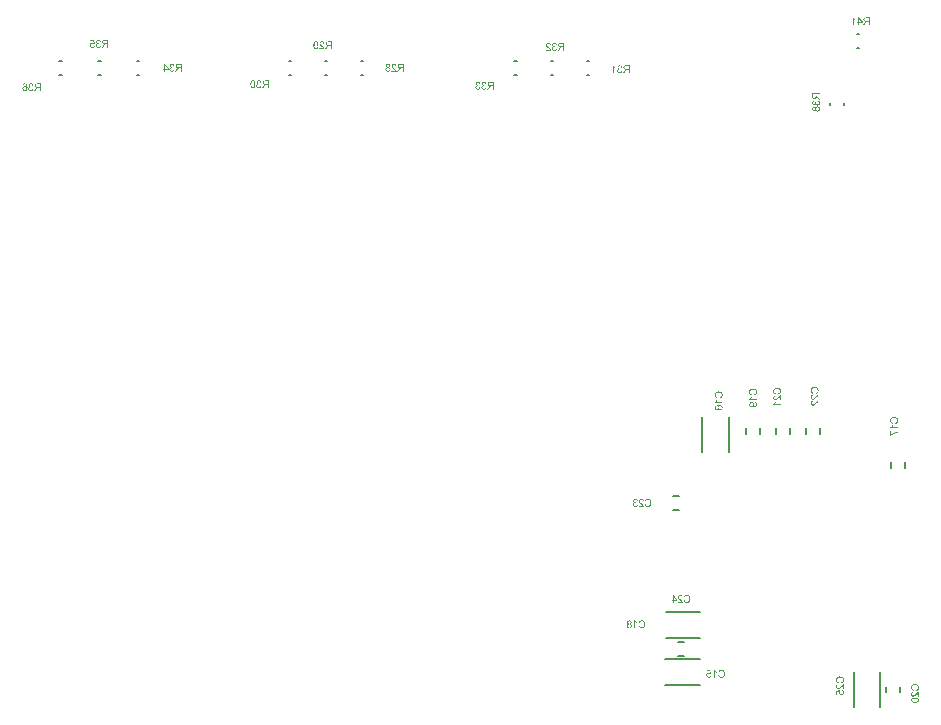
<source format=gbo>
G04*
G04 #@! TF.GenerationSoftware,Altium Limited,Altium Designer,24.6.1 (21)*
G04*
G04 Layer_Color=32896*
%FSLAX25Y25*%
%MOIN*%
G70*
G04*
G04 #@! TF.SameCoordinates,5EFEE535-70E5-4D74-9779-55D0C0DC933D*
G04*
G04*
G04 #@! TF.FilePolarity,Positive*
G04*
G01*
G75*
%ADD16C,0.00787*%
G36*
X473428Y380723D02*
X473469Y380664D01*
X473517Y380604D01*
X473562Y380553D01*
X473606Y380508D01*
X473639Y380471D01*
X473654Y380460D01*
X473665Y380449D01*
X473669Y380445D01*
X473673Y380442D01*
X473750Y380379D01*
X473828Y380319D01*
X473902Y380268D01*
X473976Y380227D01*
X474039Y380190D01*
X474065Y380175D01*
X474087Y380164D01*
X474106Y380153D01*
X474120Y380149D01*
X474128Y380142D01*
X474131D01*
Y379838D01*
X474076Y379861D01*
X474020Y379887D01*
X473965Y379913D01*
X473913Y379939D01*
X473869Y379961D01*
X473832Y379979D01*
X473810Y379994D01*
X473806Y379998D01*
X473802D01*
X473736Y380038D01*
X473676Y380079D01*
X473625Y380116D01*
X473584Y380149D01*
X473547Y380175D01*
X473525Y380197D01*
X473506Y380212D01*
X473502Y380216D01*
Y378214D01*
X473188D01*
Y380786D01*
X473391D01*
X473428Y380723D01*
D02*
G37*
G36*
X478812Y378214D02*
X478472D01*
Y379350D01*
X478035D01*
X477994Y379346D01*
X477965D01*
X477939Y379343D01*
X477920Y379339D01*
X477906D01*
X477898Y379335D01*
X477894D01*
X477835Y379317D01*
X477809Y379306D01*
X477787Y379295D01*
X477765Y379284D01*
X477750Y379276D01*
X477743Y379272D01*
X477739Y379269D01*
X477709Y379246D01*
X477680Y379221D01*
X477624Y379165D01*
X477598Y379139D01*
X477580Y379117D01*
X477569Y379102D01*
X477565Y379099D01*
X477528Y379047D01*
X477487Y378991D01*
X477447Y378932D01*
X477406Y378876D01*
X477373Y378825D01*
X477347Y378784D01*
X477336Y378769D01*
X477328Y378758D01*
X477321Y378751D01*
Y378747D01*
X476984Y378214D01*
X476562D01*
X477003Y378910D01*
X477055Y378984D01*
X477103Y379050D01*
X477151Y379106D01*
X477191Y379158D01*
X477228Y379195D01*
X477258Y379224D01*
X477277Y379243D01*
X477284Y379250D01*
X477314Y379272D01*
X477347Y379298D01*
X477413Y379339D01*
X477443Y379354D01*
X477465Y379369D01*
X477480Y379376D01*
X477487Y379380D01*
X477421Y379391D01*
X477358Y379402D01*
X477302Y379420D01*
X477247Y379435D01*
X477199Y379454D01*
X477154Y379476D01*
X477114Y379495D01*
X477077Y379513D01*
X477047Y379535D01*
X477017Y379554D01*
X476995Y379568D01*
X476977Y379583D01*
X476962Y379594D01*
X476951Y379606D01*
X476947Y379609D01*
X476943Y379613D01*
X476914Y379650D01*
X476884Y379687D01*
X476840Y379765D01*
X476810Y379842D01*
X476788Y379916D01*
X476773Y379979D01*
X476770Y380005D01*
Y380031D01*
X476766Y380049D01*
Y380064D01*
Y380072D01*
Y380075D01*
X476770Y380153D01*
X476781Y380223D01*
X476799Y380290D01*
X476818Y380345D01*
X476840Y380394D01*
X476855Y380431D01*
X476869Y380453D01*
X476873Y380456D01*
Y380460D01*
X476918Y380519D01*
X476962Y380571D01*
X477010Y380615D01*
X477055Y380649D01*
X477095Y380675D01*
X477129Y380690D01*
X477151Y380701D01*
X477154Y380704D01*
X477158D01*
X477191Y380715D01*
X477232Y380727D01*
X477314Y380745D01*
X477402Y380756D01*
X477484Y380767D01*
X477561Y380771D01*
X477595D01*
X477624Y380775D01*
X478812D01*
Y378214D01*
D02*
G37*
G36*
X476470Y379117D02*
Y378829D01*
X475356D01*
Y378214D01*
X475042D01*
Y378829D01*
X474694D01*
Y379117D01*
X475042D01*
Y380775D01*
X475297D01*
X476470Y379117D01*
D02*
G37*
G36*
X462264Y355221D02*
X461128D01*
Y354785D01*
X461131Y354744D01*
Y354714D01*
X461135Y354689D01*
X461139Y354670D01*
Y354655D01*
X461142Y354648D01*
Y354644D01*
X461161Y354585D01*
X461172Y354559D01*
X461183Y354537D01*
X461194Y354515D01*
X461202Y354500D01*
X461205Y354492D01*
X461209Y354489D01*
X461231Y354459D01*
X461257Y354430D01*
X461313Y354374D01*
X461339Y354348D01*
X461361Y354330D01*
X461376Y354319D01*
X461379Y354315D01*
X461431Y354278D01*
X461486Y354237D01*
X461546Y354197D01*
X461601Y354156D01*
X461653Y354122D01*
X461694Y354097D01*
X461709Y354085D01*
X461720Y354078D01*
X461727Y354071D01*
X461731D01*
X462264Y353734D01*
Y353312D01*
X461568Y353752D01*
X461494Y353804D01*
X461427Y353852D01*
X461372Y353901D01*
X461320Y353941D01*
X461283Y353978D01*
X461253Y354008D01*
X461235Y354026D01*
X461228Y354034D01*
X461205Y354063D01*
X461179Y354097D01*
X461139Y354163D01*
X461124Y354193D01*
X461109Y354215D01*
X461102Y354230D01*
X461098Y354237D01*
X461087Y354171D01*
X461076Y354108D01*
X461057Y354052D01*
X461043Y353997D01*
X461024Y353948D01*
X461002Y353904D01*
X460983Y353864D01*
X460965Y353826D01*
X460943Y353797D01*
X460924Y353767D01*
X460909Y353745D01*
X460894Y353727D01*
X460883Y353712D01*
X460872Y353701D01*
X460869Y353697D01*
X460865Y353693D01*
X460828Y353664D01*
X460791Y353634D01*
X460713Y353590D01*
X460636Y353560D01*
X460562Y353538D01*
X460499Y353523D01*
X460473Y353519D01*
X460447D01*
X460428Y353516D01*
X460414D01*
X460406D01*
X460402D01*
X460325Y353519D01*
X460254Y353531D01*
X460188Y353549D01*
X460132Y353568D01*
X460084Y353590D01*
X460047Y353604D01*
X460025Y353619D01*
X460021Y353623D01*
X460018D01*
X459958Y353667D01*
X459907Y353712D01*
X459862Y353760D01*
X459829Y353804D01*
X459803Y353845D01*
X459788Y353878D01*
X459777Y353901D01*
X459773Y353904D01*
Y353908D01*
X459762Y353941D01*
X459751Y353982D01*
X459733Y354063D01*
X459722Y354152D01*
X459711Y354233D01*
X459707Y354311D01*
Y354345D01*
X459703Y354374D01*
Y355562D01*
X462264D01*
Y355221D01*
D02*
G37*
G36*
X461646Y353101D02*
X461701Y353090D01*
X461805Y353057D01*
X461894Y353016D01*
X461931Y352994D01*
X461968Y352972D01*
X462001Y352950D01*
X462027Y352927D01*
X462053Y352909D01*
X462071Y352890D01*
X462086Y352879D01*
X462097Y352868D01*
X462104Y352861D01*
X462108Y352857D01*
X462141Y352813D01*
X462175Y352768D01*
X462201Y352724D01*
X462223Y352676D01*
X462260Y352583D01*
X462282Y352495D01*
X462289Y352454D01*
X462297Y352417D01*
X462301Y352383D01*
X462304Y352354D01*
X462308Y352332D01*
Y352298D01*
X462304Y352228D01*
X462297Y352165D01*
X462286Y352102D01*
X462271Y352043D01*
X462253Y351988D01*
X462234Y351939D01*
X462212Y351891D01*
X462189Y351851D01*
X462171Y351810D01*
X462149Y351777D01*
X462130Y351747D01*
X462112Y351725D01*
X462097Y351706D01*
X462086Y351692D01*
X462079Y351684D01*
X462075Y351680D01*
X462031Y351636D01*
X461982Y351599D01*
X461934Y351566D01*
X461886Y351536D01*
X461842Y351514D01*
X461794Y351492D01*
X461705Y351462D01*
X461664Y351455D01*
X461627Y351447D01*
X461594Y351440D01*
X461564Y351436D01*
X461542Y351432D01*
X461523D01*
X461512D01*
X461509D01*
X461420Y351436D01*
X461339Y351451D01*
X461268Y351473D01*
X461209Y351495D01*
X461161Y351518D01*
X461124Y351540D01*
X461102Y351555D01*
X461094Y351558D01*
X461039Y351610D01*
X460991Y351666D01*
X460954Y351725D01*
X460924Y351784D01*
X460902Y351836D01*
X460887Y351876D01*
X460883Y351891D01*
X460880Y351902D01*
X460876Y351910D01*
Y351913D01*
X460843Y351851D01*
X460810Y351799D01*
X460773Y351754D01*
X460739Y351717D01*
X460710Y351688D01*
X460684Y351666D01*
X460669Y351655D01*
X460661Y351651D01*
X460610Y351621D01*
X460558Y351599D01*
X460506Y351581D01*
X460458Y351570D01*
X460417Y351562D01*
X460388Y351558D01*
X460365D01*
X460358D01*
X460295Y351562D01*
X460232Y351573D01*
X460177Y351588D01*
X460129Y351606D01*
X460088Y351625D01*
X460055Y351640D01*
X460036Y351651D01*
X460029Y351655D01*
X459973Y351692D01*
X459925Y351736D01*
X459885Y351780D01*
X459847Y351825D01*
X459822Y351862D01*
X459799Y351895D01*
X459788Y351917D01*
X459785Y351921D01*
Y351925D01*
X459755Y351991D01*
X459733Y352058D01*
X459714Y352124D01*
X459703Y352184D01*
X459696Y352232D01*
X459692Y352272D01*
Y352365D01*
X459699Y352417D01*
X459718Y352517D01*
X459748Y352602D01*
X459777Y352676D01*
X459796Y352709D01*
X459810Y352735D01*
X459825Y352761D01*
X459840Y352779D01*
X459851Y352794D01*
X459859Y352805D01*
X459862Y352813D01*
X459866Y352816D01*
X459936Y352887D01*
X460014Y352942D01*
X460095Y352987D01*
X460177Y353024D01*
X460247Y353046D01*
X460277Y353057D01*
X460302Y353064D01*
X460325Y353068D01*
X460339Y353072D01*
X460351Y353075D01*
X460354D01*
X460410Y352761D01*
X460328Y352746D01*
X460258Y352724D01*
X460199Y352698D01*
X460151Y352672D01*
X460114Y352646D01*
X460088Y352624D01*
X460069Y352609D01*
X460066Y352606D01*
X460029Y352557D01*
X459999Y352505D01*
X459981Y352457D01*
X459966Y352409D01*
X459958Y352365D01*
X459951Y352332D01*
Y352302D01*
X459955Y352235D01*
X459970Y352176D01*
X459988Y352124D01*
X460007Y352080D01*
X460029Y352047D01*
X460047Y352021D01*
X460062Y352002D01*
X460066Y351999D01*
X460110Y351958D01*
X460158Y351928D01*
X460206Y351910D01*
X460251Y351895D01*
X460291Y351888D01*
X460321Y351880D01*
X460343D01*
X460347D01*
X460351D01*
X460391D01*
X460428Y351888D01*
X460491Y351906D01*
X460547Y351932D01*
X460595Y351962D01*
X460628Y351991D01*
X460654Y352017D01*
X460669Y352036D01*
X460673Y352039D01*
Y352043D01*
X460706Y352106D01*
X460732Y352165D01*
X460750Y352228D01*
X460761Y352284D01*
X460769Y352332D01*
X460776Y352372D01*
Y352420D01*
X460773Y352435D01*
Y352454D01*
X461050Y352491D01*
X461039Y352443D01*
X461031Y352398D01*
X461024Y352361D01*
X461020Y352328D01*
X461017Y352302D01*
Y352269D01*
X461024Y352191D01*
X461039Y352121D01*
X461061Y352058D01*
X461087Y352006D01*
X461113Y351965D01*
X461135Y351936D01*
X461150Y351917D01*
X461157Y351910D01*
X461213Y351862D01*
X461272Y351825D01*
X461331Y351799D01*
X461390Y351784D01*
X461439Y351773D01*
X461479Y351769D01*
X461494Y351765D01*
X461505D01*
X461512D01*
X461516D01*
X461597Y351773D01*
X461672Y351791D01*
X461734Y351814D01*
X461790Y351843D01*
X461834Y351873D01*
X461868Y351895D01*
X461890Y351913D01*
X461897Y351921D01*
X461949Y351980D01*
X461986Y352043D01*
X462012Y352106D01*
X462031Y352165D01*
X462042Y352217D01*
X462045Y352258D01*
X462049Y352272D01*
Y352295D01*
X462045Y352361D01*
X462031Y352424D01*
X462012Y352480D01*
X461990Y352524D01*
X461971Y352561D01*
X461953Y352591D01*
X461938Y352606D01*
X461934Y352613D01*
X461882Y352657D01*
X461823Y352694D01*
X461760Y352728D01*
X461694Y352753D01*
X461638Y352772D01*
X461612Y352779D01*
X461590Y352783D01*
X461572Y352787D01*
X461557Y352790D01*
X461549Y352794D01*
X461546D01*
X461586Y353109D01*
X461646Y353101D01*
D02*
G37*
G36*
X461586Y351122D02*
X461646Y351114D01*
X461701Y351103D01*
X461757Y351089D01*
X461849Y351051D01*
X461894Y351033D01*
X461931Y351011D01*
X461968Y350989D01*
X461997Y350970D01*
X462023Y350948D01*
X462045Y350933D01*
X462064Y350918D01*
X462075Y350907D01*
X462082Y350900D01*
X462086Y350896D01*
X462127Y350852D01*
X462160Y350803D01*
X462189Y350752D01*
X462215Y350700D01*
X462234Y350652D01*
X462253Y350600D01*
X462278Y350500D01*
X462289Y350456D01*
X462297Y350415D01*
X462301Y350378D01*
X462304Y350345D01*
X462308Y350319D01*
Y350282D01*
X462304Y350212D01*
X462297Y350149D01*
X462286Y350086D01*
X462275Y350026D01*
X462256Y349975D01*
X462238Y349923D01*
X462219Y349875D01*
X462197Y349834D01*
X462175Y349797D01*
X462156Y349764D01*
X462138Y349738D01*
X462119Y349712D01*
X462108Y349694D01*
X462097Y349682D01*
X462090Y349675D01*
X462086Y349671D01*
X462042Y349631D01*
X461997Y349594D01*
X461953Y349564D01*
X461905Y349538D01*
X461860Y349512D01*
X461812Y349494D01*
X461727Y349468D01*
X461686Y349457D01*
X461649Y349449D01*
X461616Y349446D01*
X461590Y349442D01*
X461568Y349438D01*
X461549D01*
X461538D01*
X461535D01*
X461449Y349442D01*
X461372Y349457D01*
X461302Y349479D01*
X461242Y349501D01*
X461194Y349523D01*
X461157Y349546D01*
X461135Y349560D01*
X461131Y349564D01*
X461128D01*
X461068Y349616D01*
X461017Y349671D01*
X460976Y349730D01*
X460939Y349786D01*
X460913Y349838D01*
X460894Y349882D01*
X460887Y349897D01*
X460883Y349908D01*
X460880Y349916D01*
Y349919D01*
X460850Y349853D01*
X460817Y349797D01*
X460784Y349749D01*
X460750Y349708D01*
X460721Y349679D01*
X460698Y349657D01*
X460684Y349642D01*
X460676Y349638D01*
X460624Y349605D01*
X460573Y349583D01*
X460521Y349564D01*
X460469Y349553D01*
X460428Y349546D01*
X460395Y349542D01*
X460373D01*
X460369D01*
X460365D01*
X460314Y349546D01*
X460265Y349549D01*
X460173Y349575D01*
X460092Y349608D01*
X460021Y349645D01*
X459966Y349682D01*
X459944Y349701D01*
X459922Y349716D01*
X459907Y349730D01*
X459896Y349742D01*
X459892Y349745D01*
X459888Y349749D01*
X459855Y349790D01*
X459822Y349831D01*
X459796Y349875D01*
X459773Y349919D01*
X459740Y350008D01*
X459718Y350097D01*
X459707Y350134D01*
X459703Y350171D01*
X459699Y350204D01*
X459696Y350234D01*
X459692Y350256D01*
Y350289D01*
X459696Y350348D01*
X459699Y350408D01*
X459722Y350511D01*
X459736Y350559D01*
X459751Y350604D01*
X459770Y350644D01*
X459788Y350681D01*
X459807Y350711D01*
X459825Y350741D01*
X459840Y350767D01*
X459855Y350785D01*
X459866Y350800D01*
X459877Y350811D01*
X459881Y350818D01*
X459885Y350822D01*
X459922Y350855D01*
X459958Y350889D01*
X459999Y350915D01*
X460040Y350937D01*
X460118Y350974D01*
X460192Y350996D01*
X460254Y351011D01*
X460284Y351014D01*
X460306Y351018D01*
X460328Y351022D01*
X460343D01*
X460351D01*
X460354D01*
X460421Y351018D01*
X460484Y351007D01*
X460539Y350992D01*
X460587Y350974D01*
X460624Y350959D01*
X460654Y350944D01*
X460669Y350933D01*
X460676Y350929D01*
X460721Y350889D01*
X460761Y350844D01*
X460798Y350796D01*
X460828Y350748D01*
X460850Y350704D01*
X460865Y350670D01*
X460872Y350656D01*
X460876Y350644D01*
X460880Y350641D01*
Y350637D01*
X460906Y350722D01*
X460939Y350793D01*
X460980Y350855D01*
X461017Y350907D01*
X461054Y350948D01*
X461083Y350977D01*
X461102Y350992D01*
X461105Y351000D01*
X461109D01*
X461176Y351040D01*
X461246Y351074D01*
X461313Y351096D01*
X461379Y351111D01*
X461439Y351118D01*
X461464Y351122D01*
X461486D01*
X461501Y351126D01*
X461516D01*
X461523D01*
X461527D01*
X461586Y351122D01*
D02*
G37*
G36*
X199415Y358801D02*
X199515Y358782D01*
X199600Y358752D01*
X199674Y358723D01*
X199707Y358704D01*
X199733Y358690D01*
X199759Y358675D01*
X199777Y358660D01*
X199792Y358649D01*
X199803Y358641D01*
X199811Y358638D01*
X199814Y358634D01*
X199885Y358564D01*
X199940Y358486D01*
X199985Y358405D01*
X200022Y358323D01*
X200044Y358253D01*
X200055Y358223D01*
X200062Y358197D01*
X200066Y358175D01*
X200070Y358160D01*
X200074Y358149D01*
Y358146D01*
X199759Y358090D01*
X199744Y358172D01*
X199722Y358242D01*
X199696Y358301D01*
X199670Y358349D01*
X199644Y358386D01*
X199622Y358412D01*
X199607Y358431D01*
X199604Y358434D01*
X199556Y358471D01*
X199504Y358501D01*
X199456Y358519D01*
X199407Y358534D01*
X199363Y358542D01*
X199330Y358549D01*
X199300D01*
X199234Y358545D01*
X199174Y358530D01*
X199123Y358512D01*
X199078Y358493D01*
X199045Y358471D01*
X199019Y358453D01*
X199001Y358438D01*
X198997Y358434D01*
X198956Y358390D01*
X198926Y358342D01*
X198908Y358294D01*
X198893Y358249D01*
X198886Y358209D01*
X198878Y358179D01*
Y358157D01*
Y358153D01*
Y358149D01*
Y358109D01*
X198886Y358072D01*
X198904Y358009D01*
X198930Y357953D01*
X198960Y357905D01*
X198989Y357872D01*
X199015Y357846D01*
X199034Y357831D01*
X199038Y357827D01*
X199041D01*
X199104Y357794D01*
X199163Y357768D01*
X199226Y357750D01*
X199282Y357739D01*
X199330Y357731D01*
X199371Y357724D01*
X199419D01*
X199433Y357728D01*
X199452D01*
X199489Y357450D01*
X199441Y357461D01*
X199396Y357469D01*
X199359Y357476D01*
X199326Y357480D01*
X199300Y357483D01*
X199267D01*
X199189Y357476D01*
X199119Y357461D01*
X199056Y357439D01*
X199004Y357413D01*
X198963Y357387D01*
X198934Y357365D01*
X198915Y357350D01*
X198908Y357343D01*
X198860Y357287D01*
X198823Y357228D01*
X198797Y357169D01*
X198782Y357110D01*
X198771Y357062D01*
X198767Y357021D01*
X198764Y357006D01*
Y356995D01*
Y356988D01*
Y356984D01*
X198771Y356902D01*
X198790Y356828D01*
X198812Y356766D01*
X198841Y356710D01*
X198871Y356666D01*
X198893Y356632D01*
X198912Y356610D01*
X198919Y356603D01*
X198978Y356551D01*
X199041Y356514D01*
X199104Y356488D01*
X199163Y356469D01*
X199215Y356458D01*
X199256Y356455D01*
X199271Y356451D01*
X199293D01*
X199359Y356455D01*
X199422Y356469D01*
X199478Y356488D01*
X199522Y356510D01*
X199559Y356529D01*
X199589Y356547D01*
X199604Y356562D01*
X199611Y356566D01*
X199655Y356617D01*
X199692Y356677D01*
X199726Y356740D01*
X199752Y356806D01*
X199770Y356862D01*
X199777Y356888D01*
X199781Y356910D01*
X199785Y356928D01*
X199789Y356943D01*
X199792Y356951D01*
Y356954D01*
X200107Y356913D01*
X200099Y356854D01*
X200088Y356799D01*
X200055Y356695D01*
X200014Y356606D01*
X199992Y356570D01*
X199970Y356533D01*
X199948Y356499D01*
X199925Y356473D01*
X199907Y356447D01*
X199889Y356429D01*
X199877Y356414D01*
X199866Y356403D01*
X199859Y356396D01*
X199855Y356392D01*
X199811Y356359D01*
X199766Y356325D01*
X199722Y356299D01*
X199674Y356277D01*
X199581Y356240D01*
X199493Y356218D01*
X199452Y356211D01*
X199415Y356203D01*
X199382Y356199D01*
X199352Y356196D01*
X199330Y356192D01*
X199296D01*
X199226Y356196D01*
X199163Y356203D01*
X199100Y356214D01*
X199041Y356229D01*
X198986Y356248D01*
X198938Y356266D01*
X198890Y356288D01*
X198849Y356310D01*
X198808Y356329D01*
X198775Y356351D01*
X198745Y356370D01*
X198723Y356388D01*
X198705Y356403D01*
X198690Y356414D01*
X198682Y356421D01*
X198679Y356425D01*
X198634Y356469D01*
X198597Y356518D01*
X198564Y356566D01*
X198534Y356614D01*
X198512Y356658D01*
X198490Y356706D01*
X198460Y356795D01*
X198453Y356836D01*
X198445Y356873D01*
X198438Y356906D01*
X198434Y356936D01*
X198431Y356958D01*
Y356977D01*
Y356988D01*
Y356991D01*
X198434Y357080D01*
X198449Y357161D01*
X198471Y357232D01*
X198494Y357291D01*
X198516Y357339D01*
X198538Y357376D01*
X198553Y357398D01*
X198556Y357406D01*
X198608Y357461D01*
X198664Y357509D01*
X198723Y357546D01*
X198782Y357576D01*
X198834Y357598D01*
X198875Y357613D01*
X198890Y357617D01*
X198901Y357620D01*
X198908Y357624D01*
X198912D01*
X198849Y357657D01*
X198797Y357691D01*
X198753Y357728D01*
X198716Y357761D01*
X198686Y357790D01*
X198664Y357816D01*
X198653Y357831D01*
X198649Y357839D01*
X198619Y357890D01*
X198597Y357942D01*
X198579Y357994D01*
X198568Y358042D01*
X198560Y358083D01*
X198556Y358112D01*
Y358135D01*
Y358142D01*
X198560Y358205D01*
X198571Y358268D01*
X198586Y358323D01*
X198605Y358371D01*
X198623Y358412D01*
X198638Y358445D01*
X198649Y358464D01*
X198653Y358471D01*
X198690Y358527D01*
X198734Y358575D01*
X198778Y358615D01*
X198823Y358653D01*
X198860Y358679D01*
X198893Y358701D01*
X198915Y358712D01*
X198919Y358716D01*
X198923D01*
X198989Y358745D01*
X199056Y358767D01*
X199123Y358786D01*
X199182Y358797D01*
X199230Y358804D01*
X199271Y358808D01*
X199363D01*
X199415Y358801D01*
D02*
G37*
G36*
X197287Y358804D02*
X197358Y358797D01*
X197424Y358782D01*
X197487Y358764D01*
X197543Y358738D01*
X197598Y358716D01*
X197646Y358686D01*
X197691Y358660D01*
X197728Y358634D01*
X197765Y358604D01*
X197794Y358582D01*
X197817Y358560D01*
X197835Y358538D01*
X197850Y358523D01*
X197857Y358516D01*
X197861Y358512D01*
X197909Y358445D01*
X197950Y358368D01*
X197987Y358286D01*
X198020Y358201D01*
X198046Y358112D01*
X198068Y358024D01*
X198087Y357931D01*
X198101Y357846D01*
X198112Y357761D01*
X198120Y357683D01*
X198127Y357613D01*
X198131Y357554D01*
Y357502D01*
X198135Y357465D01*
Y357450D01*
Y357439D01*
Y357435D01*
Y357432D01*
X198131Y357313D01*
X198124Y357202D01*
X198112Y357099D01*
X198094Y357002D01*
X198075Y356917D01*
X198057Y356840D01*
X198035Y356769D01*
X198009Y356706D01*
X197987Y356655D01*
X197965Y356606D01*
X197946Y356570D01*
X197924Y356536D01*
X197909Y356510D01*
X197898Y356495D01*
X197890Y356484D01*
X197887Y356481D01*
X197839Y356429D01*
X197787Y356384D01*
X197735Y356347D01*
X197683Y356314D01*
X197628Y356284D01*
X197576Y356262D01*
X197524Y356244D01*
X197472Y356229D01*
X197428Y356218D01*
X197384Y356207D01*
X197347Y356199D01*
X197313Y356196D01*
X197284D01*
X197265Y356192D01*
X197247D01*
X197162Y356196D01*
X197084Y356211D01*
X197014Y356225D01*
X196951Y356248D01*
X196903Y356266D01*
X196866Y356284D01*
X196851Y356288D01*
X196840Y356296D01*
X196836Y356299D01*
X196832D01*
X196769Y356344D01*
X196710Y356396D01*
X196662Y356447D01*
X196621Y356499D01*
X196588Y356547D01*
X196566Y356584D01*
X196558Y356599D01*
X196551Y356610D01*
X196547Y356614D01*
Y356617D01*
X196510Y356695D01*
X196484Y356777D01*
X196466Y356851D01*
X196455Y356921D01*
X196444Y356980D01*
Y357002D01*
X196440Y357025D01*
Y357043D01*
Y357054D01*
Y357062D01*
Y357065D01*
X196444Y357132D01*
X196451Y357195D01*
X196462Y357258D01*
X196473Y357313D01*
X196492Y357365D01*
X196510Y357417D01*
X196529Y357461D01*
X196551Y357502D01*
X196573Y357539D01*
X196592Y357572D01*
X196610Y357598D01*
X196629Y357624D01*
X196640Y357643D01*
X196651Y357653D01*
X196658Y357661D01*
X196662Y357665D01*
X196703Y357705D01*
X196747Y357742D01*
X196795Y357772D01*
X196840Y357798D01*
X196884Y357824D01*
X196929Y357842D01*
X197014Y357868D01*
X197051Y357879D01*
X197088Y357887D01*
X197117Y357890D01*
X197147Y357894D01*
X197169Y357898D01*
X197199D01*
X197265Y357894D01*
X197328Y357883D01*
X197387Y357872D01*
X197439Y357857D01*
X197484Y357839D01*
X197517Y357827D01*
X197539Y357816D01*
X197543Y357813D01*
X197546D01*
X197606Y357776D01*
X197657Y357735D01*
X197705Y357694D01*
X197742Y357650D01*
X197776Y357613D01*
X197802Y357583D01*
X197817Y357561D01*
X197820Y357557D01*
Y357624D01*
X197817Y357691D01*
X197813Y357750D01*
X197805Y357809D01*
X197802Y357861D01*
X197794Y357909D01*
X197787Y357953D01*
X197776Y357994D01*
X197768Y358031D01*
X197761Y358061D01*
X197754Y358086D01*
X197750Y358109D01*
X197742Y358123D01*
X197739Y358135D01*
X197735Y358142D01*
Y358146D01*
X197698Y358220D01*
X197661Y358286D01*
X197620Y358338D01*
X197583Y358383D01*
X197550Y358419D01*
X197524Y358445D01*
X197506Y358460D01*
X197498Y358464D01*
X197454Y358493D01*
X197409Y358512D01*
X197365Y358527D01*
X197321Y358538D01*
X197287Y358545D01*
X197258Y358549D01*
X197232D01*
X197165Y358542D01*
X197102Y358527D01*
X197051Y358505D01*
X197002Y358482D01*
X196966Y358456D01*
X196940Y358434D01*
X196925Y358419D01*
X196917Y358412D01*
X196891Y358379D01*
X196866Y358338D01*
X196843Y358294D01*
X196829Y358249D01*
X196814Y358209D01*
X196803Y358175D01*
X196799Y358153D01*
X196795Y358149D01*
Y358146D01*
X196481Y358172D01*
X196503Y358275D01*
X196536Y358368D01*
X196573Y358449D01*
X196614Y358516D01*
X196655Y358568D01*
X196669Y358590D01*
X196688Y358608D01*
X196699Y358619D01*
X196710Y358630D01*
X196714Y358634D01*
X196718Y358638D01*
X196755Y358667D01*
X196795Y358693D01*
X196877Y358738D01*
X196958Y358767D01*
X197036Y358786D01*
X197106Y358801D01*
X197136Y358804D01*
X197162D01*
X197184Y358808D01*
X197213D01*
X197287Y358804D01*
D02*
G37*
G36*
X202560Y356237D02*
X202220D01*
Y357372D01*
X201783D01*
X201742Y357369D01*
X201713D01*
X201687Y357365D01*
X201668Y357361D01*
X201653D01*
X201646Y357358D01*
X201642D01*
X201583Y357339D01*
X201557Y357328D01*
X201535Y357317D01*
X201513Y357306D01*
X201498Y357298D01*
X201491Y357295D01*
X201487Y357291D01*
X201457Y357269D01*
X201428Y357243D01*
X201372Y357187D01*
X201346Y357161D01*
X201328Y357139D01*
X201317Y357124D01*
X201313Y357121D01*
X201276Y357069D01*
X201235Y357014D01*
X201195Y356954D01*
X201154Y356899D01*
X201121Y356847D01*
X201095Y356806D01*
X201084Y356791D01*
X201076Y356780D01*
X201069Y356773D01*
Y356769D01*
X200732Y356237D01*
X200310D01*
X200751Y356932D01*
X200802Y357006D01*
X200851Y357073D01*
X200899Y357128D01*
X200939Y357180D01*
X200976Y357217D01*
X201006Y357246D01*
X201024Y357265D01*
X201032Y357272D01*
X201061Y357295D01*
X201095Y357321D01*
X201161Y357361D01*
X201191Y357376D01*
X201213Y357391D01*
X201228Y357398D01*
X201235Y357402D01*
X201169Y357413D01*
X201106Y357424D01*
X201050Y357443D01*
X200995Y357457D01*
X200947Y357476D01*
X200902Y357498D01*
X200862Y357517D01*
X200825Y357535D01*
X200795Y357557D01*
X200765Y357576D01*
X200743Y357591D01*
X200725Y357606D01*
X200710Y357617D01*
X200699Y357628D01*
X200695Y357631D01*
X200691Y357635D01*
X200662Y357672D01*
X200632Y357709D01*
X200588Y357787D01*
X200558Y357864D01*
X200536Y357939D01*
X200521Y358001D01*
X200518Y358027D01*
Y358053D01*
X200514Y358072D01*
Y358086D01*
Y358094D01*
Y358098D01*
X200518Y358175D01*
X200529Y358246D01*
X200547Y358312D01*
X200566Y358368D01*
X200588Y358416D01*
X200603Y358453D01*
X200617Y358475D01*
X200621Y358479D01*
Y358482D01*
X200665Y358542D01*
X200710Y358593D01*
X200758Y358638D01*
X200802Y358671D01*
X200843Y358697D01*
X200876Y358712D01*
X200899Y358723D01*
X200902Y358727D01*
X200906D01*
X200939Y358738D01*
X200980Y358749D01*
X201061Y358767D01*
X201150Y358778D01*
X201232Y358789D01*
X201309Y358793D01*
X201343D01*
X201372Y358797D01*
X202560D01*
Y356237D01*
D02*
G37*
G36*
X221924Y373301D02*
X222024Y373282D01*
X222109Y373252D01*
X222183Y373223D01*
X222216Y373204D01*
X222242Y373190D01*
X222268Y373175D01*
X222287Y373160D01*
X222302Y373149D01*
X222313Y373141D01*
X222320Y373138D01*
X222324Y373134D01*
X222394Y373064D01*
X222449Y372986D01*
X222494Y372905D01*
X222531Y372823D01*
X222553Y372753D01*
X222564Y372723D01*
X222572Y372697D01*
X222575Y372675D01*
X222579Y372660D01*
X222583Y372649D01*
Y372646D01*
X222268Y372590D01*
X222253Y372672D01*
X222231Y372742D01*
X222205Y372801D01*
X222179Y372849D01*
X222153Y372886D01*
X222131Y372912D01*
X222117Y372931D01*
X222113Y372934D01*
X222065Y372971D01*
X222013Y373001D01*
X221965Y373019D01*
X221917Y373034D01*
X221872Y373042D01*
X221839Y373049D01*
X221810D01*
X221743Y373045D01*
X221684Y373030D01*
X221632Y373012D01*
X221587Y372993D01*
X221554Y372971D01*
X221528Y372953D01*
X221510Y372938D01*
X221506Y372934D01*
X221465Y372890D01*
X221436Y372842D01*
X221417Y372794D01*
X221402Y372749D01*
X221395Y372709D01*
X221388Y372679D01*
Y372657D01*
Y372653D01*
Y372649D01*
Y372609D01*
X221395Y372572D01*
X221413Y372509D01*
X221439Y372453D01*
X221469Y372405D01*
X221499Y372372D01*
X221525Y372346D01*
X221543Y372331D01*
X221547Y372327D01*
X221550D01*
X221613Y372294D01*
X221673Y372268D01*
X221735Y372250D01*
X221791Y372239D01*
X221839Y372231D01*
X221880Y372224D01*
X221928D01*
X221943Y372228D01*
X221961D01*
X221998Y371950D01*
X221950Y371961D01*
X221906Y371969D01*
X221869Y371976D01*
X221835Y371980D01*
X221810Y371983D01*
X221776D01*
X221698Y371976D01*
X221628Y371961D01*
X221565Y371939D01*
X221514Y371913D01*
X221473Y371887D01*
X221443Y371865D01*
X221425Y371850D01*
X221417Y371843D01*
X221369Y371787D01*
X221332Y371728D01*
X221306Y371669D01*
X221291Y371610D01*
X221280Y371562D01*
X221277Y371521D01*
X221273Y371506D01*
Y371495D01*
Y371488D01*
Y371484D01*
X221280Y371402D01*
X221299Y371328D01*
X221321Y371266D01*
X221351Y371210D01*
X221380Y371166D01*
X221402Y371132D01*
X221421Y371110D01*
X221428Y371103D01*
X221488Y371051D01*
X221550Y371014D01*
X221613Y370988D01*
X221673Y370970D01*
X221724Y370958D01*
X221765Y370955D01*
X221780Y370951D01*
X221802D01*
X221869Y370955D01*
X221932Y370970D01*
X221987Y370988D01*
X222031Y371010D01*
X222068Y371029D01*
X222098Y371047D01*
X222113Y371062D01*
X222120Y371066D01*
X222165Y371117D01*
X222202Y371177D01*
X222235Y371240D01*
X222261Y371306D01*
X222279Y371362D01*
X222287Y371388D01*
X222290Y371410D01*
X222294Y371428D01*
X222298Y371443D01*
X222302Y371451D01*
Y371454D01*
X222616Y371413D01*
X222609Y371354D01*
X222598Y371299D01*
X222564Y371195D01*
X222523Y371106D01*
X222501Y371070D01*
X222479Y371033D01*
X222457Y370999D01*
X222435Y370973D01*
X222416Y370947D01*
X222398Y370929D01*
X222387Y370914D01*
X222376Y370903D01*
X222368Y370896D01*
X222364Y370892D01*
X222320Y370859D01*
X222276Y370825D01*
X222231Y370799D01*
X222183Y370777D01*
X222091Y370740D01*
X222002Y370718D01*
X221961Y370711D01*
X221924Y370703D01*
X221891Y370699D01*
X221861Y370696D01*
X221839Y370692D01*
X221806D01*
X221735Y370696D01*
X221673Y370703D01*
X221610Y370714D01*
X221550Y370729D01*
X221495Y370748D01*
X221447Y370766D01*
X221399Y370788D01*
X221358Y370810D01*
X221317Y370829D01*
X221284Y370851D01*
X221254Y370870D01*
X221232Y370888D01*
X221214Y370903D01*
X221199Y370914D01*
X221192Y370921D01*
X221188Y370925D01*
X221143Y370970D01*
X221106Y371018D01*
X221073Y371066D01*
X221044Y371114D01*
X221021Y371158D01*
X220999Y371206D01*
X220970Y371295D01*
X220962Y371336D01*
X220955Y371373D01*
X220947Y371406D01*
X220944Y371436D01*
X220940Y371458D01*
Y371477D01*
Y371488D01*
Y371491D01*
X220944Y371580D01*
X220958Y371661D01*
X220981Y371732D01*
X221003Y371791D01*
X221025Y371839D01*
X221047Y371876D01*
X221062Y371898D01*
X221066Y371906D01*
X221117Y371961D01*
X221173Y372009D01*
X221232Y372046D01*
X221291Y372076D01*
X221343Y372098D01*
X221384Y372113D01*
X221399Y372117D01*
X221410Y372120D01*
X221417Y372124D01*
X221421D01*
X221358Y372157D01*
X221306Y372190D01*
X221262Y372228D01*
X221225Y372261D01*
X221195Y372290D01*
X221173Y372316D01*
X221162Y372331D01*
X221158Y372339D01*
X221129Y372390D01*
X221106Y372442D01*
X221088Y372494D01*
X221077Y372542D01*
X221070Y372583D01*
X221066Y372612D01*
Y372635D01*
Y372642D01*
X221070Y372705D01*
X221080Y372768D01*
X221095Y372823D01*
X221114Y372871D01*
X221132Y372912D01*
X221147Y372945D01*
X221158Y372964D01*
X221162Y372971D01*
X221199Y373027D01*
X221243Y373075D01*
X221288Y373115D01*
X221332Y373153D01*
X221369Y373179D01*
X221402Y373201D01*
X221425Y373212D01*
X221428Y373216D01*
X221432D01*
X221499Y373245D01*
X221565Y373267D01*
X221632Y373286D01*
X221691Y373297D01*
X221739Y373304D01*
X221780Y373308D01*
X221872D01*
X221924Y373301D01*
D02*
G37*
G36*
X220574Y371946D02*
X220278Y371906D01*
X220252Y371946D01*
X220218Y371980D01*
X220189Y372013D01*
X220159Y372039D01*
X220130Y372057D01*
X220108Y372076D01*
X220093Y372083D01*
X220089Y372087D01*
X220041Y372109D01*
X219993Y372128D01*
X219948Y372139D01*
X219904Y372150D01*
X219867Y372153D01*
X219837Y372157D01*
X219767D01*
X219723Y372150D01*
X219645Y372131D01*
X219578Y372106D01*
X219519Y372080D01*
X219475Y372050D01*
X219441Y372024D01*
X219423Y372006D01*
X219415Y372002D01*
Y371998D01*
X219364Y371935D01*
X219327Y371869D01*
X219301Y371798D01*
X219282Y371728D01*
X219271Y371669D01*
X219268Y371643D01*
Y371621D01*
X219264Y371602D01*
Y371587D01*
Y371580D01*
Y371576D01*
Y371525D01*
X219271Y371477D01*
X219290Y371384D01*
X219316Y371306D01*
X219342Y371243D01*
X219371Y371192D01*
X219397Y371151D01*
X219408Y371140D01*
X219415Y371129D01*
X219419Y371125D01*
X219423Y371121D01*
X219453Y371092D01*
X219482Y371066D01*
X219549Y371021D01*
X219612Y370992D01*
X219674Y370973D01*
X219726Y370958D01*
X219771Y370955D01*
X219786Y370951D01*
X219808D01*
X219878Y370955D01*
X219941Y370970D01*
X219997Y370988D01*
X220041Y371010D01*
X220082Y371033D01*
X220111Y371051D01*
X220126Y371066D01*
X220133Y371070D01*
X220178Y371121D01*
X220215Y371177D01*
X220244Y371240D01*
X220267Y371295D01*
X220281Y371351D01*
X220292Y371391D01*
X220296Y371410D01*
X220300Y371421D01*
Y371428D01*
Y371432D01*
X220629Y371406D01*
X220622Y371347D01*
X220611Y371291D01*
X220577Y371188D01*
X220537Y371099D01*
X220514Y371058D01*
X220492Y371025D01*
X220474Y370992D01*
X220451Y370962D01*
X220433Y370940D01*
X220415Y370921D01*
X220400Y370907D01*
X220392Y370892D01*
X220385Y370888D01*
X220381Y370884D01*
X220337Y370851D01*
X220292Y370821D01*
X220244Y370796D01*
X220196Y370774D01*
X220104Y370740D01*
X220011Y370718D01*
X219971Y370707D01*
X219930Y370703D01*
X219897Y370699D01*
X219867Y370696D01*
X219841Y370692D01*
X219808D01*
X219730Y370696D01*
X219656Y370707D01*
X219586Y370722D01*
X219523Y370740D01*
X219464Y370766D01*
X219408Y370792D01*
X219356Y370818D01*
X219312Y370847D01*
X219271Y370877D01*
X219234Y370903D01*
X219205Y370933D01*
X219179Y370955D01*
X219160Y370973D01*
X219145Y370988D01*
X219138Y370999D01*
X219134Y371003D01*
X219097Y371051D01*
X219068Y371103D01*
X219038Y371151D01*
X219016Y371203D01*
X218979Y371303D01*
X218957Y371399D01*
X218949Y371439D01*
X218942Y371480D01*
X218938Y371514D01*
X218934Y371543D01*
X218931Y371569D01*
Y371587D01*
Y371599D01*
Y371602D01*
X218934Y371669D01*
X218942Y371732D01*
X218953Y371795D01*
X218968Y371850D01*
X218986Y371902D01*
X219005Y371954D01*
X219027Y371998D01*
X219046Y372039D01*
X219068Y372076D01*
X219090Y372109D01*
X219108Y372135D01*
X219127Y372161D01*
X219142Y372179D01*
X219153Y372190D01*
X219160Y372198D01*
X219164Y372202D01*
X219208Y372242D01*
X219253Y372279D01*
X219301Y372309D01*
X219349Y372335D01*
X219397Y372361D01*
X219445Y372379D01*
X219534Y372405D01*
X219575Y372416D01*
X219612Y372424D01*
X219645Y372427D01*
X219674Y372431D01*
X219697Y372435D01*
X219778D01*
X219823Y372427D01*
X219911Y372409D01*
X219993Y372383D01*
X220067Y372353D01*
X220126Y372324D01*
X220152Y372309D01*
X220174Y372298D01*
X220193Y372287D01*
X220204Y372279D01*
X220211Y372276D01*
X220215Y372272D01*
X220078Y372964D01*
X219053D01*
Y373264D01*
X220326D01*
X220574Y371946D01*
D02*
G37*
G36*
X225069Y370737D02*
X224729D01*
Y371872D01*
X224292D01*
X224252Y371869D01*
X224222D01*
X224196Y371865D01*
X224177Y371861D01*
X224163D01*
X224155Y371858D01*
X224151D01*
X224092Y371839D01*
X224066Y371828D01*
X224044Y371817D01*
X224022Y371806D01*
X224007Y371798D01*
X224000Y371795D01*
X223996Y371791D01*
X223967Y371769D01*
X223937Y371743D01*
X223881Y371687D01*
X223855Y371661D01*
X223837Y371639D01*
X223826Y371624D01*
X223822Y371621D01*
X223785Y371569D01*
X223745Y371514D01*
X223704Y371454D01*
X223663Y371399D01*
X223630Y371347D01*
X223604Y371306D01*
X223593Y371291D01*
X223585Y371280D01*
X223578Y371273D01*
Y371269D01*
X223241Y370737D01*
X222819D01*
X223260Y371432D01*
X223312Y371506D01*
X223360Y371573D01*
X223408Y371628D01*
X223448Y371680D01*
X223486Y371717D01*
X223515Y371746D01*
X223534Y371765D01*
X223541Y371772D01*
X223571Y371795D01*
X223604Y371821D01*
X223671Y371861D01*
X223700Y371876D01*
X223722Y371891D01*
X223737Y371898D01*
X223745Y371902D01*
X223678Y371913D01*
X223615Y371924D01*
X223559Y371943D01*
X223504Y371957D01*
X223456Y371976D01*
X223411Y371998D01*
X223371Y372017D01*
X223334Y372035D01*
X223304Y372057D01*
X223275Y372076D01*
X223252Y372091D01*
X223234Y372106D01*
X223219Y372117D01*
X223208Y372128D01*
X223204Y372131D01*
X223201Y372135D01*
X223171Y372172D01*
X223141Y372209D01*
X223097Y372287D01*
X223067Y372364D01*
X223045Y372439D01*
X223030Y372501D01*
X223027Y372527D01*
Y372553D01*
X223023Y372572D01*
Y372586D01*
Y372594D01*
Y372598D01*
X223027Y372675D01*
X223038Y372746D01*
X223056Y372812D01*
X223075Y372868D01*
X223097Y372916D01*
X223112Y372953D01*
X223127Y372975D01*
X223130Y372979D01*
Y372982D01*
X223175Y373042D01*
X223219Y373093D01*
X223267Y373138D01*
X223312Y373171D01*
X223352Y373197D01*
X223386Y373212D01*
X223408Y373223D01*
X223411Y373226D01*
X223415D01*
X223448Y373238D01*
X223489Y373249D01*
X223571Y373267D01*
X223659Y373278D01*
X223741Y373289D01*
X223819Y373293D01*
X223852D01*
X223881Y373297D01*
X225069D01*
Y370737D01*
D02*
G37*
G36*
X246409Y365301D02*
X246509Y365282D01*
X246594Y365252D01*
X246668Y365223D01*
X246702Y365204D01*
X246728Y365190D01*
X246754Y365175D01*
X246772Y365160D01*
X246787Y365149D01*
X246798Y365141D01*
X246805Y365138D01*
X246809Y365134D01*
X246879Y365064D01*
X246935Y364986D01*
X246979Y364905D01*
X247016Y364823D01*
X247038Y364753D01*
X247049Y364723D01*
X247057Y364697D01*
X247061Y364675D01*
X247064Y364660D01*
X247068Y364649D01*
Y364646D01*
X246754Y364590D01*
X246739Y364671D01*
X246716Y364742D01*
X246691Y364801D01*
X246665Y364849D01*
X246639Y364886D01*
X246617Y364912D01*
X246602Y364931D01*
X246598Y364934D01*
X246550Y364971D01*
X246498Y365001D01*
X246450Y365019D01*
X246402Y365034D01*
X246357Y365042D01*
X246324Y365049D01*
X246295D01*
X246228Y365045D01*
X246169Y365031D01*
X246117Y365012D01*
X246073Y364993D01*
X246039Y364971D01*
X246013Y364953D01*
X245995Y364938D01*
X245991Y364934D01*
X245951Y364890D01*
X245921Y364842D01*
X245902Y364794D01*
X245888Y364749D01*
X245880Y364709D01*
X245873Y364679D01*
Y364657D01*
Y364653D01*
Y364649D01*
Y364609D01*
X245880Y364572D01*
X245899Y364509D01*
X245925Y364453D01*
X245954Y364405D01*
X245984Y364372D01*
X246010Y364346D01*
X246028Y364331D01*
X246032Y364327D01*
X246036D01*
X246098Y364294D01*
X246158Y364268D01*
X246221Y364250D01*
X246276Y364239D01*
X246324Y364231D01*
X246365Y364224D01*
X246413D01*
X246428Y364228D01*
X246446D01*
X246483Y363950D01*
X246435Y363961D01*
X246391Y363969D01*
X246354Y363976D01*
X246321Y363980D01*
X246295Y363983D01*
X246261D01*
X246184Y363976D01*
X246113Y363961D01*
X246051Y363939D01*
X245999Y363913D01*
X245958Y363887D01*
X245928Y363865D01*
X245910Y363850D01*
X245902Y363843D01*
X245854Y363787D01*
X245817Y363728D01*
X245791Y363669D01*
X245777Y363610D01*
X245765Y363562D01*
X245762Y363521D01*
X245758Y363506D01*
Y363495D01*
Y363488D01*
Y363484D01*
X245765Y363402D01*
X245784Y363329D01*
X245806Y363265D01*
X245836Y363210D01*
X245866Y363166D01*
X245888Y363132D01*
X245906Y363110D01*
X245914Y363103D01*
X245973Y363051D01*
X246036Y363014D01*
X246098Y362988D01*
X246158Y362969D01*
X246210Y362958D01*
X246250Y362955D01*
X246265Y362951D01*
X246287D01*
X246354Y362955D01*
X246417Y362969D01*
X246472Y362988D01*
X246517Y363010D01*
X246554Y363029D01*
X246583Y363047D01*
X246598Y363062D01*
X246605Y363066D01*
X246650Y363118D01*
X246687Y363177D01*
X246720Y363240D01*
X246746Y363306D01*
X246765Y363362D01*
X246772Y363388D01*
X246776Y363410D01*
X246779Y363428D01*
X246783Y363443D01*
X246787Y363451D01*
Y363454D01*
X247101Y363414D01*
X247094Y363354D01*
X247083Y363299D01*
X247049Y363195D01*
X247009Y363106D01*
X246987Y363070D01*
X246964Y363033D01*
X246942Y362999D01*
X246920Y362973D01*
X246901Y362947D01*
X246883Y362929D01*
X246872Y362914D01*
X246861Y362903D01*
X246853Y362896D01*
X246850Y362892D01*
X246805Y362859D01*
X246761Y362825D01*
X246716Y362799D01*
X246668Y362777D01*
X246576Y362740D01*
X246487Y362718D01*
X246446Y362711D01*
X246409Y362703D01*
X246376Y362699D01*
X246346Y362696D01*
X246324Y362692D01*
X246291D01*
X246221Y362696D01*
X246158Y362703D01*
X246095Y362714D01*
X246036Y362729D01*
X245980Y362748D01*
X245932Y362766D01*
X245884Y362788D01*
X245843Y362810D01*
X245803Y362829D01*
X245769Y362851D01*
X245740Y362870D01*
X245718Y362888D01*
X245699Y362903D01*
X245684Y362914D01*
X245677Y362922D01*
X245673Y362925D01*
X245629Y362969D01*
X245592Y363018D01*
X245558Y363066D01*
X245529Y363114D01*
X245507Y363158D01*
X245484Y363206D01*
X245455Y363295D01*
X245447Y363336D01*
X245440Y363373D01*
X245432Y363406D01*
X245429Y363436D01*
X245425Y363458D01*
Y363476D01*
Y363488D01*
Y363491D01*
X245429Y363580D01*
X245444Y363662D01*
X245466Y363732D01*
X245488Y363791D01*
X245510Y363839D01*
X245532Y363876D01*
X245547Y363898D01*
X245551Y363906D01*
X245603Y363961D01*
X245658Y364009D01*
X245718Y364046D01*
X245777Y364076D01*
X245829Y364098D01*
X245869Y364113D01*
X245884Y364117D01*
X245895Y364120D01*
X245902Y364124D01*
X245906D01*
X245843Y364157D01*
X245791Y364191D01*
X245747Y364228D01*
X245710Y364261D01*
X245680Y364290D01*
X245658Y364316D01*
X245647Y364331D01*
X245643Y364338D01*
X245614Y364390D01*
X245592Y364442D01*
X245573Y364494D01*
X245562Y364542D01*
X245555Y364583D01*
X245551Y364612D01*
Y364634D01*
Y364642D01*
X245555Y364705D01*
X245566Y364768D01*
X245581Y364823D01*
X245599Y364871D01*
X245618Y364912D01*
X245632Y364945D01*
X245643Y364964D01*
X245647Y364971D01*
X245684Y365027D01*
X245728Y365075D01*
X245773Y365115D01*
X245817Y365153D01*
X245854Y365178D01*
X245888Y365201D01*
X245910Y365212D01*
X245914Y365215D01*
X245917D01*
X245984Y365245D01*
X246051Y365267D01*
X246117Y365286D01*
X246176Y365297D01*
X246224Y365304D01*
X246265Y365308D01*
X246357D01*
X246409Y365301D01*
D02*
G37*
G36*
X249554Y362737D02*
X249214D01*
Y363872D01*
X248777D01*
X248737Y363869D01*
X248707D01*
X248681Y363865D01*
X248663Y363861D01*
X248648D01*
X248640Y363858D01*
X248637D01*
X248578Y363839D01*
X248552Y363828D01*
X248529Y363817D01*
X248507Y363806D01*
X248493Y363798D01*
X248485Y363795D01*
X248481Y363791D01*
X248452Y363769D01*
X248422Y363743D01*
X248367Y363687D01*
X248341Y363662D01*
X248322Y363639D01*
X248311Y363624D01*
X248307Y363621D01*
X248270Y363569D01*
X248230Y363513D01*
X248189Y363454D01*
X248148Y363399D01*
X248115Y363347D01*
X248089Y363306D01*
X248078Y363291D01*
X248071Y363280D01*
X248063Y363273D01*
Y363269D01*
X247726Y362737D01*
X247305D01*
X247745Y363432D01*
X247797Y363506D01*
X247845Y363573D01*
X247893Y363628D01*
X247934Y363680D01*
X247971Y363717D01*
X248000Y363747D01*
X248019Y363765D01*
X248026Y363772D01*
X248056Y363795D01*
X248089Y363821D01*
X248156Y363861D01*
X248185Y363876D01*
X248207Y363891D01*
X248222Y363898D01*
X248230Y363902D01*
X248163Y363913D01*
X248100Y363924D01*
X248045Y363943D01*
X247989Y363958D01*
X247941Y363976D01*
X247897Y363998D01*
X247856Y364017D01*
X247819Y364035D01*
X247789Y364057D01*
X247760Y364076D01*
X247738Y364091D01*
X247719Y364106D01*
X247704Y364117D01*
X247693Y364128D01*
X247690Y364131D01*
X247686Y364135D01*
X247656Y364172D01*
X247627Y364209D01*
X247582Y364287D01*
X247553Y364364D01*
X247531Y364439D01*
X247516Y364501D01*
X247512Y364527D01*
Y364553D01*
X247508Y364572D01*
Y364586D01*
Y364594D01*
Y364598D01*
X247512Y364675D01*
X247523Y364746D01*
X247542Y364812D01*
X247560Y364868D01*
X247582Y364916D01*
X247597Y364953D01*
X247612Y364975D01*
X247616Y364979D01*
Y364982D01*
X247660Y365042D01*
X247704Y365093D01*
X247752Y365138D01*
X247797Y365171D01*
X247838Y365197D01*
X247871Y365212D01*
X247893Y365223D01*
X247897Y365227D01*
X247901D01*
X247934Y365238D01*
X247974Y365249D01*
X248056Y365267D01*
X248145Y365278D01*
X248226Y365289D01*
X248304Y365293D01*
X248337D01*
X248367Y365297D01*
X249554D01*
Y362737D01*
D02*
G37*
G36*
X245222Y363639D02*
Y363351D01*
X244108D01*
Y362737D01*
X243793D01*
Y363351D01*
X243446D01*
Y363639D01*
X243793D01*
Y365297D01*
X244049D01*
X245222Y363639D01*
D02*
G37*
G36*
X350415Y359301D02*
X350515Y359282D01*
X350600Y359252D01*
X350674Y359223D01*
X350707Y359204D01*
X350733Y359190D01*
X350759Y359175D01*
X350778Y359160D01*
X350792Y359149D01*
X350803Y359141D01*
X350811Y359138D01*
X350815Y359134D01*
X350885Y359064D01*
X350940Y358986D01*
X350985Y358905D01*
X351022Y358823D01*
X351044Y358753D01*
X351055Y358723D01*
X351062Y358697D01*
X351066Y358675D01*
X351070Y358660D01*
X351074Y358649D01*
Y358646D01*
X350759Y358590D01*
X350744Y358671D01*
X350722Y358742D01*
X350696Y358801D01*
X350670Y358849D01*
X350644Y358886D01*
X350622Y358912D01*
X350607Y358930D01*
X350604Y358934D01*
X350555Y358971D01*
X350504Y359001D01*
X350456Y359019D01*
X350408Y359034D01*
X350363Y359042D01*
X350330Y359049D01*
X350300D01*
X350234Y359045D01*
X350174Y359031D01*
X350123Y359012D01*
X350078Y358993D01*
X350045Y358971D01*
X350019Y358953D01*
X350001Y358938D01*
X349997Y358934D01*
X349956Y358890D01*
X349926Y358842D01*
X349908Y358794D01*
X349893Y358749D01*
X349886Y358709D01*
X349878Y358679D01*
Y358657D01*
Y358653D01*
Y358649D01*
Y358609D01*
X349886Y358572D01*
X349904Y358509D01*
X349930Y358453D01*
X349960Y358405D01*
X349989Y358372D01*
X350015Y358346D01*
X350034Y358331D01*
X350038Y358327D01*
X350041D01*
X350104Y358294D01*
X350163Y358268D01*
X350226Y358250D01*
X350282Y358239D01*
X350330Y358231D01*
X350371Y358224D01*
X350419D01*
X350433Y358228D01*
X350452D01*
X350489Y357950D01*
X350441Y357961D01*
X350396Y357969D01*
X350359Y357976D01*
X350326Y357980D01*
X350300Y357983D01*
X350267D01*
X350189Y357976D01*
X350119Y357961D01*
X350056Y357939D01*
X350004Y357913D01*
X349963Y357887D01*
X349934Y357865D01*
X349915Y357850D01*
X349908Y357843D01*
X349860Y357787D01*
X349823Y357728D01*
X349797Y357669D01*
X349782Y357610D01*
X349771Y357561D01*
X349767Y357521D01*
X349764Y357506D01*
Y357495D01*
Y357488D01*
Y357484D01*
X349771Y357402D01*
X349790Y357329D01*
X349812Y357265D01*
X349841Y357210D01*
X349871Y357166D01*
X349893Y357132D01*
X349912Y357110D01*
X349919Y357103D01*
X349978Y357051D01*
X350041Y357014D01*
X350104Y356988D01*
X350163Y356969D01*
X350215Y356958D01*
X350256Y356955D01*
X350271Y356951D01*
X350293D01*
X350359Y356955D01*
X350422Y356969D01*
X350478Y356988D01*
X350522Y357010D01*
X350559Y357029D01*
X350589Y357047D01*
X350604Y357062D01*
X350611Y357066D01*
X350655Y357118D01*
X350692Y357177D01*
X350726Y357240D01*
X350752Y357306D01*
X350770Y357362D01*
X350778Y357388D01*
X350781Y357410D01*
X350785Y357428D01*
X350789Y357443D01*
X350792Y357451D01*
Y357454D01*
X351107Y357414D01*
X351099Y357354D01*
X351088Y357299D01*
X351055Y357195D01*
X351014Y357106D01*
X350992Y357069D01*
X350970Y357032D01*
X350948Y356999D01*
X350925Y356973D01*
X350907Y356947D01*
X350888Y356929D01*
X350877Y356914D01*
X350866Y356903D01*
X350859Y356896D01*
X350855Y356892D01*
X350811Y356859D01*
X350766Y356825D01*
X350722Y356799D01*
X350674Y356777D01*
X350581Y356740D01*
X350493Y356718D01*
X350452Y356711D01*
X350415Y356703D01*
X350382Y356699D01*
X350352Y356696D01*
X350330Y356692D01*
X350296D01*
X350226Y356696D01*
X350163Y356703D01*
X350100Y356714D01*
X350041Y356729D01*
X349986Y356748D01*
X349938Y356766D01*
X349889Y356788D01*
X349849Y356810D01*
X349808Y356829D01*
X349775Y356851D01*
X349745Y356870D01*
X349723Y356888D01*
X349705Y356903D01*
X349690Y356914D01*
X349682Y356922D01*
X349679Y356925D01*
X349634Y356969D01*
X349597Y357018D01*
X349564Y357066D01*
X349534Y357114D01*
X349512Y357158D01*
X349490Y357206D01*
X349460Y357295D01*
X349453Y357336D01*
X349446Y357373D01*
X349438Y357406D01*
X349434Y357436D01*
X349431Y357458D01*
Y357476D01*
Y357488D01*
Y357491D01*
X349434Y357580D01*
X349449Y357662D01*
X349471Y357732D01*
X349494Y357791D01*
X349516Y357839D01*
X349538Y357876D01*
X349553Y357898D01*
X349556Y357906D01*
X349608Y357961D01*
X349664Y358009D01*
X349723Y358046D01*
X349782Y358076D01*
X349834Y358098D01*
X349875Y358113D01*
X349889Y358117D01*
X349901Y358120D01*
X349908Y358124D01*
X349912D01*
X349849Y358157D01*
X349797Y358190D01*
X349753Y358228D01*
X349716Y358261D01*
X349686Y358291D01*
X349664Y358316D01*
X349653Y358331D01*
X349649Y358338D01*
X349619Y358390D01*
X349597Y358442D01*
X349579Y358494D01*
X349568Y358542D01*
X349560Y358583D01*
X349556Y358612D01*
Y358634D01*
Y358642D01*
X349560Y358705D01*
X349571Y358768D01*
X349586Y358823D01*
X349605Y358871D01*
X349623Y358912D01*
X349638Y358945D01*
X349649Y358964D01*
X349653Y358971D01*
X349690Y359027D01*
X349734Y359075D01*
X349779Y359116D01*
X349823Y359153D01*
X349860Y359178D01*
X349893Y359201D01*
X349915Y359212D01*
X349919Y359215D01*
X349923D01*
X349989Y359245D01*
X350056Y359267D01*
X350123Y359286D01*
X350182Y359297D01*
X350230Y359304D01*
X350271Y359308D01*
X350363D01*
X350415Y359301D01*
D02*
G37*
G36*
X348424D02*
X348524Y359282D01*
X348609Y359252D01*
X348683Y359223D01*
X348717Y359204D01*
X348743Y359190D01*
X348768Y359175D01*
X348787Y359160D01*
X348802Y359149D01*
X348813Y359141D01*
X348820Y359138D01*
X348824Y359134D01*
X348894Y359064D01*
X348950Y358986D01*
X348994Y358905D01*
X349031Y358823D01*
X349053Y358753D01*
X349064Y358723D01*
X349072Y358697D01*
X349076Y358675D01*
X349079Y358660D01*
X349083Y358649D01*
Y358646D01*
X348768Y358590D01*
X348754Y358671D01*
X348731Y358742D01*
X348706Y358801D01*
X348680Y358849D01*
X348654Y358886D01*
X348632Y358912D01*
X348617Y358930D01*
X348613Y358934D01*
X348565Y358971D01*
X348513Y359001D01*
X348465Y359019D01*
X348417Y359034D01*
X348373Y359042D01*
X348339Y359049D01*
X348310D01*
X348243Y359045D01*
X348184Y359031D01*
X348132Y359012D01*
X348088Y358993D01*
X348054Y358971D01*
X348028Y358953D01*
X348010Y358938D01*
X348006Y358934D01*
X347966Y358890D01*
X347936Y358842D01*
X347917Y358794D01*
X347903Y358749D01*
X347895Y358709D01*
X347888Y358679D01*
Y358657D01*
Y358653D01*
Y358649D01*
Y358609D01*
X347895Y358572D01*
X347914Y358509D01*
X347940Y358453D01*
X347969Y358405D01*
X347999Y358372D01*
X348025Y358346D01*
X348043Y358331D01*
X348047Y358327D01*
X348051D01*
X348113Y358294D01*
X348173Y358268D01*
X348236Y358250D01*
X348291Y358239D01*
X348339Y358231D01*
X348380Y358224D01*
X348428D01*
X348443Y358228D01*
X348461D01*
X348498Y357950D01*
X348450Y357961D01*
X348406Y357969D01*
X348369Y357976D01*
X348336Y357980D01*
X348310Y357983D01*
X348276D01*
X348199Y357976D01*
X348128Y357961D01*
X348065Y357939D01*
X348014Y357913D01*
X347973Y357887D01*
X347943Y357865D01*
X347925Y357850D01*
X347917Y357843D01*
X347869Y357787D01*
X347832Y357728D01*
X347806Y357669D01*
X347792Y357610D01*
X347780Y357561D01*
X347777Y357521D01*
X347773Y357506D01*
Y357495D01*
Y357488D01*
Y357484D01*
X347780Y357402D01*
X347799Y357329D01*
X347821Y357265D01*
X347851Y357210D01*
X347880Y357166D01*
X347903Y357132D01*
X347921Y357110D01*
X347929Y357103D01*
X347988Y357051D01*
X348051Y357014D01*
X348113Y356988D01*
X348173Y356969D01*
X348224Y356958D01*
X348265Y356955D01*
X348280Y356951D01*
X348302D01*
X348369Y356955D01*
X348432Y356969D01*
X348487Y356988D01*
X348532Y357010D01*
X348569Y357029D01*
X348598Y357047D01*
X348613Y357062D01*
X348620Y357066D01*
X348665Y357118D01*
X348702Y357177D01*
X348735Y357240D01*
X348761Y357306D01*
X348780Y357362D01*
X348787Y357388D01*
X348791Y357410D01*
X348794Y357428D01*
X348798Y357443D01*
X348802Y357451D01*
Y357454D01*
X349116Y357414D01*
X349109Y357354D01*
X349098Y357299D01*
X349064Y357195D01*
X349024Y357106D01*
X349002Y357069D01*
X348979Y357032D01*
X348957Y356999D01*
X348935Y356973D01*
X348916Y356947D01*
X348898Y356929D01*
X348887Y356914D01*
X348876Y356903D01*
X348868Y356896D01*
X348865Y356892D01*
X348820Y356859D01*
X348776Y356825D01*
X348731Y356799D01*
X348683Y356777D01*
X348591Y356740D01*
X348502Y356718D01*
X348461Y356711D01*
X348424Y356703D01*
X348391Y356699D01*
X348361Y356696D01*
X348339Y356692D01*
X348306D01*
X348236Y356696D01*
X348173Y356703D01*
X348110Y356714D01*
X348051Y356729D01*
X347995Y356748D01*
X347947Y356766D01*
X347899Y356788D01*
X347858Y356810D01*
X347817Y356829D01*
X347784Y356851D01*
X347755Y356870D01*
X347732Y356888D01*
X347714Y356903D01*
X347699Y356914D01*
X347692Y356922D01*
X347688Y356925D01*
X347644Y356969D01*
X347607Y357018D01*
X347573Y357066D01*
X347544Y357114D01*
X347521Y357158D01*
X347499Y357206D01*
X347470Y357295D01*
X347462Y357336D01*
X347455Y357373D01*
X347447Y357406D01*
X347444Y357436D01*
X347440Y357458D01*
Y357476D01*
Y357488D01*
Y357491D01*
X347444Y357580D01*
X347459Y357662D01*
X347481Y357732D01*
X347503Y357791D01*
X347525Y357839D01*
X347547Y357876D01*
X347562Y357898D01*
X347566Y357906D01*
X347618Y357961D01*
X347673Y358009D01*
X347732Y358046D01*
X347792Y358076D01*
X347843Y358098D01*
X347884Y358113D01*
X347899Y358117D01*
X347910Y358120D01*
X347917Y358124D01*
X347921D01*
X347858Y358157D01*
X347806Y358190D01*
X347762Y358228D01*
X347725Y358261D01*
X347695Y358291D01*
X347673Y358316D01*
X347662Y358331D01*
X347658Y358338D01*
X347629Y358390D01*
X347607Y358442D01*
X347588Y358494D01*
X347577Y358542D01*
X347570Y358583D01*
X347566Y358612D01*
Y358634D01*
Y358642D01*
X347570Y358705D01*
X347581Y358768D01*
X347596Y358823D01*
X347614Y358871D01*
X347633Y358912D01*
X347647Y358945D01*
X347658Y358964D01*
X347662Y358971D01*
X347699Y359027D01*
X347744Y359075D01*
X347788Y359116D01*
X347832Y359153D01*
X347869Y359178D01*
X347903Y359201D01*
X347925Y359212D01*
X347929Y359215D01*
X347932D01*
X347999Y359245D01*
X348065Y359267D01*
X348132Y359286D01*
X348191Y359297D01*
X348239Y359304D01*
X348280Y359308D01*
X348373D01*
X348424Y359301D01*
D02*
G37*
G36*
X353560Y356736D02*
X353220D01*
Y357872D01*
X352783D01*
X352742Y357869D01*
X352713D01*
X352687Y357865D01*
X352668Y357861D01*
X352653D01*
X352646Y357857D01*
X352642D01*
X352583Y357839D01*
X352557Y357828D01*
X352535Y357817D01*
X352513Y357806D01*
X352498Y357798D01*
X352491Y357795D01*
X352487Y357791D01*
X352457Y357769D01*
X352428Y357743D01*
X352372Y357687D01*
X352346Y357662D01*
X352328Y357639D01*
X352317Y357624D01*
X352313Y357621D01*
X352276Y357569D01*
X352235Y357513D01*
X352195Y357454D01*
X352154Y357399D01*
X352121Y357347D01*
X352095Y357306D01*
X352084Y357291D01*
X352076Y357280D01*
X352069Y357273D01*
Y357269D01*
X351732Y356736D01*
X351310D01*
X351751Y357432D01*
X351802Y357506D01*
X351851Y357573D01*
X351899Y357628D01*
X351939Y357680D01*
X351976Y357717D01*
X352006Y357747D01*
X352024Y357765D01*
X352032Y357772D01*
X352061Y357795D01*
X352095Y357821D01*
X352161Y357861D01*
X352191Y357876D01*
X352213Y357891D01*
X352228Y357898D01*
X352235Y357902D01*
X352169Y357913D01*
X352106Y357924D01*
X352050Y357943D01*
X351995Y357958D01*
X351947Y357976D01*
X351902Y357998D01*
X351862Y358017D01*
X351825Y358035D01*
X351795Y358057D01*
X351765Y358076D01*
X351743Y358091D01*
X351725Y358105D01*
X351710Y358117D01*
X351699Y358128D01*
X351695Y358131D01*
X351691Y358135D01*
X351662Y358172D01*
X351632Y358209D01*
X351588Y358287D01*
X351558Y358364D01*
X351536Y358438D01*
X351521Y358501D01*
X351518Y358527D01*
Y358553D01*
X351514Y358572D01*
Y358587D01*
Y358594D01*
Y358598D01*
X351518Y358675D01*
X351529Y358746D01*
X351547Y358812D01*
X351566Y358868D01*
X351588Y358916D01*
X351603Y358953D01*
X351617Y358975D01*
X351621Y358979D01*
Y358982D01*
X351665Y359042D01*
X351710Y359093D01*
X351758Y359138D01*
X351802Y359171D01*
X351843Y359197D01*
X351876Y359212D01*
X351899Y359223D01*
X351902Y359226D01*
X351906D01*
X351939Y359238D01*
X351980Y359249D01*
X352061Y359267D01*
X352150Y359278D01*
X352232Y359289D01*
X352309Y359293D01*
X352343D01*
X352372Y359297D01*
X353560D01*
Y356736D01*
D02*
G37*
G36*
X373902Y372301D02*
X374002Y372282D01*
X374087Y372252D01*
X374161Y372223D01*
X374194Y372204D01*
X374220Y372190D01*
X374246Y372175D01*
X374265Y372160D01*
X374279Y372149D01*
X374290Y372141D01*
X374298Y372138D01*
X374302Y372134D01*
X374372Y372064D01*
X374427Y371986D01*
X374472Y371905D01*
X374509Y371823D01*
X374531Y371753D01*
X374542Y371723D01*
X374549Y371697D01*
X374553Y371675D01*
X374557Y371660D01*
X374561Y371649D01*
Y371646D01*
X374246Y371590D01*
X374231Y371672D01*
X374209Y371742D01*
X374183Y371801D01*
X374157Y371849D01*
X374131Y371886D01*
X374109Y371912D01*
X374094Y371931D01*
X374091Y371934D01*
X374043Y371971D01*
X373991Y372001D01*
X373943Y372019D01*
X373895Y372034D01*
X373850Y372042D01*
X373817Y372049D01*
X373787D01*
X373721Y372045D01*
X373661Y372030D01*
X373610Y372012D01*
X373565Y371993D01*
X373532Y371971D01*
X373506Y371953D01*
X373488Y371938D01*
X373484Y371934D01*
X373443Y371890D01*
X373413Y371842D01*
X373395Y371794D01*
X373380Y371749D01*
X373373Y371709D01*
X373365Y371679D01*
Y371657D01*
Y371653D01*
Y371649D01*
Y371609D01*
X373373Y371572D01*
X373391Y371509D01*
X373417Y371453D01*
X373447Y371405D01*
X373477Y371372D01*
X373502Y371346D01*
X373521Y371331D01*
X373524Y371327D01*
X373528D01*
X373591Y371294D01*
X373650Y371268D01*
X373713Y371250D01*
X373769Y371239D01*
X373817Y371231D01*
X373857Y371224D01*
X373906D01*
X373920Y371228D01*
X373939D01*
X373976Y370950D01*
X373928Y370961D01*
X373883Y370969D01*
X373847Y370976D01*
X373813Y370980D01*
X373787Y370983D01*
X373754D01*
X373676Y370976D01*
X373606Y370961D01*
X373543Y370939D01*
X373491Y370913D01*
X373451Y370887D01*
X373421Y370865D01*
X373402Y370850D01*
X373395Y370843D01*
X373347Y370787D01*
X373310Y370728D01*
X373284Y370669D01*
X373269Y370610D01*
X373258Y370562D01*
X373254Y370521D01*
X373251Y370506D01*
Y370495D01*
Y370488D01*
Y370484D01*
X373258Y370402D01*
X373277Y370328D01*
X373299Y370266D01*
X373328Y370210D01*
X373358Y370166D01*
X373380Y370132D01*
X373399Y370110D01*
X373406Y370103D01*
X373465Y370051D01*
X373528Y370014D01*
X373591Y369988D01*
X373650Y369970D01*
X373702Y369958D01*
X373743Y369955D01*
X373758Y369951D01*
X373780D01*
X373847Y369955D01*
X373909Y369970D01*
X373965Y369988D01*
X374009Y370010D01*
X374046Y370029D01*
X374076Y370047D01*
X374091Y370062D01*
X374098Y370066D01*
X374143Y370117D01*
X374179Y370177D01*
X374213Y370240D01*
X374239Y370306D01*
X374257Y370362D01*
X374265Y370388D01*
X374268Y370410D01*
X374272Y370428D01*
X374276Y370443D01*
X374279Y370451D01*
Y370454D01*
X374594Y370413D01*
X374587Y370354D01*
X374575Y370299D01*
X374542Y370195D01*
X374501Y370106D01*
X374479Y370070D01*
X374457Y370033D01*
X374435Y369999D01*
X374413Y369973D01*
X374394Y369947D01*
X374376Y369929D01*
X374364Y369914D01*
X374353Y369903D01*
X374346Y369896D01*
X374342Y369892D01*
X374298Y369859D01*
X374254Y369825D01*
X374209Y369799D01*
X374161Y369777D01*
X374068Y369740D01*
X373980Y369718D01*
X373939Y369711D01*
X373902Y369703D01*
X373869Y369699D01*
X373839Y369696D01*
X373817Y369692D01*
X373784D01*
X373713Y369696D01*
X373650Y369703D01*
X373587Y369714D01*
X373528Y369729D01*
X373473Y369748D01*
X373425Y369766D01*
X373376Y369788D01*
X373336Y369810D01*
X373295Y369829D01*
X373262Y369851D01*
X373232Y369870D01*
X373210Y369888D01*
X373192Y369903D01*
X373177Y369914D01*
X373169Y369921D01*
X373166Y369925D01*
X373121Y369970D01*
X373084Y370018D01*
X373051Y370066D01*
X373021Y370114D01*
X372999Y370158D01*
X372977Y370206D01*
X372947Y370295D01*
X372940Y370336D01*
X372933Y370373D01*
X372925Y370406D01*
X372921Y370436D01*
X372918Y370458D01*
Y370477D01*
Y370488D01*
Y370491D01*
X372921Y370580D01*
X372936Y370661D01*
X372958Y370732D01*
X372981Y370791D01*
X373003Y370839D01*
X373025Y370876D01*
X373040Y370898D01*
X373044Y370906D01*
X373095Y370961D01*
X373151Y371009D01*
X373210Y371046D01*
X373269Y371076D01*
X373321Y371098D01*
X373362Y371113D01*
X373376Y371117D01*
X373388Y371120D01*
X373395Y371124D01*
X373399D01*
X373336Y371157D01*
X373284Y371191D01*
X373240Y371228D01*
X373203Y371261D01*
X373173Y371290D01*
X373151Y371316D01*
X373140Y371331D01*
X373136Y371339D01*
X373106Y371390D01*
X373084Y371442D01*
X373066Y371494D01*
X373055Y371542D01*
X373047Y371583D01*
X373044Y371612D01*
Y371635D01*
Y371642D01*
X373047Y371705D01*
X373058Y371768D01*
X373073Y371823D01*
X373092Y371871D01*
X373110Y371912D01*
X373125Y371945D01*
X373136Y371964D01*
X373140Y371971D01*
X373177Y372027D01*
X373221Y372075D01*
X373266Y372115D01*
X373310Y372153D01*
X373347Y372179D01*
X373380Y372201D01*
X373402Y372212D01*
X373406Y372216D01*
X373410D01*
X373477Y372245D01*
X373543Y372267D01*
X373610Y372286D01*
X373669Y372297D01*
X373717Y372304D01*
X373758Y372308D01*
X373850D01*
X373902Y372301D01*
D02*
G37*
G36*
X371826Y372304D02*
X371889Y372301D01*
X371948Y372289D01*
X372004Y372278D01*
X372056Y372264D01*
X372104Y372249D01*
X372148Y372230D01*
X372189Y372212D01*
X372226Y372193D01*
X372255Y372175D01*
X372281Y372160D01*
X372304Y372145D01*
X372322Y372134D01*
X372333Y372123D01*
X372340Y372119D01*
X372344Y372115D01*
X372381Y372078D01*
X372415Y372038D01*
X372448Y371993D01*
X372474Y371949D01*
X372518Y371860D01*
X372548Y371772D01*
X372559Y371731D01*
X372570Y371690D01*
X372577Y371657D01*
X372585Y371627D01*
X372588Y371601D01*
Y371583D01*
X372592Y371572D01*
Y371568D01*
X372270Y371535D01*
X372263Y371620D01*
X372248Y371694D01*
X372226Y371760D01*
X372200Y371812D01*
X372178Y371857D01*
X372155Y371886D01*
X372141Y371905D01*
X372133Y371912D01*
X372078Y371956D01*
X372019Y371990D01*
X371956Y372016D01*
X371900Y372030D01*
X371849Y372042D01*
X371804Y372045D01*
X371789Y372049D01*
X371767D01*
X371689Y372045D01*
X371619Y372030D01*
X371560Y372008D01*
X371508Y371986D01*
X371467Y371960D01*
X371441Y371942D01*
X371423Y371927D01*
X371415Y371919D01*
X371371Y371868D01*
X371338Y371816D01*
X371312Y371764D01*
X371297Y371712D01*
X371286Y371672D01*
X371282Y371635D01*
X371279Y371612D01*
Y371609D01*
Y371605D01*
X371286Y371538D01*
X371301Y371468D01*
X371327Y371405D01*
X371353Y371346D01*
X371382Y371298D01*
X371408Y371257D01*
X371415Y371242D01*
X371423Y371231D01*
X371430Y371228D01*
Y371224D01*
X371460Y371183D01*
X371497Y371143D01*
X371538Y371098D01*
X371582Y371054D01*
X371674Y370965D01*
X371767Y370876D01*
X371815Y370835D01*
X371856Y370798D01*
X371897Y370765D01*
X371930Y370735D01*
X371956Y370713D01*
X371978Y370695D01*
X371993Y370684D01*
X371996Y370680D01*
X372089Y370602D01*
X372174Y370528D01*
X372244Y370462D01*
X372300Y370406D01*
X372348Y370358D01*
X372381Y370325D01*
X372400Y370303D01*
X372407Y370299D01*
Y370295D01*
X372459Y370232D01*
X372500Y370173D01*
X372537Y370114D01*
X372566Y370062D01*
X372588Y370018D01*
X372603Y369984D01*
X372611Y369962D01*
X372614Y369958D01*
Y369955D01*
X372629Y369914D01*
X372637Y369877D01*
X372644Y369840D01*
X372648Y369807D01*
X372651Y369777D01*
Y369755D01*
Y369740D01*
Y369737D01*
X370953D01*
Y370040D01*
X372215D01*
X372170Y370103D01*
X372148Y370129D01*
X372130Y370155D01*
X372111Y370177D01*
X372096Y370192D01*
X372085Y370203D01*
X372082Y370206D01*
X372063Y370225D01*
X372041Y370243D01*
X371989Y370291D01*
X371930Y370347D01*
X371867Y370402D01*
X371808Y370451D01*
X371782Y370473D01*
X371760Y370495D01*
X371741Y370510D01*
X371726Y370521D01*
X371719Y370528D01*
X371715Y370532D01*
X371656Y370584D01*
X371597Y370632D01*
X371545Y370680D01*
X371497Y370721D01*
X371453Y370761D01*
X371415Y370798D01*
X371378Y370832D01*
X371349Y370861D01*
X371319Y370891D01*
X371297Y370913D01*
X371279Y370932D01*
X371260Y370950D01*
X371242Y370972D01*
X371234Y370980D01*
X371182Y371042D01*
X371138Y371098D01*
X371101Y371153D01*
X371072Y371198D01*
X371049Y371239D01*
X371035Y371268D01*
X371027Y371287D01*
X371023Y371294D01*
X371001Y371350D01*
X370986Y371405D01*
X370971Y371457D01*
X370964Y371501D01*
X370960Y371542D01*
X370957Y371572D01*
Y371590D01*
Y371598D01*
X370960Y371653D01*
X370968Y371705D01*
X370975Y371757D01*
X370990Y371801D01*
X371027Y371890D01*
X371064Y371960D01*
X371086Y371993D01*
X371105Y372019D01*
X371123Y372045D01*
X371142Y372064D01*
X371157Y372078D01*
X371164Y372093D01*
X371171Y372097D01*
X371175Y372101D01*
X371216Y372138D01*
X371260Y372171D01*
X371308Y372197D01*
X371356Y372219D01*
X371453Y372256D01*
X371549Y372282D01*
X371589Y372289D01*
X371630Y372297D01*
X371667Y372301D01*
X371697Y372304D01*
X371723Y372308D01*
X371760D01*
X371826Y372304D01*
D02*
G37*
G36*
X377047Y369737D02*
X376707D01*
Y370872D01*
X376270D01*
X376229Y370869D01*
X376200D01*
X376174Y370865D01*
X376155Y370861D01*
X376140D01*
X376133Y370858D01*
X376129D01*
X376070Y370839D01*
X376044Y370828D01*
X376022Y370817D01*
X376000Y370806D01*
X375985Y370798D01*
X375978Y370795D01*
X375974Y370791D01*
X375944Y370769D01*
X375915Y370743D01*
X375859Y370687D01*
X375833Y370661D01*
X375815Y370639D01*
X375804Y370624D01*
X375800Y370621D01*
X375763Y370569D01*
X375722Y370514D01*
X375682Y370454D01*
X375641Y370399D01*
X375608Y370347D01*
X375582Y370306D01*
X375571Y370291D01*
X375563Y370280D01*
X375556Y370273D01*
Y370269D01*
X375219Y369737D01*
X374797D01*
X375238Y370432D01*
X375289Y370506D01*
X375338Y370573D01*
X375386Y370628D01*
X375426Y370680D01*
X375463Y370717D01*
X375493Y370746D01*
X375512Y370765D01*
X375519Y370772D01*
X375549Y370795D01*
X375582Y370821D01*
X375648Y370861D01*
X375678Y370876D01*
X375700Y370891D01*
X375715Y370898D01*
X375722Y370902D01*
X375656Y370913D01*
X375593Y370924D01*
X375537Y370943D01*
X375482Y370957D01*
X375434Y370976D01*
X375389Y370998D01*
X375349Y371017D01*
X375312Y371035D01*
X375282Y371057D01*
X375252Y371076D01*
X375230Y371091D01*
X375212Y371106D01*
X375197Y371117D01*
X375186Y371128D01*
X375182Y371131D01*
X375179Y371135D01*
X375149Y371172D01*
X375119Y371209D01*
X375075Y371287D01*
X375045Y371364D01*
X375023Y371439D01*
X375008Y371501D01*
X375005Y371527D01*
Y371553D01*
X375001Y371572D01*
Y371586D01*
Y371594D01*
Y371598D01*
X375005Y371675D01*
X375016Y371746D01*
X375034Y371812D01*
X375053Y371868D01*
X375075Y371916D01*
X375090Y371953D01*
X375104Y371975D01*
X375108Y371979D01*
Y371982D01*
X375153Y372042D01*
X375197Y372093D01*
X375245Y372138D01*
X375289Y372171D01*
X375330Y372197D01*
X375363Y372212D01*
X375386Y372223D01*
X375389Y372227D01*
X375393D01*
X375426Y372238D01*
X375467Y372249D01*
X375549Y372267D01*
X375637Y372278D01*
X375719Y372289D01*
X375796Y372293D01*
X375830D01*
X375859Y372297D01*
X377047D01*
Y369737D01*
D02*
G37*
G36*
X395667Y364801D02*
X395767Y364782D01*
X395852Y364752D01*
X395926Y364723D01*
X395959Y364704D01*
X395985Y364690D01*
X396011Y364675D01*
X396030Y364660D01*
X396044Y364649D01*
X396056Y364641D01*
X396063Y364638D01*
X396067Y364634D01*
X396137Y364564D01*
X396192Y364486D01*
X396237Y364405D01*
X396274Y364323D01*
X396296Y364253D01*
X396307Y364223D01*
X396315Y364197D01*
X396318Y364175D01*
X396322Y364160D01*
X396326Y364149D01*
Y364146D01*
X396011Y364090D01*
X395996Y364172D01*
X395974Y364242D01*
X395948Y364301D01*
X395922Y364349D01*
X395896Y364386D01*
X395874Y364412D01*
X395859Y364430D01*
X395856Y364434D01*
X395808Y364471D01*
X395756Y364501D01*
X395708Y364519D01*
X395660Y364534D01*
X395615Y364542D01*
X395582Y364549D01*
X395552D01*
X395486Y364545D01*
X395427Y364530D01*
X395375Y364512D01*
X395330Y364493D01*
X395297Y364471D01*
X395271Y364453D01*
X395253Y364438D01*
X395249Y364434D01*
X395208Y364390D01*
X395179Y364342D01*
X395160Y364294D01*
X395145Y364249D01*
X395138Y364209D01*
X395130Y364179D01*
Y364157D01*
Y364153D01*
Y364149D01*
Y364109D01*
X395138Y364072D01*
X395156Y364009D01*
X395182Y363953D01*
X395212Y363905D01*
X395241Y363872D01*
X395267Y363846D01*
X395286Y363831D01*
X395290Y363827D01*
X395293D01*
X395356Y363794D01*
X395415Y363768D01*
X395478Y363750D01*
X395534Y363739D01*
X395582Y363731D01*
X395623Y363724D01*
X395671D01*
X395686Y363728D01*
X395704D01*
X395741Y363450D01*
X395693Y363461D01*
X395649Y363469D01*
X395612Y363476D01*
X395578Y363480D01*
X395552Y363483D01*
X395519D01*
X395441Y363476D01*
X395371Y363461D01*
X395308Y363439D01*
X395256Y363413D01*
X395216Y363387D01*
X395186Y363365D01*
X395167Y363350D01*
X395160Y363343D01*
X395112Y363287D01*
X395075Y363228D01*
X395049Y363169D01*
X395034Y363110D01*
X395023Y363061D01*
X395020Y363021D01*
X395016Y363006D01*
Y362995D01*
Y362988D01*
Y362984D01*
X395023Y362902D01*
X395042Y362828D01*
X395064Y362766D01*
X395093Y362710D01*
X395123Y362666D01*
X395145Y362632D01*
X395164Y362610D01*
X395171Y362603D01*
X395230Y362551D01*
X395293Y362514D01*
X395356Y362488D01*
X395415Y362470D01*
X395467Y362458D01*
X395508Y362455D01*
X395523Y362451D01*
X395545D01*
X395612Y362455D01*
X395674Y362470D01*
X395730Y362488D01*
X395774Y362510D01*
X395811Y362529D01*
X395841Y362547D01*
X395856Y362562D01*
X395863Y362566D01*
X395907Y362617D01*
X395944Y362677D01*
X395978Y362740D01*
X396004Y362806D01*
X396022Y362862D01*
X396030Y362888D01*
X396033Y362910D01*
X396037Y362928D01*
X396041Y362943D01*
X396044Y362951D01*
Y362954D01*
X396359Y362913D01*
X396352Y362854D01*
X396340Y362799D01*
X396307Y362695D01*
X396266Y362606D01*
X396244Y362569D01*
X396222Y362532D01*
X396200Y362499D01*
X396178Y362473D01*
X396159Y362447D01*
X396141Y362429D01*
X396129Y362414D01*
X396118Y362403D01*
X396111Y362396D01*
X396107Y362392D01*
X396063Y362359D01*
X396019Y362325D01*
X395974Y362299D01*
X395926Y362277D01*
X395833Y362240D01*
X395745Y362218D01*
X395704Y362211D01*
X395667Y362203D01*
X395634Y362199D01*
X395604Y362196D01*
X395582Y362192D01*
X395549D01*
X395478Y362196D01*
X395415Y362203D01*
X395353Y362214D01*
X395293Y362229D01*
X395238Y362248D01*
X395190Y362266D01*
X395142Y362288D01*
X395101Y362310D01*
X395060Y362329D01*
X395027Y362351D01*
X394997Y362370D01*
X394975Y362388D01*
X394957Y362403D01*
X394942Y362414D01*
X394934Y362421D01*
X394931Y362425D01*
X394886Y362470D01*
X394849Y362518D01*
X394816Y362566D01*
X394786Y362614D01*
X394764Y362658D01*
X394742Y362706D01*
X394712Y362795D01*
X394705Y362836D01*
X394698Y362873D01*
X394690Y362906D01*
X394687Y362936D01*
X394683Y362958D01*
Y362977D01*
Y362988D01*
Y362991D01*
X394687Y363080D01*
X394701Y363161D01*
X394724Y363232D01*
X394746Y363291D01*
X394768Y363339D01*
X394790Y363376D01*
X394805Y363398D01*
X394809Y363406D01*
X394860Y363461D01*
X394916Y363509D01*
X394975Y363546D01*
X395034Y363576D01*
X395086Y363598D01*
X395127Y363613D01*
X395142Y363617D01*
X395153Y363620D01*
X395160Y363624D01*
X395164D01*
X395101Y363657D01*
X395049Y363690D01*
X395005Y363728D01*
X394968Y363761D01*
X394938Y363790D01*
X394916Y363816D01*
X394905Y363831D01*
X394901Y363839D01*
X394871Y363890D01*
X394849Y363942D01*
X394831Y363994D01*
X394820Y364042D01*
X394812Y364083D01*
X394809Y364112D01*
Y364135D01*
Y364142D01*
X394812Y364205D01*
X394823Y364268D01*
X394838Y364323D01*
X394857Y364371D01*
X394875Y364412D01*
X394890Y364445D01*
X394901Y364464D01*
X394905Y364471D01*
X394942Y364527D01*
X394986Y364575D01*
X395031Y364616D01*
X395075Y364653D01*
X395112Y364679D01*
X395145Y364701D01*
X395167Y364712D01*
X395171Y364716D01*
X395175D01*
X395241Y364745D01*
X395308Y364767D01*
X395375Y364786D01*
X395434Y364797D01*
X395482Y364804D01*
X395523Y364808D01*
X395615D01*
X395667Y364801D01*
D02*
G37*
G36*
X393428Y364745D02*
X393469Y364686D01*
X393517Y364627D01*
X393562Y364575D01*
X393606Y364530D01*
X393639Y364493D01*
X393654Y364482D01*
X393665Y364471D01*
X393669Y364468D01*
X393673Y364464D01*
X393750Y364401D01*
X393828Y364342D01*
X393902Y364290D01*
X393976Y364249D01*
X394039Y364212D01*
X394065Y364197D01*
X394087Y364186D01*
X394106Y364175D01*
X394120Y364172D01*
X394128Y364164D01*
X394131D01*
Y363861D01*
X394076Y363883D01*
X394021Y363909D01*
X393965Y363935D01*
X393913Y363961D01*
X393869Y363983D01*
X393832Y364001D01*
X393810Y364016D01*
X393806Y364020D01*
X393802D01*
X393736Y364061D01*
X393676Y364101D01*
X393625Y364138D01*
X393584Y364172D01*
X393547Y364197D01*
X393525Y364220D01*
X393506Y364234D01*
X393502Y364238D01*
Y362236D01*
X393188D01*
Y364808D01*
X393391D01*
X393428Y364745D01*
D02*
G37*
G36*
X398812Y362236D02*
X398472D01*
Y363372D01*
X398035D01*
X397994Y363369D01*
X397965D01*
X397939Y363365D01*
X397920Y363361D01*
X397905D01*
X397898Y363357D01*
X397894D01*
X397835Y363339D01*
X397809Y363328D01*
X397787Y363317D01*
X397765Y363306D01*
X397750Y363298D01*
X397743Y363295D01*
X397739Y363291D01*
X397709Y363269D01*
X397680Y363243D01*
X397624Y363187D01*
X397598Y363161D01*
X397580Y363139D01*
X397569Y363124D01*
X397565Y363121D01*
X397528Y363069D01*
X397487Y363014D01*
X397447Y362954D01*
X397406Y362899D01*
X397373Y362847D01*
X397347Y362806D01*
X397336Y362791D01*
X397328Y362780D01*
X397321Y362773D01*
Y362769D01*
X396984Y362236D01*
X396562D01*
X397003Y362932D01*
X397055Y363006D01*
X397103Y363073D01*
X397151Y363128D01*
X397191Y363180D01*
X397228Y363217D01*
X397258Y363246D01*
X397276Y363265D01*
X397284Y363272D01*
X397313Y363295D01*
X397347Y363321D01*
X397413Y363361D01*
X397443Y363376D01*
X397465Y363391D01*
X397480Y363398D01*
X397487Y363402D01*
X397421Y363413D01*
X397358Y363424D01*
X397302Y363443D01*
X397247Y363457D01*
X397199Y363476D01*
X397154Y363498D01*
X397114Y363517D01*
X397077Y363535D01*
X397047Y363557D01*
X397018Y363576D01*
X396995Y363591D01*
X396977Y363605D01*
X396962Y363617D01*
X396951Y363628D01*
X396947Y363631D01*
X396943Y363635D01*
X396914Y363672D01*
X396884Y363709D01*
X396840Y363787D01*
X396810Y363864D01*
X396788Y363938D01*
X396773Y364001D01*
X396770Y364027D01*
Y364053D01*
X396766Y364072D01*
Y364087D01*
Y364094D01*
Y364098D01*
X396770Y364175D01*
X396781Y364246D01*
X396799Y364312D01*
X396818Y364368D01*
X396840Y364416D01*
X396855Y364453D01*
X396869Y364475D01*
X396873Y364479D01*
Y364482D01*
X396918Y364542D01*
X396962Y364593D01*
X397010Y364638D01*
X397055Y364671D01*
X397095Y364697D01*
X397129Y364712D01*
X397151Y364723D01*
X397154Y364726D01*
X397158D01*
X397191Y364738D01*
X397232Y364749D01*
X397313Y364767D01*
X397402Y364778D01*
X397484Y364789D01*
X397561Y364793D01*
X397595D01*
X397624Y364797D01*
X398812D01*
Y362236D01*
D02*
G37*
G36*
X275411Y359801D02*
X275511Y359782D01*
X275596Y359752D01*
X275670Y359723D01*
X275704Y359704D01*
X275729Y359690D01*
X275755Y359675D01*
X275774Y359660D01*
X275789Y359649D01*
X275800Y359641D01*
X275807Y359638D01*
X275811Y359634D01*
X275881Y359564D01*
X275937Y359486D01*
X275981Y359405D01*
X276018Y359323D01*
X276040Y359253D01*
X276051Y359223D01*
X276059Y359197D01*
X276062Y359175D01*
X276066Y359160D01*
X276070Y359149D01*
Y359146D01*
X275755Y359090D01*
X275741Y359172D01*
X275718Y359242D01*
X275692Y359301D01*
X275666Y359349D01*
X275641Y359386D01*
X275618Y359412D01*
X275604Y359431D01*
X275600Y359434D01*
X275552Y359471D01*
X275500Y359501D01*
X275452Y359519D01*
X275404Y359534D01*
X275359Y359542D01*
X275326Y359549D01*
X275296D01*
X275230Y359545D01*
X275171Y359530D01*
X275119Y359512D01*
X275075Y359493D01*
X275041Y359471D01*
X275015Y359453D01*
X274997Y359438D01*
X274993Y359434D01*
X274952Y359390D01*
X274923Y359342D01*
X274904Y359294D01*
X274889Y359249D01*
X274882Y359209D01*
X274875Y359179D01*
Y359157D01*
Y359153D01*
Y359149D01*
Y359109D01*
X274882Y359072D01*
X274901Y359009D01*
X274926Y358953D01*
X274956Y358905D01*
X274986Y358872D01*
X275012Y358846D01*
X275030Y358831D01*
X275034Y358827D01*
X275038D01*
X275100Y358794D01*
X275160Y358768D01*
X275222Y358750D01*
X275278Y358739D01*
X275326Y358731D01*
X275367Y358724D01*
X275415D01*
X275430Y358728D01*
X275448D01*
X275485Y358450D01*
X275437Y358461D01*
X275393Y358469D01*
X275356Y358476D01*
X275322Y358480D01*
X275296Y358483D01*
X275263D01*
X275185Y358476D01*
X275115Y358461D01*
X275052Y358439D01*
X275001Y358413D01*
X274960Y358387D01*
X274930Y358365D01*
X274912Y358350D01*
X274904Y358343D01*
X274856Y358287D01*
X274819Y358228D01*
X274793Y358169D01*
X274779Y358110D01*
X274767Y358062D01*
X274764Y358021D01*
X274760Y358006D01*
Y357995D01*
Y357988D01*
Y357984D01*
X274767Y357902D01*
X274786Y357828D01*
X274808Y357766D01*
X274838Y357710D01*
X274867Y357666D01*
X274889Y357632D01*
X274908Y357610D01*
X274915Y357603D01*
X274975Y357551D01*
X275038Y357514D01*
X275100Y357488D01*
X275160Y357470D01*
X275211Y357458D01*
X275252Y357455D01*
X275267Y357451D01*
X275289D01*
X275356Y357455D01*
X275419Y357470D01*
X275474Y357488D01*
X275518Y357510D01*
X275555Y357529D01*
X275585Y357547D01*
X275600Y357562D01*
X275607Y357566D01*
X275652Y357617D01*
X275689Y357677D01*
X275722Y357740D01*
X275748Y357806D01*
X275766Y357862D01*
X275774Y357888D01*
X275778Y357910D01*
X275781Y357928D01*
X275785Y357943D01*
X275789Y357951D01*
Y357954D01*
X276103Y357913D01*
X276096Y357854D01*
X276085Y357799D01*
X276051Y357695D01*
X276011Y357606D01*
X275988Y357570D01*
X275966Y357533D01*
X275944Y357499D01*
X275922Y357473D01*
X275903Y357447D01*
X275885Y357429D01*
X275874Y357414D01*
X275863Y357403D01*
X275855Y357396D01*
X275851Y357392D01*
X275807Y357359D01*
X275763Y357325D01*
X275718Y357299D01*
X275670Y357277D01*
X275578Y357240D01*
X275489Y357218D01*
X275448Y357211D01*
X275411Y357203D01*
X275378Y357199D01*
X275348Y357196D01*
X275326Y357192D01*
X275293D01*
X275222Y357196D01*
X275160Y357203D01*
X275097Y357214D01*
X275038Y357229D01*
X274982Y357248D01*
X274934Y357266D01*
X274886Y357288D01*
X274845Y357310D01*
X274804Y357329D01*
X274771Y357351D01*
X274742Y357370D01*
X274719Y357388D01*
X274701Y357403D01*
X274686Y357414D01*
X274679Y357421D01*
X274675Y357425D01*
X274630Y357470D01*
X274593Y357518D01*
X274560Y357566D01*
X274531Y357614D01*
X274508Y357658D01*
X274486Y357706D01*
X274457Y357795D01*
X274449Y357836D01*
X274442Y357873D01*
X274434Y357906D01*
X274431Y357936D01*
X274427Y357958D01*
Y357977D01*
Y357988D01*
Y357991D01*
X274431Y358080D01*
X274446Y358161D01*
X274468Y358232D01*
X274490Y358291D01*
X274512Y358339D01*
X274534Y358376D01*
X274549Y358398D01*
X274553Y358406D01*
X274605Y358461D01*
X274660Y358509D01*
X274719Y358546D01*
X274779Y358576D01*
X274830Y358598D01*
X274871Y358613D01*
X274886Y358617D01*
X274897Y358620D01*
X274904Y358624D01*
X274908D01*
X274845Y358657D01*
X274793Y358691D01*
X274749Y358728D01*
X274712Y358761D01*
X274682Y358790D01*
X274660Y358816D01*
X274649Y358831D01*
X274645Y358839D01*
X274616Y358890D01*
X274593Y358942D01*
X274575Y358994D01*
X274564Y359042D01*
X274556Y359083D01*
X274553Y359112D01*
Y359135D01*
Y359142D01*
X274556Y359205D01*
X274568Y359268D01*
X274582Y359323D01*
X274601Y359371D01*
X274619Y359412D01*
X274634Y359445D01*
X274645Y359464D01*
X274649Y359471D01*
X274686Y359527D01*
X274730Y359575D01*
X274775Y359615D01*
X274819Y359653D01*
X274856Y359679D01*
X274889Y359701D01*
X274912Y359712D01*
X274915Y359716D01*
X274919D01*
X274986Y359745D01*
X275052Y359767D01*
X275119Y359786D01*
X275178Y359797D01*
X275226Y359804D01*
X275267Y359808D01*
X275359D01*
X275411Y359801D01*
D02*
G37*
G36*
X278556Y357237D02*
X278216D01*
Y358372D01*
X277779D01*
X277738Y358369D01*
X277709D01*
X277683Y358365D01*
X277664Y358361D01*
X277650D01*
X277642Y358358D01*
X277639D01*
X277579Y358339D01*
X277554Y358328D01*
X277531Y358317D01*
X277509Y358306D01*
X277494Y358298D01*
X277487Y358295D01*
X277483Y358291D01*
X277454Y358269D01*
X277424Y358243D01*
X277368Y358187D01*
X277343Y358161D01*
X277324Y358139D01*
X277313Y358124D01*
X277309Y358121D01*
X277272Y358069D01*
X277232Y358014D01*
X277191Y357954D01*
X277150Y357899D01*
X277117Y357847D01*
X277091Y357806D01*
X277080Y357791D01*
X277073Y357780D01*
X277065Y357773D01*
Y357769D01*
X276728Y357237D01*
X276307D01*
X276747Y357932D01*
X276799Y358006D01*
X276847Y358073D01*
X276895Y358128D01*
X276936Y358180D01*
X276973Y358217D01*
X277002Y358246D01*
X277021Y358265D01*
X277028Y358272D01*
X277058Y358295D01*
X277091Y358321D01*
X277158Y358361D01*
X277187Y358376D01*
X277209Y358391D01*
X277224Y358398D01*
X277232Y358402D01*
X277165Y358413D01*
X277102Y358424D01*
X277047Y358443D01*
X276991Y358457D01*
X276943Y358476D01*
X276899Y358498D01*
X276858Y358517D01*
X276821Y358535D01*
X276791Y358557D01*
X276762Y358576D01*
X276740Y358591D01*
X276721Y358606D01*
X276706Y358617D01*
X276695Y358628D01*
X276691Y358631D01*
X276688Y358635D01*
X276658Y358672D01*
X276628Y358709D01*
X276584Y358787D01*
X276554Y358864D01*
X276532Y358939D01*
X276518Y359001D01*
X276514Y359027D01*
Y359053D01*
X276510Y359072D01*
Y359086D01*
Y359094D01*
Y359098D01*
X276514Y359175D01*
X276525Y359246D01*
X276543Y359312D01*
X276562Y359368D01*
X276584Y359416D01*
X276599Y359453D01*
X276614Y359475D01*
X276617Y359479D01*
Y359482D01*
X276662Y359542D01*
X276706Y359593D01*
X276754Y359638D01*
X276799Y359671D01*
X276839Y359697D01*
X276873Y359712D01*
X276895Y359723D01*
X276899Y359727D01*
X276902D01*
X276936Y359738D01*
X276976Y359749D01*
X277058Y359767D01*
X277147Y359778D01*
X277228Y359789D01*
X277306Y359793D01*
X277339D01*
X277368Y359797D01*
X278556D01*
Y357237D01*
D02*
G37*
G36*
X273380Y359801D02*
X273472Y359786D01*
X273550Y359760D01*
X273617Y359734D01*
X273672Y359704D01*
X273694Y359693D01*
X273713Y359679D01*
X273728Y359671D01*
X273739Y359664D01*
X273743Y359656D01*
X273746D01*
X273813Y359597D01*
X273868Y359527D01*
X273916Y359456D01*
X273953Y359390D01*
X273983Y359327D01*
X273998Y359301D01*
X274005Y359275D01*
X274013Y359257D01*
X274020Y359242D01*
X274024Y359234D01*
Y359231D01*
X274039Y359175D01*
X274053Y359120D01*
X274076Y358998D01*
X274094Y358876D01*
X274105Y358761D01*
X274109Y358705D01*
X274113Y358657D01*
Y358613D01*
X274116Y358572D01*
Y358542D01*
Y358517D01*
Y358502D01*
Y358498D01*
X274113Y358369D01*
X274105Y358246D01*
X274094Y358136D01*
X274076Y358032D01*
X274057Y357936D01*
X274035Y357851D01*
X274013Y357773D01*
X273990Y357706D01*
X273968Y357647D01*
X273942Y357595D01*
X273924Y357551D01*
X273905Y357518D01*
X273887Y357488D01*
X273876Y357470D01*
X273868Y357458D01*
X273865Y357455D01*
X273824Y357410D01*
X273780Y357370D01*
X273731Y357333D01*
X273683Y357303D01*
X273635Y357277D01*
X273587Y357255D01*
X273539Y357240D01*
X273495Y357225D01*
X273450Y357214D01*
X273410Y357207D01*
X273373Y357199D01*
X273343Y357196D01*
X273317Y357192D01*
X273280D01*
X273180Y357199D01*
X273088Y357214D01*
X273010Y357240D01*
X272943Y357266D01*
X272888Y357292D01*
X272869Y357307D01*
X272851Y357318D01*
X272836Y357325D01*
X272825Y357333D01*
X272821Y357340D01*
X272817D01*
X272751Y357403D01*
X272695Y357470D01*
X272647Y357544D01*
X272610Y357610D01*
X272581Y357673D01*
X272566Y357699D01*
X272558Y357725D01*
X272551Y357743D01*
X272544Y357758D01*
X272540Y357766D01*
Y357769D01*
X272521Y357825D01*
X272507Y357880D01*
X272484Y357999D01*
X272466Y358121D01*
X272455Y358239D01*
X272451Y358291D01*
X272447Y358339D01*
Y358383D01*
X272444Y358424D01*
Y358454D01*
Y358480D01*
Y358494D01*
Y358498D01*
Y358568D01*
X272447Y358635D01*
Y358694D01*
X272451Y358753D01*
X272459Y358805D01*
X272462Y358857D01*
X272466Y358902D01*
X272473Y358942D01*
X272477Y358979D01*
X272484Y359012D01*
X272488Y359038D01*
X272492Y359061D01*
X272496Y359079D01*
X272499Y359090D01*
X272503Y359098D01*
Y359101D01*
X272525Y359183D01*
X272551Y359257D01*
X272581Y359319D01*
X272603Y359375D01*
X272629Y359423D01*
X272644Y359456D01*
X272658Y359475D01*
X272662Y359482D01*
X272703Y359538D01*
X272744Y359586D01*
X272788Y359627D01*
X272829Y359664D01*
X272866Y359690D01*
X272895Y359708D01*
X272914Y359719D01*
X272917Y359723D01*
X272921D01*
X272980Y359752D01*
X273043Y359771D01*
X273102Y359786D01*
X273158Y359797D01*
X273206Y359804D01*
X273247Y359808D01*
X273280D01*
X273380Y359801D01*
D02*
G37*
G36*
X296332Y372804D02*
X296394Y372801D01*
X296454Y372789D01*
X296509Y372778D01*
X296561Y372763D01*
X296609Y372749D01*
X296654Y372730D01*
X296694Y372712D01*
X296731Y372693D01*
X296761Y372675D01*
X296787Y372660D01*
X296809Y372645D01*
X296827Y372634D01*
X296838Y372623D01*
X296846Y372619D01*
X296850Y372616D01*
X296887Y372579D01*
X296920Y372538D01*
X296953Y372493D01*
X296979Y372449D01*
X297024Y372360D01*
X297053Y372271D01*
X297064Y372231D01*
X297075Y372190D01*
X297083Y372157D01*
X297090Y372127D01*
X297094Y372101D01*
Y372083D01*
X297098Y372072D01*
Y372068D01*
X296776Y372035D01*
X296768Y372120D01*
X296754Y372194D01*
X296731Y372260D01*
X296705Y372312D01*
X296683Y372357D01*
X296661Y372386D01*
X296646Y372405D01*
X296639Y372412D01*
X296583Y372456D01*
X296524Y372490D01*
X296461Y372516D01*
X296406Y372531D01*
X296354Y372542D01*
X296309Y372545D01*
X296295Y372549D01*
X296272D01*
X296195Y372545D01*
X296124Y372531D01*
X296065Y372508D01*
X296013Y372486D01*
X295973Y372460D01*
X295947Y372442D01*
X295928Y372427D01*
X295921Y372420D01*
X295877Y372368D01*
X295843Y372316D01*
X295817Y372264D01*
X295803Y372212D01*
X295791Y372171D01*
X295788Y372134D01*
X295784Y372112D01*
Y372109D01*
Y372105D01*
X295791Y372038D01*
X295806Y371968D01*
X295832Y371905D01*
X295858Y371846D01*
X295888Y371798D01*
X295914Y371757D01*
X295921Y371742D01*
X295928Y371731D01*
X295936Y371728D01*
Y371724D01*
X295965Y371683D01*
X296002Y371642D01*
X296043Y371598D01*
X296087Y371554D01*
X296180Y371465D01*
X296272Y371376D01*
X296321Y371335D01*
X296361Y371298D01*
X296402Y371265D01*
X296435Y371235D01*
X296461Y371213D01*
X296483Y371195D01*
X296498Y371184D01*
X296502Y371180D01*
X296594Y371102D01*
X296679Y371028D01*
X296750Y370962D01*
X296805Y370906D01*
X296853Y370858D01*
X296887Y370825D01*
X296905Y370803D01*
X296913Y370799D01*
Y370795D01*
X296964Y370732D01*
X297005Y370673D01*
X297042Y370614D01*
X297072Y370562D01*
X297094Y370518D01*
X297109Y370484D01*
X297116Y370462D01*
X297120Y370458D01*
Y370455D01*
X297134Y370414D01*
X297142Y370377D01*
X297149Y370340D01*
X297153Y370307D01*
X297157Y370277D01*
Y370255D01*
Y370240D01*
Y370236D01*
X295458D01*
Y370540D01*
X296720D01*
X296676Y370603D01*
X296654Y370629D01*
X296635Y370655D01*
X296617Y370677D01*
X296602Y370692D01*
X296591Y370703D01*
X296587Y370706D01*
X296568Y370725D01*
X296546Y370743D01*
X296495Y370791D01*
X296435Y370847D01*
X296372Y370902D01*
X296313Y370951D01*
X296287Y370973D01*
X296265Y370995D01*
X296247Y371010D01*
X296232Y371021D01*
X296224Y371028D01*
X296221Y371032D01*
X296162Y371084D01*
X296102Y371132D01*
X296051Y371180D01*
X296002Y371221D01*
X295958Y371261D01*
X295921Y371298D01*
X295884Y371332D01*
X295854Y371361D01*
X295825Y371391D01*
X295803Y371413D01*
X295784Y371432D01*
X295765Y371450D01*
X295747Y371472D01*
X295740Y371480D01*
X295688Y371543D01*
X295643Y371598D01*
X295606Y371654D01*
X295577Y371698D01*
X295555Y371739D01*
X295540Y371768D01*
X295532Y371787D01*
X295529Y371794D01*
X295507Y371850D01*
X295492Y371905D01*
X295477Y371957D01*
X295469Y372001D01*
X295466Y372042D01*
X295462Y372072D01*
Y372090D01*
Y372098D01*
X295466Y372153D01*
X295473Y372205D01*
X295481Y372257D01*
X295495Y372301D01*
X295532Y372390D01*
X295569Y372460D01*
X295592Y372493D01*
X295610Y372519D01*
X295629Y372545D01*
X295647Y372564D01*
X295662Y372579D01*
X295669Y372593D01*
X295677Y372597D01*
X295680Y372601D01*
X295721Y372638D01*
X295765Y372671D01*
X295814Y372697D01*
X295862Y372719D01*
X295958Y372756D01*
X296054Y372782D01*
X296095Y372789D01*
X296136Y372797D01*
X296173Y372801D01*
X296202Y372804D01*
X296228Y372808D01*
X296265D01*
X296332Y372804D01*
D02*
G37*
G36*
X294382D02*
X294441Y372797D01*
X294500Y372786D01*
X294552Y372771D01*
X294652Y372730D01*
X294696Y372712D01*
X294733Y372690D01*
X294770Y372664D01*
X294800Y372645D01*
X294829Y372623D01*
X294852Y372604D01*
X294870Y372590D01*
X294881Y372579D01*
X294889Y372571D01*
X294892Y372568D01*
X294933Y372523D01*
X294966Y372471D01*
X295000Y372423D01*
X295026Y372371D01*
X295048Y372316D01*
X295066Y372264D01*
X295092Y372168D01*
X295103Y372120D01*
X295111Y372079D01*
X295114Y372038D01*
X295118Y372005D01*
X295122Y371979D01*
Y371961D01*
Y371946D01*
Y371942D01*
X295118Y371872D01*
X295111Y371809D01*
X295103Y371746D01*
X295089Y371687D01*
X295070Y371635D01*
X295052Y371583D01*
X295033Y371539D01*
X295011Y371498D01*
X294992Y371461D01*
X294974Y371428D01*
X294955Y371402D01*
X294937Y371376D01*
X294922Y371357D01*
X294915Y371346D01*
X294907Y371339D01*
X294903Y371335D01*
X294863Y371295D01*
X294818Y371261D01*
X294774Y371228D01*
X294726Y371202D01*
X294681Y371180D01*
X294637Y371162D01*
X294552Y371136D01*
X294515Y371124D01*
X294478Y371117D01*
X294448Y371113D01*
X294419Y371110D01*
X294396Y371106D01*
X294367D01*
X294297Y371110D01*
X294230Y371121D01*
X294171Y371136D01*
X294115Y371154D01*
X294075Y371169D01*
X294041Y371184D01*
X294019Y371195D01*
X294012Y371199D01*
X293953Y371235D01*
X293901Y371276D01*
X293856Y371317D01*
X293819Y371354D01*
X293793Y371391D01*
X293771Y371417D01*
X293756Y371435D01*
X293753Y371443D01*
Y371413D01*
Y371394D01*
Y371383D01*
Y371380D01*
X293756Y371306D01*
X293760Y371235D01*
X293767Y371173D01*
X293775Y371113D01*
X293786Y371065D01*
X293793Y371028D01*
X293797Y371013D01*
Y371002D01*
X293801Y370999D01*
Y370995D01*
X293819Y370928D01*
X293838Y370869D01*
X293856Y370817D01*
X293875Y370773D01*
X293890Y370740D01*
X293904Y370714D01*
X293912Y370695D01*
X293916Y370692D01*
X293945Y370651D01*
X293975Y370618D01*
X294004Y370588D01*
X294034Y370562D01*
X294056Y370540D01*
X294078Y370525D01*
X294093Y370518D01*
X294097Y370514D01*
X294138Y370492D01*
X294182Y370477D01*
X294223Y370466D01*
X294263Y370458D01*
X294297Y370455D01*
X294323Y370451D01*
X294349D01*
X294408Y370455D01*
X294463Y370466D01*
X294511Y370481D01*
X294552Y370499D01*
X294582Y370514D01*
X294607Y370529D01*
X294622Y370540D01*
X294626Y370544D01*
X294663Y370584D01*
X294692Y370632D01*
X294718Y370684D01*
X294737Y370736D01*
X294752Y370780D01*
X294763Y370821D01*
X294767Y370836D01*
Y370843D01*
X294770Y370851D01*
Y370854D01*
X295074Y370829D01*
X295052Y370721D01*
X295022Y370629D01*
X294985Y370547D01*
X294948Y370481D01*
X294911Y370429D01*
X294892Y370407D01*
X294878Y370388D01*
X294866Y370377D01*
X294855Y370366D01*
X294852Y370362D01*
X294848Y370359D01*
X294811Y370329D01*
X294770Y370303D01*
X294689Y370262D01*
X294607Y370233D01*
X294530Y370214D01*
X294460Y370199D01*
X294430Y370196D01*
X294404D01*
X294385Y370192D01*
X294356D01*
X294252Y370199D01*
X294160Y370214D01*
X294075Y370240D01*
X294004Y370270D01*
X293975Y370281D01*
X293945Y370296D01*
X293923Y370310D01*
X293901Y370321D01*
X293886Y370329D01*
X293875Y370336D01*
X293867Y370344D01*
X293864D01*
X293790Y370407D01*
X293723Y370477D01*
X293671Y370551D01*
X293627Y370621D01*
X293590Y370684D01*
X293575Y370714D01*
X293564Y370736D01*
X293557Y370758D01*
X293549Y370773D01*
X293546Y370780D01*
Y370784D01*
X293527Y370840D01*
X293509Y370902D01*
X293483Y371028D01*
X293464Y371162D01*
X293453Y371287D01*
X293446Y371343D01*
X293442Y371398D01*
Y371446D01*
X293438Y371487D01*
Y371520D01*
Y371546D01*
Y371565D01*
Y371568D01*
Y371654D01*
X293442Y371735D01*
X293449Y371809D01*
X293457Y371879D01*
X293464Y371942D01*
X293472Y372001D01*
X293483Y372057D01*
X293494Y372105D01*
X293505Y372146D01*
X293512Y372183D01*
X293523Y372216D01*
X293531Y372242D01*
X293538Y372260D01*
X293546Y372275D01*
X293549Y372283D01*
Y372286D01*
X293594Y372375D01*
X293642Y372453D01*
X293697Y372519D01*
X293745Y372575D01*
X293793Y372616D01*
X293830Y372645D01*
X293845Y372656D01*
X293856Y372664D01*
X293860Y372671D01*
X293864D01*
X293941Y372715D01*
X294019Y372749D01*
X294097Y372775D01*
X294167Y372789D01*
X294230Y372801D01*
X294256Y372804D01*
X294274D01*
X294293Y372808D01*
X294319D01*
X294382Y372804D01*
D02*
G37*
G36*
X299562Y370236D02*
X299221D01*
Y371372D01*
X298785D01*
X298744Y371369D01*
X298714D01*
X298689Y371365D01*
X298670Y371361D01*
X298655D01*
X298648Y371357D01*
X298644D01*
X298585Y371339D01*
X298559Y371328D01*
X298537Y371317D01*
X298515Y371306D01*
X298500Y371298D01*
X298493Y371295D01*
X298489Y371291D01*
X298459Y371269D01*
X298430Y371243D01*
X298374Y371187D01*
X298348Y371162D01*
X298330Y371139D01*
X298319Y371124D01*
X298315Y371121D01*
X298278Y371069D01*
X298237Y371013D01*
X298197Y370954D01*
X298156Y370899D01*
X298122Y370847D01*
X298096Y370806D01*
X298085Y370791D01*
X298078Y370780D01*
X298071Y370773D01*
Y370769D01*
X297734Y370236D01*
X297312D01*
X297752Y370932D01*
X297804Y371006D01*
X297852Y371073D01*
X297901Y371128D01*
X297941Y371180D01*
X297978Y371217D01*
X298008Y371247D01*
X298026Y371265D01*
X298034Y371272D01*
X298063Y371295D01*
X298096Y371321D01*
X298163Y371361D01*
X298193Y371376D01*
X298215Y371391D01*
X298230Y371398D01*
X298237Y371402D01*
X298171Y371413D01*
X298108Y371424D01*
X298052Y371443D01*
X297997Y371458D01*
X297949Y371476D01*
X297904Y371498D01*
X297864Y371517D01*
X297827Y371535D01*
X297797Y371557D01*
X297767Y371576D01*
X297745Y371591D01*
X297726Y371605D01*
X297712Y371617D01*
X297701Y371628D01*
X297697Y371631D01*
X297693Y371635D01*
X297664Y371672D01*
X297634Y371709D01*
X297590Y371787D01*
X297560Y371864D01*
X297538Y371938D01*
X297523Y372001D01*
X297519Y372027D01*
Y372053D01*
X297516Y372072D01*
Y372087D01*
Y372094D01*
Y372098D01*
X297519Y372175D01*
X297531Y372246D01*
X297549Y372312D01*
X297568Y372368D01*
X297590Y372416D01*
X297604Y372453D01*
X297619Y372475D01*
X297623Y372479D01*
Y372482D01*
X297667Y372542D01*
X297712Y372593D01*
X297760Y372638D01*
X297804Y372671D01*
X297845Y372697D01*
X297878Y372712D01*
X297901Y372723D01*
X297904Y372726D01*
X297908D01*
X297941Y372738D01*
X297982Y372749D01*
X298063Y372767D01*
X298152Y372778D01*
X298233Y372789D01*
X298311Y372793D01*
X298344D01*
X298374Y372797D01*
X299562D01*
Y370236D01*
D02*
G37*
G36*
X320332Y365304D02*
X320394Y365301D01*
X320454Y365289D01*
X320509Y365278D01*
X320561Y365264D01*
X320609Y365249D01*
X320654Y365230D01*
X320694Y365212D01*
X320731Y365193D01*
X320761Y365175D01*
X320787Y365160D01*
X320809Y365145D01*
X320827Y365134D01*
X320838Y365123D01*
X320846Y365119D01*
X320850Y365115D01*
X320887Y365078D01*
X320920Y365038D01*
X320953Y364993D01*
X320979Y364949D01*
X321024Y364860D01*
X321053Y364772D01*
X321064Y364731D01*
X321075Y364690D01*
X321083Y364657D01*
X321090Y364627D01*
X321094Y364601D01*
Y364583D01*
X321098Y364572D01*
Y364568D01*
X320776Y364535D01*
X320768Y364620D01*
X320754Y364694D01*
X320731Y364760D01*
X320705Y364812D01*
X320683Y364857D01*
X320661Y364886D01*
X320646Y364905D01*
X320639Y364912D01*
X320583Y364956D01*
X320524Y364990D01*
X320461Y365016D01*
X320406Y365031D01*
X320354Y365042D01*
X320309Y365045D01*
X320295Y365049D01*
X320272D01*
X320195Y365045D01*
X320124Y365031D01*
X320065Y365008D01*
X320013Y364986D01*
X319973Y364960D01*
X319947Y364942D01*
X319928Y364927D01*
X319921Y364919D01*
X319877Y364868D01*
X319843Y364816D01*
X319817Y364764D01*
X319803Y364712D01*
X319791Y364671D01*
X319788Y364634D01*
X319784Y364612D01*
Y364609D01*
Y364605D01*
X319791Y364538D01*
X319806Y364468D01*
X319832Y364405D01*
X319858Y364346D01*
X319888Y364298D01*
X319914Y364257D01*
X319921Y364242D01*
X319928Y364231D01*
X319936Y364228D01*
Y364224D01*
X319965Y364183D01*
X320002Y364142D01*
X320043Y364098D01*
X320087Y364054D01*
X320180Y363965D01*
X320272Y363876D01*
X320321Y363835D01*
X320361Y363798D01*
X320402Y363765D01*
X320435Y363735D01*
X320461Y363713D01*
X320483Y363695D01*
X320498Y363684D01*
X320502Y363680D01*
X320594Y363602D01*
X320679Y363528D01*
X320750Y363462D01*
X320805Y363406D01*
X320853Y363358D01*
X320887Y363325D01*
X320905Y363303D01*
X320913Y363299D01*
Y363295D01*
X320964Y363232D01*
X321005Y363173D01*
X321042Y363114D01*
X321072Y363062D01*
X321094Y363018D01*
X321109Y362984D01*
X321116Y362962D01*
X321120Y362958D01*
Y362955D01*
X321134Y362914D01*
X321142Y362877D01*
X321149Y362840D01*
X321153Y362807D01*
X321157Y362777D01*
Y362755D01*
Y362740D01*
Y362737D01*
X319458D01*
Y363040D01*
X320720D01*
X320676Y363103D01*
X320654Y363129D01*
X320635Y363155D01*
X320617Y363177D01*
X320602Y363192D01*
X320591Y363203D01*
X320587Y363206D01*
X320568Y363225D01*
X320546Y363243D01*
X320495Y363291D01*
X320435Y363347D01*
X320372Y363402D01*
X320313Y363451D01*
X320287Y363473D01*
X320265Y363495D01*
X320247Y363510D01*
X320232Y363521D01*
X320224Y363528D01*
X320221Y363532D01*
X320162Y363584D01*
X320102Y363632D01*
X320051Y363680D01*
X320002Y363721D01*
X319958Y363761D01*
X319921Y363798D01*
X319884Y363832D01*
X319854Y363861D01*
X319825Y363891D01*
X319803Y363913D01*
X319784Y363932D01*
X319765Y363950D01*
X319747Y363972D01*
X319740Y363980D01*
X319688Y364042D01*
X319643Y364098D01*
X319606Y364154D01*
X319577Y364198D01*
X319555Y364239D01*
X319540Y364268D01*
X319532Y364287D01*
X319529Y364294D01*
X319507Y364350D01*
X319492Y364405D01*
X319477Y364457D01*
X319469Y364501D01*
X319466Y364542D01*
X319462Y364572D01*
Y364590D01*
Y364598D01*
X319466Y364653D01*
X319473Y364705D01*
X319481Y364757D01*
X319495Y364801D01*
X319532Y364890D01*
X319569Y364960D01*
X319592Y364993D01*
X319610Y365019D01*
X319629Y365045D01*
X319647Y365064D01*
X319662Y365078D01*
X319669Y365093D01*
X319677Y365097D01*
X319681Y365101D01*
X319721Y365138D01*
X319765Y365171D01*
X319814Y365197D01*
X319862Y365219D01*
X319958Y365256D01*
X320054Y365282D01*
X320095Y365289D01*
X320136Y365297D01*
X320173Y365301D01*
X320202Y365304D01*
X320228Y365308D01*
X320265D01*
X320332Y365304D01*
D02*
G37*
G36*
X323562Y362737D02*
X323221D01*
Y363872D01*
X322785D01*
X322744Y363869D01*
X322714D01*
X322689Y363865D01*
X322670Y363861D01*
X322655D01*
X322648Y363858D01*
X322644D01*
X322585Y363839D01*
X322559Y363828D01*
X322537Y363817D01*
X322515Y363806D01*
X322500Y363798D01*
X322493Y363795D01*
X322489Y363791D01*
X322459Y363769D01*
X322430Y363743D01*
X322374Y363687D01*
X322348Y363662D01*
X322330Y363639D01*
X322319Y363624D01*
X322315Y363621D01*
X322278Y363569D01*
X322237Y363513D01*
X322197Y363454D01*
X322156Y363399D01*
X322122Y363347D01*
X322096Y363306D01*
X322085Y363291D01*
X322078Y363280D01*
X322071Y363273D01*
Y363269D01*
X321734Y362737D01*
X321312D01*
X321752Y363432D01*
X321804Y363506D01*
X321852Y363573D01*
X321901Y363628D01*
X321941Y363680D01*
X321978Y363717D01*
X322008Y363747D01*
X322026Y363765D01*
X322034Y363772D01*
X322063Y363795D01*
X322096Y363821D01*
X322163Y363861D01*
X322193Y363876D01*
X322215Y363891D01*
X322230Y363898D01*
X322237Y363902D01*
X322171Y363913D01*
X322108Y363924D01*
X322052Y363943D01*
X321997Y363958D01*
X321949Y363976D01*
X321904Y363998D01*
X321864Y364017D01*
X321827Y364035D01*
X321797Y364057D01*
X321767Y364076D01*
X321745Y364091D01*
X321726Y364106D01*
X321712Y364117D01*
X321701Y364128D01*
X321697Y364131D01*
X321693Y364135D01*
X321664Y364172D01*
X321634Y364209D01*
X321590Y364287D01*
X321560Y364364D01*
X321538Y364439D01*
X321523Y364501D01*
X321519Y364527D01*
Y364553D01*
X321516Y364572D01*
Y364586D01*
Y364594D01*
Y364598D01*
X321519Y364675D01*
X321531Y364746D01*
X321549Y364812D01*
X321568Y364868D01*
X321590Y364916D01*
X321604Y364953D01*
X321619Y364975D01*
X321623Y364979D01*
Y364982D01*
X321667Y365042D01*
X321712Y365093D01*
X321760Y365138D01*
X321804Y365171D01*
X321845Y365197D01*
X321878Y365212D01*
X321901Y365223D01*
X321904Y365227D01*
X321908D01*
X321941Y365238D01*
X321982Y365249D01*
X322063Y365267D01*
X322152Y365278D01*
X322233Y365289D01*
X322311Y365293D01*
X322344D01*
X322374Y365297D01*
X323562D01*
Y362737D01*
D02*
G37*
G36*
X318349Y365304D02*
X318408Y365301D01*
X318511Y365278D01*
X318559Y365264D01*
X318604Y365249D01*
X318644Y365230D01*
X318681Y365212D01*
X318711Y365193D01*
X318741Y365175D01*
X318767Y365160D01*
X318785Y365145D01*
X318800Y365134D01*
X318811Y365123D01*
X318818Y365119D01*
X318822Y365115D01*
X318855Y365078D01*
X318889Y365042D01*
X318915Y365001D01*
X318937Y364960D01*
X318974Y364882D01*
X318996Y364808D01*
X319011Y364746D01*
X319014Y364716D01*
X319018Y364694D01*
X319022Y364671D01*
Y364657D01*
Y364649D01*
Y364646D01*
X319018Y364579D01*
X319007Y364516D01*
X318992Y364461D01*
X318974Y364413D01*
X318959Y364376D01*
X318944Y364346D01*
X318933Y364331D01*
X318929Y364324D01*
X318889Y364279D01*
X318844Y364239D01*
X318796Y364202D01*
X318748Y364172D01*
X318704Y364150D01*
X318670Y364135D01*
X318655Y364128D01*
X318644Y364124D01*
X318641Y364120D01*
X318637D01*
X318722Y364094D01*
X318793Y364061D01*
X318855Y364020D01*
X318907Y363983D01*
X318948Y363946D01*
X318977Y363917D01*
X318992Y363898D01*
X319000Y363895D01*
Y363891D01*
X319040Y363824D01*
X319074Y363754D01*
X319096Y363687D01*
X319111Y363621D01*
X319118Y363562D01*
X319122Y363536D01*
Y363513D01*
X319126Y363499D01*
Y363484D01*
Y363476D01*
Y363473D01*
X319122Y363414D01*
X319114Y363354D01*
X319103Y363299D01*
X319089Y363243D01*
X319052Y363151D01*
X319033Y363106D01*
X319011Y363070D01*
X318988Y363033D01*
X318970Y363003D01*
X318948Y362977D01*
X318933Y362955D01*
X318918Y362936D01*
X318907Y362925D01*
X318900Y362918D01*
X318896Y362914D01*
X318852Y362873D01*
X318804Y362840D01*
X318752Y362810D01*
X318700Y362785D01*
X318652Y362766D01*
X318600Y362748D01*
X318500Y362722D01*
X318456Y362711D01*
X318415Y362703D01*
X318378Y362699D01*
X318345Y362696D01*
X318319Y362692D01*
X318282D01*
X318212Y362696D01*
X318149Y362703D01*
X318086Y362714D01*
X318026Y362725D01*
X317975Y362744D01*
X317923Y362762D01*
X317875Y362781D01*
X317834Y362803D01*
X317797Y362825D01*
X317764Y362844D01*
X317738Y362862D01*
X317712Y362881D01*
X317694Y362892D01*
X317683Y362903D01*
X317675Y362910D01*
X317671Y362914D01*
X317631Y362958D01*
X317594Y363003D01*
X317564Y363047D01*
X317538Y363095D01*
X317512Y363140D01*
X317494Y363188D01*
X317468Y363273D01*
X317457Y363314D01*
X317449Y363351D01*
X317446Y363384D01*
X317442Y363410D01*
X317438Y363432D01*
Y363451D01*
Y363462D01*
Y363465D01*
X317442Y363550D01*
X317457Y363628D01*
X317479Y363699D01*
X317501Y363758D01*
X317523Y363806D01*
X317546Y363843D01*
X317560Y363865D01*
X317564Y363869D01*
Y363872D01*
X317616Y363932D01*
X317671Y363983D01*
X317730Y364024D01*
X317786Y364061D01*
X317838Y364087D01*
X317882Y364106D01*
X317897Y364113D01*
X317908Y364117D01*
X317916Y364120D01*
X317919D01*
X317853Y364150D01*
X317797Y364183D01*
X317749Y364216D01*
X317708Y364250D01*
X317679Y364279D01*
X317657Y364301D01*
X317642Y364316D01*
X317638Y364324D01*
X317605Y364376D01*
X317583Y364427D01*
X317564Y364479D01*
X317553Y364531D01*
X317546Y364572D01*
X317542Y364605D01*
Y364627D01*
Y364631D01*
Y364634D01*
X317546Y364686D01*
X317549Y364735D01*
X317575Y364827D01*
X317608Y364908D01*
X317645Y364979D01*
X317683Y365034D01*
X317701Y365056D01*
X317716Y365078D01*
X317730Y365093D01*
X317742Y365104D01*
X317745Y365108D01*
X317749Y365112D01*
X317790Y365145D01*
X317830Y365178D01*
X317875Y365204D01*
X317919Y365227D01*
X318008Y365260D01*
X318097Y365282D01*
X318134Y365293D01*
X318171Y365297D01*
X318204Y365301D01*
X318234Y365304D01*
X318256Y365308D01*
X318289D01*
X318349Y365304D01*
D02*
G37*
G36*
X469115Y161114D02*
X469244Y161099D01*
X469359Y161080D01*
X469414Y161065D01*
X469462Y161054D01*
X469507Y161043D01*
X469548Y161028D01*
X469585Y161017D01*
X469614Y161010D01*
X469636Y160999D01*
X469655Y160995D01*
X469666Y160988D01*
X469670D01*
X469781Y160932D01*
X469881Y160869D01*
X469966Y160803D01*
X469999Y160769D01*
X470032Y160740D01*
X470062Y160710D01*
X470088Y160681D01*
X470110Y160655D01*
X470125Y160633D01*
X470140Y160618D01*
X470151Y160603D01*
X470154Y160596D01*
X470158Y160592D01*
X470188Y160540D01*
X470214Y160488D01*
X470254Y160377D01*
X470284Y160266D01*
X470302Y160159D01*
X470310Y160107D01*
X470317Y160063D01*
X470321Y160022D01*
Y159989D01*
X470325Y159959D01*
Y159918D01*
X470321Y159844D01*
X470314Y159774D01*
X470306Y159707D01*
X470291Y159645D01*
X470273Y159585D01*
X470254Y159530D01*
X470236Y159478D01*
X470214Y159430D01*
X470195Y159389D01*
X470177Y159349D01*
X470158Y159319D01*
X470140Y159289D01*
X470125Y159271D01*
X470117Y159252D01*
X470110Y159245D01*
X470106Y159241D01*
X470062Y159189D01*
X470017Y159145D01*
X469966Y159104D01*
X469914Y159064D01*
X469810Y158997D01*
X469707Y158945D01*
X469659Y158923D01*
X469614Y158905D01*
X469573Y158890D01*
X469540Y158879D01*
X469511Y158868D01*
X469488Y158860D01*
X469474Y158856D01*
X469470D01*
X469385Y159197D01*
X469444Y159212D01*
X469499Y159230D01*
X469551Y159249D01*
X469599Y159267D01*
X469644Y159289D01*
X469681Y159312D01*
X469718Y159337D01*
X469751Y159360D01*
X469781Y159378D01*
X469803Y159400D01*
X469825Y159419D01*
X469844Y159434D01*
X469855Y159449D01*
X469866Y159460D01*
X469870Y159463D01*
X469873Y159467D01*
X469903Y159504D01*
X469925Y159545D01*
X469966Y159626D01*
X469995Y159704D01*
X470014Y159782D01*
X470029Y159848D01*
X470032Y159874D01*
Y159900D01*
X470036Y159922D01*
Y159948D01*
X470032Y160033D01*
X470017Y160115D01*
X469999Y160188D01*
X469977Y160255D01*
X469955Y160307D01*
X469944Y160329D01*
X469936Y160348D01*
X469929Y160362D01*
X469921Y160373D01*
X469918Y160381D01*
Y160385D01*
X469866Y160455D01*
X469810Y160514D01*
X469747Y160566D01*
X469688Y160607D01*
X469636Y160640D01*
X469592Y160662D01*
X469573Y160670D01*
X469562Y160677D01*
X469555Y160681D01*
X469551D01*
X469455Y160710D01*
X469359Y160732D01*
X469263Y160751D01*
X469174Y160762D01*
X469133Y160766D01*
X469096Y160769D01*
X469063D01*
X469037Y160773D01*
X469015D01*
X468996D01*
X468985D01*
X468982D01*
X468885Y160769D01*
X468796Y160762D01*
X468715Y160747D01*
X468641Y160732D01*
X468578Y160721D01*
X468552Y160714D01*
X468530Y160706D01*
X468512Y160703D01*
X468501Y160699D01*
X468493Y160695D01*
X468489D01*
X468404Y160658D01*
X468327Y160618D01*
X468264Y160573D01*
X468208Y160525D01*
X468164Y160485D01*
X468134Y160451D01*
X468116Y160425D01*
X468108Y160422D01*
Y160418D01*
X468060Y160340D01*
X468023Y160255D01*
X467997Y160174D01*
X467982Y160096D01*
X467971Y160026D01*
X467968Y159996D01*
Y159970D01*
X467964Y159952D01*
Y159922D01*
X467968Y159830D01*
X467982Y159745D01*
X468005Y159674D01*
X468027Y159611D01*
X468053Y159563D01*
X468071Y159526D01*
X468086Y159504D01*
X468093Y159497D01*
X468149Y159437D01*
X468212Y159382D01*
X468279Y159337D01*
X468345Y159300D01*
X468404Y159271D01*
X468434Y159260D01*
X468456Y159252D01*
X468475Y159245D01*
X468489Y159238D01*
X468497Y159234D01*
X468501D01*
X468423Y158901D01*
X468356Y158923D01*
X468297Y158945D01*
X468242Y158975D01*
X468186Y159001D01*
X468138Y159030D01*
X468093Y159064D01*
X468049Y159093D01*
X468012Y159123D01*
X467982Y159152D01*
X467953Y159178D01*
X467927Y159204D01*
X467908Y159223D01*
X467890Y159241D01*
X467879Y159256D01*
X467875Y159264D01*
X467872Y159267D01*
X467838Y159319D01*
X467805Y159371D01*
X467779Y159423D01*
X467757Y159478D01*
X467724Y159589D01*
X467701Y159689D01*
X467690Y159737D01*
X467687Y159778D01*
X467683Y159818D01*
X467679Y159852D01*
X467675Y159878D01*
Y159915D01*
X467683Y160037D01*
X467701Y160155D01*
X467724Y160259D01*
X467738Y160307D01*
X467753Y160351D01*
X467768Y160392D01*
X467783Y160429D01*
X467794Y160459D01*
X467805Y160488D01*
X467816Y160507D01*
X467823Y160521D01*
X467827Y160533D01*
X467831Y160536D01*
X467894Y160636D01*
X467968Y160721D01*
X468042Y160795D01*
X468116Y160858D01*
X468182Y160906D01*
X468212Y160925D01*
X468238Y160940D01*
X468256Y160954D01*
X468271Y160962D01*
X468282Y160966D01*
X468286Y160969D01*
X468401Y161021D01*
X468519Y161058D01*
X468637Y161084D01*
X468745Y161102D01*
X468793Y161110D01*
X468841Y161114D01*
X468878Y161117D01*
X468915D01*
X468941Y161121D01*
X468963D01*
X468978D01*
X468982D01*
X469115Y161114D01*
D02*
G37*
G36*
X470280Y156914D02*
X469977D01*
Y158176D01*
X469914Y158131D01*
X469888Y158109D01*
X469862Y158091D01*
X469840Y158072D01*
X469825Y158057D01*
X469814Y158046D01*
X469810Y158043D01*
X469792Y158024D01*
X469773Y158002D01*
X469725Y157950D01*
X469670Y157891D01*
X469614Y157828D01*
X469566Y157769D01*
X469544Y157743D01*
X469522Y157721D01*
X469507Y157702D01*
X469496Y157687D01*
X469488Y157680D01*
X469485Y157676D01*
X469433Y157617D01*
X469385Y157558D01*
X469337Y157506D01*
X469296Y157458D01*
X469255Y157413D01*
X469218Y157377D01*
X469185Y157340D01*
X469155Y157310D01*
X469126Y157280D01*
X469104Y157258D01*
X469085Y157240D01*
X469067Y157221D01*
X469044Y157203D01*
X469037Y157195D01*
X468974Y157143D01*
X468919Y157099D01*
X468863Y157062D01*
X468819Y157032D01*
X468778Y157010D01*
X468748Y156995D01*
X468730Y156988D01*
X468722Y156984D01*
X468667Y156962D01*
X468611Y156947D01*
X468560Y156932D01*
X468515Y156925D01*
X468475Y156921D01*
X468445Y156918D01*
X468427D01*
X468419D01*
X468364Y156921D01*
X468312Y156929D01*
X468260Y156936D01*
X468216Y156951D01*
X468127Y156988D01*
X468056Y157025D01*
X468023Y157047D01*
X467997Y157066D01*
X467971Y157084D01*
X467953Y157103D01*
X467938Y157117D01*
X467923Y157125D01*
X467920Y157132D01*
X467916Y157136D01*
X467879Y157177D01*
X467846Y157221D01*
X467820Y157269D01*
X467798Y157317D01*
X467761Y157413D01*
X467735Y157510D01*
X467727Y157550D01*
X467720Y157591D01*
X467716Y157628D01*
X467712Y157658D01*
X467709Y157684D01*
Y157721D01*
X467712Y157787D01*
X467716Y157850D01*
X467727Y157909D01*
X467738Y157965D01*
X467753Y158017D01*
X467768Y158065D01*
X467786Y158109D01*
X467805Y158150D01*
X467823Y158187D01*
X467842Y158216D01*
X467857Y158242D01*
X467872Y158265D01*
X467883Y158283D01*
X467894Y158294D01*
X467897Y158301D01*
X467901Y158305D01*
X467938Y158342D01*
X467979Y158376D01*
X468023Y158409D01*
X468068Y158435D01*
X468156Y158479D01*
X468245Y158509D01*
X468286Y158520D01*
X468327Y158531D01*
X468360Y158538D01*
X468390Y158546D01*
X468415Y158549D01*
X468434D01*
X468445Y158553D01*
X468449D01*
X468482Y158231D01*
X468397Y158224D01*
X468323Y158209D01*
X468256Y158187D01*
X468204Y158161D01*
X468160Y158139D01*
X468130Y158116D01*
X468112Y158102D01*
X468105Y158094D01*
X468060Y158039D01*
X468027Y157980D01*
X468001Y157917D01*
X467986Y157861D01*
X467975Y157809D01*
X467971Y157765D01*
X467968Y157750D01*
Y157728D01*
X467971Y157650D01*
X467986Y157580D01*
X468008Y157521D01*
X468031Y157469D01*
X468056Y157428D01*
X468075Y157402D01*
X468090Y157384D01*
X468097Y157377D01*
X468149Y157332D01*
X468201Y157299D01*
X468253Y157273D01*
X468304Y157258D01*
X468345Y157247D01*
X468382Y157243D01*
X468404Y157240D01*
X468408D01*
X468412D01*
X468478Y157247D01*
X468549Y157262D01*
X468611Y157288D01*
X468671Y157314D01*
X468719Y157343D01*
X468759Y157369D01*
X468774Y157377D01*
X468785Y157384D01*
X468789Y157391D01*
X468793D01*
X468833Y157421D01*
X468874Y157458D01*
X468919Y157499D01*
X468963Y157543D01*
X469052Y157635D01*
X469141Y157728D01*
X469181Y157776D01*
X469218Y157817D01*
X469252Y157858D01*
X469281Y157891D01*
X469303Y157917D01*
X469322Y157939D01*
X469333Y157954D01*
X469337Y157957D01*
X469414Y158050D01*
X469488Y158135D01*
X469555Y158205D01*
X469611Y158261D01*
X469659Y158309D01*
X469692Y158342D01*
X469714Y158361D01*
X469718Y158368D01*
X469722D01*
X469784Y158420D01*
X469844Y158461D01*
X469903Y158498D01*
X469955Y158527D01*
X469999Y158549D01*
X470032Y158564D01*
X470054Y158572D01*
X470058Y158575D01*
X470062D01*
X470103Y158590D01*
X470140Y158598D01*
X470177Y158605D01*
X470210Y158609D01*
X470239Y158612D01*
X470262D01*
X470276D01*
X470280D01*
Y156914D01*
D02*
G37*
G36*
X469670Y156570D02*
X469725Y156559D01*
X469829Y156526D01*
X469918Y156485D01*
X469958Y156463D01*
X469992Y156440D01*
X470025Y156422D01*
X470054Y156400D01*
X470077Y156381D01*
X470095Y156363D01*
X470110Y156348D01*
X470125Y156341D01*
X470128Y156333D01*
X470132Y156329D01*
X470165Y156285D01*
X470195Y156241D01*
X470221Y156193D01*
X470243Y156144D01*
X470276Y156052D01*
X470299Y155959D01*
X470310Y155919D01*
X470314Y155878D01*
X470317Y155845D01*
X470321Y155815D01*
X470325Y155789D01*
Y155756D01*
X470321Y155678D01*
X470310Y155604D01*
X470295Y155534D01*
X470276Y155471D01*
X470251Y155412D01*
X470225Y155356D01*
X470199Y155305D01*
X470169Y155260D01*
X470140Y155219D01*
X470114Y155182D01*
X470084Y155153D01*
X470062Y155127D01*
X470043Y155108D01*
X470029Y155094D01*
X470017Y155086D01*
X470014Y155082D01*
X469966Y155045D01*
X469914Y155016D01*
X469866Y154986D01*
X469814Y154964D01*
X469714Y154927D01*
X469618Y154905D01*
X469577Y154897D01*
X469536Y154890D01*
X469503Y154886D01*
X469474Y154883D01*
X469448Y154879D01*
X469429D01*
X469418D01*
X469414D01*
X469348Y154883D01*
X469285Y154890D01*
X469222Y154901D01*
X469167Y154916D01*
X469115Y154935D01*
X469063Y154953D01*
X469019Y154975D01*
X468978Y154994D01*
X468941Y155016D01*
X468907Y155038D01*
X468882Y155057D01*
X468856Y155075D01*
X468837Y155090D01*
X468826Y155101D01*
X468819Y155108D01*
X468815Y155112D01*
X468774Y155157D01*
X468737Y155201D01*
X468708Y155249D01*
X468682Y155297D01*
X468656Y155345D01*
X468637Y155393D01*
X468611Y155482D01*
X468600Y155523D01*
X468593Y155560D01*
X468589Y155593D01*
X468586Y155623D01*
X468582Y155645D01*
Y155726D01*
X468589Y155771D01*
X468608Y155859D01*
X468634Y155941D01*
X468663Y156015D01*
X468693Y156074D01*
X468708Y156100D01*
X468719Y156122D01*
X468730Y156141D01*
X468737Y156152D01*
X468741Y156159D01*
X468745Y156163D01*
X468053Y156026D01*
Y155001D01*
X467753D01*
Y156274D01*
X469070Y156522D01*
X469111Y156226D01*
X469070Y156200D01*
X469037Y156167D01*
X469004Y156137D01*
X468978Y156107D01*
X468959Y156078D01*
X468941Y156056D01*
X468933Y156041D01*
X468930Y156037D01*
X468907Y155989D01*
X468889Y155941D01*
X468878Y155896D01*
X468867Y155852D01*
X468863Y155815D01*
X468859Y155786D01*
Y155715D01*
X468867Y155671D01*
X468885Y155593D01*
X468911Y155526D01*
X468937Y155467D01*
X468967Y155423D01*
X468993Y155390D01*
X469011Y155371D01*
X469015Y155364D01*
X469019D01*
X469081Y155312D01*
X469148Y155275D01*
X469218Y155249D01*
X469289Y155230D01*
X469348Y155219D01*
X469374Y155216D01*
X469396D01*
X469414Y155212D01*
X469429D01*
X469437D01*
X469440D01*
X469492D01*
X469540Y155219D01*
X469633Y155238D01*
X469710Y155264D01*
X469773Y155290D01*
X469825Y155319D01*
X469866Y155345D01*
X469877Y155356D01*
X469888Y155364D01*
X469892Y155367D01*
X469895Y155371D01*
X469925Y155401D01*
X469951Y155430D01*
X469995Y155497D01*
X470025Y155560D01*
X470043Y155623D01*
X470058Y155675D01*
X470062Y155719D01*
X470066Y155734D01*
Y155756D01*
X470062Y155826D01*
X470047Y155889D01*
X470029Y155945D01*
X470006Y155989D01*
X469984Y156030D01*
X469966Y156059D01*
X469951Y156074D01*
X469947Y156081D01*
X469895Y156126D01*
X469840Y156163D01*
X469777Y156193D01*
X469722Y156215D01*
X469666Y156229D01*
X469625Y156241D01*
X469607Y156244D01*
X469596Y156248D01*
X469588D01*
X469585D01*
X469611Y156577D01*
X469670Y156570D01*
D02*
G37*
G36*
X415772Y188288D02*
X415835Y188284D01*
X415895Y188273D01*
X415950Y188262D01*
X416002Y188247D01*
X416050Y188232D01*
X416094Y188214D01*
X416135Y188195D01*
X416172Y188177D01*
X416202Y188158D01*
X416227Y188143D01*
X416250Y188128D01*
X416268Y188117D01*
X416279Y188106D01*
X416287Y188103D01*
X416290Y188099D01*
X416327Y188062D01*
X416361Y188021D01*
X416394Y187977D01*
X416420Y187932D01*
X416464Y187844D01*
X416494Y187755D01*
X416505Y187714D01*
X416516Y187673D01*
X416524Y187640D01*
X416531Y187610D01*
X416535Y187585D01*
Y187566D01*
X416538Y187555D01*
Y187551D01*
X416216Y187518D01*
X416209Y187603D01*
X416194Y187677D01*
X416172Y187744D01*
X416146Y187795D01*
X416124Y187840D01*
X416102Y187870D01*
X416087Y187888D01*
X416080Y187895D01*
X416024Y187940D01*
X415965Y187973D01*
X415902Y187999D01*
X415846Y188014D01*
X415795Y188025D01*
X415750Y188029D01*
X415735Y188032D01*
X415713D01*
X415635Y188029D01*
X415565Y188014D01*
X415506Y187992D01*
X415454Y187969D01*
X415414Y187943D01*
X415388Y187925D01*
X415369Y187910D01*
X415362Y187903D01*
X415317Y187851D01*
X415284Y187799D01*
X415258Y187747D01*
X415243Y187696D01*
X415232Y187655D01*
X415229Y187618D01*
X415225Y187596D01*
Y187592D01*
Y187588D01*
X415232Y187522D01*
X415247Y187451D01*
X415273Y187389D01*
X415299Y187329D01*
X415328Y187281D01*
X415354Y187241D01*
X415362Y187226D01*
X415369Y187215D01*
X415377Y187211D01*
Y187207D01*
X415406Y187167D01*
X415443Y187126D01*
X415484Y187081D01*
X415528Y187037D01*
X415621Y186948D01*
X415713Y186859D01*
X415761Y186819D01*
X415802Y186782D01*
X415843Y186748D01*
X415876Y186719D01*
X415902Y186697D01*
X415924Y186678D01*
X415939Y186667D01*
X415943Y186663D01*
X416035Y186586D01*
X416120Y186512D01*
X416190Y186445D01*
X416246Y186390D01*
X416294Y186341D01*
X416327Y186308D01*
X416346Y186286D01*
X416353Y186282D01*
Y186278D01*
X416405Y186216D01*
X416446Y186156D01*
X416483Y186097D01*
X416512Y186045D01*
X416535Y186001D01*
X416549Y185968D01*
X416557Y185945D01*
X416561Y185942D01*
Y185938D01*
X416575Y185897D01*
X416583Y185860D01*
X416590Y185823D01*
X416594Y185790D01*
X416598Y185760D01*
Y185738D01*
Y185723D01*
Y185720D01*
X414899D01*
Y186023D01*
X416161D01*
X416117Y186086D01*
X416094Y186112D01*
X416076Y186138D01*
X416057Y186160D01*
X416043Y186175D01*
X416032Y186186D01*
X416028Y186190D01*
X416009Y186208D01*
X415987Y186227D01*
X415935Y186275D01*
X415876Y186330D01*
X415813Y186386D01*
X415754Y186434D01*
X415728Y186456D01*
X415706Y186478D01*
X415687Y186493D01*
X415672Y186504D01*
X415665Y186512D01*
X415661Y186515D01*
X415602Y186567D01*
X415543Y186615D01*
X415491Y186663D01*
X415443Y186704D01*
X415399Y186745D01*
X415362Y186782D01*
X415325Y186815D01*
X415295Y186845D01*
X415266Y186874D01*
X415243Y186896D01*
X415225Y186915D01*
X415206Y186933D01*
X415188Y186956D01*
X415180Y186963D01*
X415129Y187026D01*
X415084Y187081D01*
X415047Y187137D01*
X415018Y187181D01*
X414995Y187222D01*
X414981Y187252D01*
X414973Y187270D01*
X414969Y187277D01*
X414947Y187333D01*
X414932Y187389D01*
X414918Y187440D01*
X414910Y187485D01*
X414907Y187525D01*
X414903Y187555D01*
Y187574D01*
Y187581D01*
X414907Y187636D01*
X414914Y187688D01*
X414922Y187740D01*
X414936Y187784D01*
X414973Y187873D01*
X415010Y187943D01*
X415032Y187977D01*
X415051Y188003D01*
X415069Y188029D01*
X415088Y188047D01*
X415103Y188062D01*
X415110Y188077D01*
X415118Y188080D01*
X415121Y188084D01*
X415162Y188121D01*
X415206Y188154D01*
X415254Y188180D01*
X415303Y188203D01*
X415399Y188240D01*
X415495Y188265D01*
X415536Y188273D01*
X415576Y188280D01*
X415613Y188284D01*
X415643Y188288D01*
X415669Y188291D01*
X415706D01*
X415772Y188288D01*
D02*
G37*
G36*
X418022Y188317D02*
X418140Y188299D01*
X418244Y188277D01*
X418292Y188262D01*
X418336Y188247D01*
X418377Y188232D01*
X418414Y188217D01*
X418444Y188206D01*
X418473Y188195D01*
X418492Y188184D01*
X418507Y188177D01*
X418518Y188173D01*
X418522Y188169D01*
X418621Y188106D01*
X418707Y188032D01*
X418781Y187958D01*
X418844Y187884D01*
X418892Y187818D01*
X418910Y187788D01*
X418925Y187762D01*
X418940Y187744D01*
X418947Y187729D01*
X418951Y187718D01*
X418954Y187714D01*
X419006Y187599D01*
X419043Y187481D01*
X419069Y187363D01*
X419088Y187255D01*
X419095Y187207D01*
X419099Y187159D01*
X419102Y187122D01*
Y187085D01*
X419106Y187059D01*
Y187037D01*
Y187022D01*
Y187019D01*
X419099Y186885D01*
X419084Y186756D01*
X419065Y186641D01*
X419051Y186586D01*
X419039Y186538D01*
X419028Y186493D01*
X419014Y186452D01*
X419002Y186415D01*
X418995Y186386D01*
X418984Y186364D01*
X418980Y186345D01*
X418973Y186334D01*
Y186330D01*
X418918Y186219D01*
X418855Y186119D01*
X418788Y186034D01*
X418755Y186001D01*
X418725Y185968D01*
X418695Y185938D01*
X418666Y185912D01*
X418640Y185890D01*
X418618Y185875D01*
X418603Y185860D01*
X418588Y185849D01*
X418581Y185846D01*
X418577Y185842D01*
X418525Y185812D01*
X418473Y185786D01*
X418362Y185746D01*
X418252Y185716D01*
X418144Y185698D01*
X418092Y185690D01*
X418048Y185683D01*
X418007Y185679D01*
X417974D01*
X417944Y185675D01*
X417904D01*
X417830Y185679D01*
X417759Y185687D01*
X417693Y185694D01*
X417630Y185709D01*
X417571Y185727D01*
X417515Y185746D01*
X417463Y185764D01*
X417415Y185786D01*
X417375Y185805D01*
X417334Y185823D01*
X417304Y185842D01*
X417275Y185860D01*
X417256Y185875D01*
X417238Y185883D01*
X417230Y185890D01*
X417227Y185894D01*
X417175Y185938D01*
X417130Y185983D01*
X417090Y186034D01*
X417049Y186086D01*
X416982Y186190D01*
X416931Y186293D01*
X416908Y186341D01*
X416890Y186386D01*
X416875Y186426D01*
X416864Y186460D01*
X416853Y186489D01*
X416845Y186512D01*
X416842Y186526D01*
Y186530D01*
X417182Y186615D01*
X417197Y186556D01*
X417215Y186501D01*
X417234Y186449D01*
X417252Y186401D01*
X417275Y186356D01*
X417297Y186319D01*
X417323Y186282D01*
X417345Y186249D01*
X417364Y186219D01*
X417386Y186197D01*
X417404Y186175D01*
X417419Y186156D01*
X417434Y186145D01*
X417445Y186134D01*
X417449Y186130D01*
X417452Y186127D01*
X417489Y186097D01*
X417530Y186075D01*
X417611Y186034D01*
X417689Y186005D01*
X417767Y185986D01*
X417833Y185971D01*
X417859Y185968D01*
X417885D01*
X417907Y185964D01*
X417933D01*
X418018Y185968D01*
X418100Y185983D01*
X418174Y186001D01*
X418240Y186023D01*
X418292Y186045D01*
X418314Y186056D01*
X418333Y186064D01*
X418348Y186071D01*
X418359Y186079D01*
X418366Y186082D01*
X418370D01*
X418440Y186134D01*
X418499Y186190D01*
X418551Y186253D01*
X418592Y186312D01*
X418625Y186364D01*
X418647Y186408D01*
X418655Y186426D01*
X418662Y186438D01*
X418666Y186445D01*
Y186449D01*
X418695Y186545D01*
X418718Y186641D01*
X418736Y186737D01*
X418747Y186826D01*
X418751Y186867D01*
X418755Y186904D01*
Y186937D01*
X418758Y186963D01*
Y186985D01*
Y187004D01*
Y187015D01*
Y187019D01*
X418755Y187115D01*
X418747Y187204D01*
X418732Y187285D01*
X418718Y187359D01*
X418707Y187422D01*
X418699Y187448D01*
X418692Y187470D01*
X418688Y187488D01*
X418684Y187499D01*
X418681Y187507D01*
Y187511D01*
X418644Y187596D01*
X418603Y187673D01*
X418559Y187736D01*
X418510Y187792D01*
X418470Y187836D01*
X418436Y187866D01*
X418410Y187884D01*
X418407Y187892D01*
X418403D01*
X418326Y187940D01*
X418240Y187977D01*
X418159Y188003D01*
X418081Y188017D01*
X418011Y188029D01*
X417981Y188032D01*
X417955D01*
X417937Y188036D01*
X417907D01*
X417815Y188032D01*
X417730Y188017D01*
X417660Y187995D01*
X417597Y187973D01*
X417548Y187947D01*
X417511Y187929D01*
X417489Y187914D01*
X417482Y187907D01*
X417423Y187851D01*
X417367Y187788D01*
X417323Y187722D01*
X417286Y187655D01*
X417256Y187596D01*
X417245Y187566D01*
X417238Y187544D01*
X417230Y187525D01*
X417223Y187511D01*
X417219Y187503D01*
Y187499D01*
X416886Y187577D01*
X416908Y187644D01*
X416931Y187703D01*
X416960Y187759D01*
X416986Y187814D01*
X417016Y187862D01*
X417049Y187907D01*
X417078Y187951D01*
X417108Y187988D01*
X417138Y188017D01*
X417164Y188047D01*
X417190Y188073D01*
X417208Y188092D01*
X417227Y188110D01*
X417241Y188121D01*
X417249Y188125D01*
X417252Y188128D01*
X417304Y188162D01*
X417356Y188195D01*
X417408Y188221D01*
X417463Y188243D01*
X417574Y188277D01*
X417674Y188299D01*
X417722Y188310D01*
X417763Y188313D01*
X417804Y188317D01*
X417837Y188321D01*
X417863Y188325D01*
X417900D01*
X418022Y188317D01*
D02*
G37*
G36*
X414670Y186623D02*
Y186334D01*
X413556D01*
Y185720D01*
X413242D01*
Y186334D01*
X412894D01*
Y186623D01*
X413242D01*
Y188280D01*
X413497D01*
X414670Y186623D01*
D02*
G37*
G36*
X400873Y220284D02*
X400972Y220265D01*
X401057Y220236D01*
X401131Y220206D01*
X401165Y220188D01*
X401191Y220173D01*
X401217Y220158D01*
X401235Y220143D01*
X401250Y220132D01*
X401261Y220125D01*
X401268Y220121D01*
X401272Y220117D01*
X401342Y220047D01*
X401398Y219969D01*
X401442Y219888D01*
X401479Y219807D01*
X401502Y219736D01*
X401513Y219707D01*
X401520Y219681D01*
X401524Y219659D01*
X401527Y219644D01*
X401531Y219633D01*
Y219629D01*
X401217Y219573D01*
X401202Y219655D01*
X401180Y219725D01*
X401154Y219784D01*
X401128Y219832D01*
X401102Y219869D01*
X401080Y219895D01*
X401065Y219914D01*
X401061Y219918D01*
X401013Y219955D01*
X400961Y219984D01*
X400913Y220003D01*
X400865Y220018D01*
X400821Y220025D01*
X400787Y220032D01*
X400758D01*
X400691Y220029D01*
X400632Y220014D01*
X400580Y219995D01*
X400536Y219977D01*
X400502Y219955D01*
X400477Y219936D01*
X400458Y219921D01*
X400454Y219918D01*
X400414Y219873D01*
X400384Y219825D01*
X400366Y219777D01*
X400351Y219733D01*
X400343Y219692D01*
X400336Y219662D01*
Y219640D01*
Y219636D01*
Y219633D01*
Y219592D01*
X400343Y219555D01*
X400362Y219492D01*
X400388Y219437D01*
X400417Y219389D01*
X400447Y219355D01*
X400473Y219329D01*
X400491Y219315D01*
X400495Y219311D01*
X400499D01*
X400562Y219278D01*
X400621Y219252D01*
X400684Y219233D01*
X400739Y219222D01*
X400787Y219215D01*
X400828Y219207D01*
X400876D01*
X400891Y219211D01*
X400910D01*
X400947Y218933D01*
X400898Y218945D01*
X400854Y218952D01*
X400817Y218959D01*
X400784Y218963D01*
X400758Y218967D01*
X400725D01*
X400647Y218959D01*
X400576Y218945D01*
X400514Y218922D01*
X400462Y218896D01*
X400421Y218870D01*
X400391Y218848D01*
X400373Y218833D01*
X400366Y218826D01*
X400317Y218771D01*
X400281Y218711D01*
X400255Y218652D01*
X400240Y218593D01*
X400229Y218545D01*
X400225Y218504D01*
X400221Y218489D01*
Y218478D01*
Y218471D01*
Y218467D01*
X400229Y218386D01*
X400247Y218312D01*
X400269Y218249D01*
X400299Y218193D01*
X400329Y218149D01*
X400351Y218116D01*
X400369Y218093D01*
X400377Y218086D01*
X400436Y218034D01*
X400499Y217997D01*
X400562Y217971D01*
X400621Y217953D01*
X400673Y217942D01*
X400713Y217938D01*
X400728Y217934D01*
X400750D01*
X400817Y217938D01*
X400880Y217953D01*
X400935Y217971D01*
X400980Y217994D01*
X401017Y218012D01*
X401046Y218031D01*
X401061Y218045D01*
X401069Y218049D01*
X401113Y218101D01*
X401150Y218160D01*
X401183Y218223D01*
X401209Y218290D01*
X401228Y218345D01*
X401235Y218371D01*
X401239Y218393D01*
X401242Y218412D01*
X401246Y218426D01*
X401250Y218434D01*
Y218438D01*
X401564Y218397D01*
X401557Y218338D01*
X401546Y218282D01*
X401513Y218179D01*
X401472Y218090D01*
X401450Y218053D01*
X401428Y218016D01*
X401405Y217983D01*
X401383Y217957D01*
X401365Y217931D01*
X401346Y217912D01*
X401335Y217897D01*
X401324Y217886D01*
X401316Y217879D01*
X401313Y217875D01*
X401268Y217842D01*
X401224Y217809D01*
X401180Y217783D01*
X401131Y217760D01*
X401039Y217723D01*
X400950Y217701D01*
X400910Y217694D01*
X400873Y217687D01*
X400839Y217683D01*
X400810Y217679D01*
X400787Y217675D01*
X400754D01*
X400684Y217679D01*
X400621Y217687D01*
X400558Y217698D01*
X400499Y217712D01*
X400443Y217731D01*
X400395Y217749D01*
X400347Y217772D01*
X400306Y217794D01*
X400266Y217812D01*
X400232Y217834D01*
X400203Y217853D01*
X400181Y217871D01*
X400162Y217886D01*
X400147Y217897D01*
X400140Y217905D01*
X400136Y217909D01*
X400092Y217953D01*
X400055Y218001D01*
X400022Y218049D01*
X399992Y218097D01*
X399970Y218142D01*
X399948Y218190D01*
X399918Y218279D01*
X399910Y218319D01*
X399903Y218356D01*
X399896Y218390D01*
X399892Y218419D01*
X399888Y218441D01*
Y218460D01*
Y218471D01*
Y218475D01*
X399892Y218563D01*
X399907Y218645D01*
X399929Y218715D01*
X399951Y218774D01*
X399973Y218822D01*
X399996Y218859D01*
X400010Y218882D01*
X400014Y218889D01*
X400066Y218945D01*
X400121Y218993D01*
X400181Y219030D01*
X400240Y219059D01*
X400292Y219081D01*
X400332Y219096D01*
X400347Y219100D01*
X400358Y219104D01*
X400366Y219107D01*
X400369D01*
X400306Y219141D01*
X400255Y219174D01*
X400210Y219211D01*
X400173Y219244D01*
X400144Y219274D01*
X400121Y219300D01*
X400110Y219315D01*
X400107Y219322D01*
X400077Y219374D01*
X400055Y219426D01*
X400036Y219477D01*
X400025Y219525D01*
X400018Y219566D01*
X400014Y219596D01*
Y219618D01*
Y219625D01*
X400018Y219688D01*
X400029Y219751D01*
X400044Y219807D01*
X400062Y219855D01*
X400081Y219895D01*
X400096Y219929D01*
X400107Y219947D01*
X400110Y219955D01*
X400147Y220010D01*
X400192Y220058D01*
X400236Y220099D01*
X400281Y220136D01*
X400317Y220162D01*
X400351Y220184D01*
X400373Y220195D01*
X400377Y220199D01*
X400380D01*
X400447Y220228D01*
X400514Y220251D01*
X400580Y220269D01*
X400639Y220280D01*
X400688Y220288D01*
X400728Y220291D01*
X400821D01*
X400873Y220284D01*
D02*
G37*
G36*
X402778Y220288D02*
X402841Y220284D01*
X402900Y220273D01*
X402956Y220262D01*
X403007Y220247D01*
X403055Y220232D01*
X403100Y220214D01*
X403141Y220195D01*
X403178Y220177D01*
X403207Y220158D01*
X403233Y220143D01*
X403255Y220128D01*
X403274Y220117D01*
X403285Y220106D01*
X403292Y220103D01*
X403296Y220099D01*
X403333Y220062D01*
X403366Y220021D01*
X403400Y219977D01*
X403426Y219932D01*
X403470Y219844D01*
X403500Y219755D01*
X403511Y219714D01*
X403522Y219673D01*
X403529Y219640D01*
X403537Y219611D01*
X403540Y219585D01*
Y219566D01*
X403544Y219555D01*
Y219551D01*
X403222Y219518D01*
X403215Y219603D01*
X403200Y219677D01*
X403178Y219744D01*
X403152Y219795D01*
X403129Y219840D01*
X403107Y219869D01*
X403092Y219888D01*
X403085Y219895D01*
X403030Y219940D01*
X402970Y219973D01*
X402908Y219999D01*
X402852Y220014D01*
X402800Y220025D01*
X402756Y220029D01*
X402741Y220032D01*
X402719D01*
X402641Y220029D01*
X402571Y220014D01*
X402512Y219992D01*
X402460Y219969D01*
X402419Y219943D01*
X402393Y219925D01*
X402375Y219910D01*
X402367Y219903D01*
X402323Y219851D01*
X402290Y219799D01*
X402264Y219747D01*
X402249Y219696D01*
X402238Y219655D01*
X402234Y219618D01*
X402230Y219596D01*
Y219592D01*
Y219588D01*
X402238Y219522D01*
X402253Y219451D01*
X402279Y219389D01*
X402304Y219329D01*
X402334Y219281D01*
X402360Y219240D01*
X402367Y219226D01*
X402375Y219215D01*
X402382Y219211D01*
Y219207D01*
X402412Y219166D01*
X402449Y219126D01*
X402489Y219081D01*
X402534Y219037D01*
X402626Y218948D01*
X402719Y218859D01*
X402767Y218819D01*
X402808Y218782D01*
X402848Y218748D01*
X402882Y218719D01*
X402908Y218697D01*
X402930Y218678D01*
X402945Y218667D01*
X402948Y218663D01*
X403041Y218586D01*
X403126Y218512D01*
X403196Y218445D01*
X403252Y218390D01*
X403300Y218341D01*
X403333Y218308D01*
X403351Y218286D01*
X403359Y218282D01*
Y218279D01*
X403411Y218216D01*
X403451Y218156D01*
X403488Y218097D01*
X403518Y218045D01*
X403540Y218001D01*
X403555Y217968D01*
X403562Y217946D01*
X403566Y217942D01*
Y217938D01*
X403581Y217897D01*
X403588Y217860D01*
X403596Y217823D01*
X403599Y217790D01*
X403603Y217760D01*
Y217738D01*
Y217723D01*
Y217720D01*
X401905D01*
Y218023D01*
X403166D01*
X403122Y218086D01*
X403100Y218112D01*
X403081Y218138D01*
X403063Y218160D01*
X403048Y218175D01*
X403037Y218186D01*
X403033Y218190D01*
X403015Y218208D01*
X402993Y218227D01*
X402941Y218275D01*
X402882Y218330D01*
X402819Y218386D01*
X402760Y218434D01*
X402734Y218456D01*
X402711Y218478D01*
X402693Y218493D01*
X402678Y218504D01*
X402671Y218512D01*
X402667Y218515D01*
X402608Y218567D01*
X402549Y218615D01*
X402497Y218663D01*
X402449Y218704D01*
X402404Y218745D01*
X402367Y218782D01*
X402330Y218815D01*
X402301Y218845D01*
X402271Y218874D01*
X402249Y218896D01*
X402230Y218915D01*
X402212Y218933D01*
X402193Y218956D01*
X402186Y218963D01*
X402134Y219026D01*
X402090Y219081D01*
X402053Y219137D01*
X402023Y219181D01*
X402001Y219222D01*
X401986Y219252D01*
X401979Y219270D01*
X401975Y219278D01*
X401953Y219333D01*
X401938Y219389D01*
X401923Y219440D01*
X401916Y219485D01*
X401912Y219525D01*
X401908Y219555D01*
Y219573D01*
Y219581D01*
X401912Y219636D01*
X401920Y219688D01*
X401927Y219740D01*
X401942Y219784D01*
X401979Y219873D01*
X402016Y219943D01*
X402038Y219977D01*
X402057Y220003D01*
X402075Y220029D01*
X402094Y220047D01*
X402108Y220062D01*
X402116Y220077D01*
X402123Y220080D01*
X402127Y220084D01*
X402168Y220121D01*
X402212Y220154D01*
X402260Y220180D01*
X402308Y220202D01*
X402404Y220239D01*
X402500Y220265D01*
X402541Y220273D01*
X402582Y220280D01*
X402619Y220284D01*
X402648Y220288D01*
X402674Y220291D01*
X402711D01*
X402778Y220288D01*
D02*
G37*
G36*
X405028Y220317D02*
X405146Y220299D01*
X405250Y220276D01*
X405298Y220262D01*
X405342Y220247D01*
X405383Y220232D01*
X405420Y220217D01*
X405449Y220206D01*
X405479Y220195D01*
X405498Y220184D01*
X405512Y220177D01*
X405523Y220173D01*
X405527Y220169D01*
X405627Y220106D01*
X405712Y220032D01*
X405786Y219958D01*
X405849Y219884D01*
X405897Y219818D01*
X405916Y219788D01*
X405930Y219762D01*
X405945Y219744D01*
X405953Y219729D01*
X405956Y219718D01*
X405960Y219714D01*
X406012Y219599D01*
X406049Y219481D01*
X406075Y219363D01*
X406093Y219255D01*
X406101Y219207D01*
X406104Y219159D01*
X406108Y219122D01*
Y219085D01*
X406112Y219059D01*
Y219037D01*
Y219022D01*
Y219019D01*
X406104Y218885D01*
X406089Y218756D01*
X406071Y218641D01*
X406056Y218586D01*
X406045Y218537D01*
X406034Y218493D01*
X406019Y218452D01*
X406008Y218415D01*
X406001Y218386D01*
X405990Y218364D01*
X405986Y218345D01*
X405978Y218334D01*
Y218330D01*
X405923Y218219D01*
X405860Y218119D01*
X405794Y218034D01*
X405760Y218001D01*
X405731Y217968D01*
X405701Y217938D01*
X405671Y217912D01*
X405646Y217890D01*
X405623Y217875D01*
X405609Y217860D01*
X405594Y217849D01*
X405586Y217846D01*
X405583Y217842D01*
X405531Y217812D01*
X405479Y217786D01*
X405368Y217746D01*
X405257Y217716D01*
X405150Y217698D01*
X405098Y217690D01*
X405054Y217683D01*
X405013Y217679D01*
X404980D01*
X404950Y217675D01*
X404909D01*
X404835Y217679D01*
X404765Y217687D01*
X404698Y217694D01*
X404635Y217709D01*
X404576Y217727D01*
X404521Y217746D01*
X404469Y217764D01*
X404421Y217786D01*
X404380Y217805D01*
X404339Y217823D01*
X404310Y217842D01*
X404280Y217860D01*
X404262Y217875D01*
X404243Y217883D01*
X404236Y217890D01*
X404232Y217894D01*
X404180Y217938D01*
X404136Y217983D01*
X404095Y218034D01*
X404054Y218086D01*
X403988Y218190D01*
X403936Y218293D01*
X403914Y218341D01*
X403895Y218386D01*
X403881Y218426D01*
X403869Y218460D01*
X403858Y218489D01*
X403851Y218512D01*
X403847Y218526D01*
Y218530D01*
X404188Y218615D01*
X404203Y218556D01*
X404221Y218500D01*
X404240Y218449D01*
X404258Y218401D01*
X404280Y218356D01*
X404302Y218319D01*
X404328Y218282D01*
X404351Y218249D01*
X404369Y218219D01*
X404391Y218197D01*
X404410Y218175D01*
X404424Y218156D01*
X404439Y218145D01*
X404450Y218134D01*
X404454Y218130D01*
X404458Y218127D01*
X404495Y218097D01*
X404535Y218075D01*
X404617Y218034D01*
X404695Y218005D01*
X404772Y217986D01*
X404839Y217971D01*
X404865Y217968D01*
X404891D01*
X404913Y217964D01*
X404939D01*
X405024Y217968D01*
X405105Y217983D01*
X405179Y218001D01*
X405246Y218023D01*
X405298Y218045D01*
X405320Y218057D01*
X405338Y218064D01*
X405353Y218071D01*
X405364Y218079D01*
X405372Y218082D01*
X405375D01*
X405446Y218134D01*
X405505Y218190D01*
X405557Y218253D01*
X405597Y218312D01*
X405631Y218364D01*
X405653Y218408D01*
X405660Y218426D01*
X405668Y218438D01*
X405671Y218445D01*
Y218449D01*
X405701Y218545D01*
X405723Y218641D01*
X405742Y218737D01*
X405753Y218826D01*
X405757Y218867D01*
X405760Y218904D01*
Y218937D01*
X405764Y218963D01*
Y218985D01*
Y219004D01*
Y219015D01*
Y219019D01*
X405760Y219115D01*
X405753Y219203D01*
X405738Y219285D01*
X405723Y219359D01*
X405712Y219422D01*
X405705Y219448D01*
X405697Y219470D01*
X405694Y219488D01*
X405690Y219499D01*
X405686Y219507D01*
Y219511D01*
X405649Y219596D01*
X405609Y219673D01*
X405564Y219736D01*
X405516Y219792D01*
X405475Y219836D01*
X405442Y219866D01*
X405416Y219884D01*
X405412Y219892D01*
X405409D01*
X405331Y219940D01*
X405246Y219977D01*
X405164Y220003D01*
X405087Y220018D01*
X405017Y220029D01*
X404987Y220032D01*
X404961D01*
X404943Y220036D01*
X404913D01*
X404820Y220032D01*
X404735Y220018D01*
X404665Y219995D01*
X404602Y219973D01*
X404554Y219947D01*
X404517Y219929D01*
X404495Y219914D01*
X404487Y219906D01*
X404428Y219851D01*
X404373Y219788D01*
X404328Y219722D01*
X404291Y219655D01*
X404262Y219596D01*
X404251Y219566D01*
X404243Y219544D01*
X404236Y219525D01*
X404228Y219511D01*
X404225Y219503D01*
Y219499D01*
X403892Y219577D01*
X403914Y219644D01*
X403936Y219703D01*
X403966Y219759D01*
X403992Y219814D01*
X404021Y219862D01*
X404054Y219906D01*
X404084Y219951D01*
X404114Y219988D01*
X404143Y220018D01*
X404169Y220047D01*
X404195Y220073D01*
X404214Y220092D01*
X404232Y220110D01*
X404247Y220121D01*
X404254Y220125D01*
X404258Y220128D01*
X404310Y220162D01*
X404362Y220195D01*
X404413Y220221D01*
X404469Y220243D01*
X404580Y220276D01*
X404680Y220299D01*
X404728Y220310D01*
X404769Y220314D01*
X404809Y220317D01*
X404843Y220321D01*
X404869Y220325D01*
X404906D01*
X405028Y220317D01*
D02*
G37*
G36*
X460615Y257591D02*
X460744Y257576D01*
X460859Y257558D01*
X460914Y257543D01*
X460962Y257532D01*
X461007Y257521D01*
X461048Y257506D01*
X461085Y257495D01*
X461114Y257488D01*
X461136Y257477D01*
X461155Y257473D01*
X461166Y257466D01*
X461170D01*
X461281Y257410D01*
X461381Y257347D01*
X461466Y257280D01*
X461499Y257247D01*
X461532Y257218D01*
X461562Y257188D01*
X461588Y257158D01*
X461610Y257133D01*
X461625Y257110D01*
X461640Y257096D01*
X461651Y257081D01*
X461654Y257073D01*
X461658Y257070D01*
X461688Y257018D01*
X461714Y256966D01*
X461754Y256855D01*
X461784Y256744D01*
X461802Y256637D01*
X461810Y256585D01*
X461817Y256540D01*
X461821Y256500D01*
Y256467D01*
X461825Y256437D01*
Y256396D01*
X461821Y256322D01*
X461813Y256252D01*
X461806Y256185D01*
X461791Y256122D01*
X461773Y256063D01*
X461754Y256008D01*
X461736Y255956D01*
X461714Y255908D01*
X461695Y255867D01*
X461677Y255826D01*
X461658Y255797D01*
X461640Y255767D01*
X461625Y255749D01*
X461617Y255730D01*
X461610Y255723D01*
X461606Y255719D01*
X461562Y255667D01*
X461517Y255623D01*
X461466Y255582D01*
X461414Y255541D01*
X461310Y255475D01*
X461207Y255423D01*
X461159Y255401D01*
X461114Y255382D01*
X461073Y255368D01*
X461040Y255357D01*
X461011Y255345D01*
X460988Y255338D01*
X460974Y255334D01*
X460970D01*
X460885Y255675D01*
X460944Y255690D01*
X460999Y255708D01*
X461051Y255727D01*
X461099Y255745D01*
X461144Y255767D01*
X461181Y255789D01*
X461218Y255815D01*
X461251Y255837D01*
X461281Y255856D01*
X461303Y255878D01*
X461325Y255897D01*
X461344Y255911D01*
X461355Y255926D01*
X461366Y255937D01*
X461370Y255941D01*
X461373Y255945D01*
X461403Y255982D01*
X461425Y256023D01*
X461466Y256104D01*
X461495Y256182D01*
X461514Y256259D01*
X461529Y256326D01*
X461532Y256352D01*
Y256378D01*
X461536Y256400D01*
Y256426D01*
X461532Y256511D01*
X461517Y256592D01*
X461499Y256666D01*
X461477Y256733D01*
X461455Y256785D01*
X461444Y256807D01*
X461436Y256825D01*
X461429Y256840D01*
X461421Y256851D01*
X461418Y256859D01*
Y256862D01*
X461366Y256933D01*
X461310Y256992D01*
X461247Y257044D01*
X461188Y257084D01*
X461136Y257118D01*
X461092Y257140D01*
X461073Y257147D01*
X461062Y257155D01*
X461055Y257158D01*
X461051D01*
X460955Y257188D01*
X460859Y257210D01*
X460763Y257229D01*
X460674Y257240D01*
X460633Y257243D01*
X460596Y257247D01*
X460563D01*
X460537Y257251D01*
X460515D01*
X460496D01*
X460485D01*
X460482D01*
X460385Y257247D01*
X460296Y257240D01*
X460215Y257225D01*
X460141Y257210D01*
X460078Y257199D01*
X460052Y257192D01*
X460030Y257184D01*
X460012Y257181D01*
X460001Y257177D01*
X459993Y257173D01*
X459989D01*
X459904Y257136D01*
X459827Y257096D01*
X459764Y257051D01*
X459708Y257003D01*
X459664Y256962D01*
X459634Y256929D01*
X459616Y256903D01*
X459608Y256899D01*
Y256896D01*
X459560Y256818D01*
X459523Y256733D01*
X459497Y256651D01*
X459482Y256574D01*
X459471Y256504D01*
X459468Y256474D01*
Y256448D01*
X459464Y256430D01*
Y256400D01*
X459468Y256307D01*
X459482Y256222D01*
X459505Y256152D01*
X459527Y256089D01*
X459553Y256041D01*
X459571Y256004D01*
X459586Y255982D01*
X459593Y255974D01*
X459649Y255915D01*
X459712Y255860D01*
X459778Y255815D01*
X459845Y255778D01*
X459904Y255749D01*
X459934Y255738D01*
X459956Y255730D01*
X459975Y255723D01*
X459989Y255715D01*
X459997Y255712D01*
X460001D01*
X459923Y255379D01*
X459856Y255401D01*
X459797Y255423D01*
X459741Y255453D01*
X459686Y255479D01*
X459638Y255508D01*
X459593Y255541D01*
X459549Y255571D01*
X459512Y255601D01*
X459482Y255630D01*
X459453Y255656D01*
X459427Y255682D01*
X459409Y255701D01*
X459390Y255719D01*
X459379Y255734D01*
X459375Y255741D01*
X459372Y255745D01*
X459338Y255797D01*
X459305Y255849D01*
X459279Y255900D01*
X459257Y255956D01*
X459224Y256067D01*
X459201Y256167D01*
X459190Y256215D01*
X459187Y256256D01*
X459183Y256296D01*
X459179Y256330D01*
X459175Y256356D01*
Y256393D01*
X459183Y256515D01*
X459201Y256633D01*
X459224Y256737D01*
X459238Y256785D01*
X459253Y256829D01*
X459268Y256870D01*
X459283Y256907D01*
X459294Y256936D01*
X459305Y256966D01*
X459316Y256984D01*
X459323Y256999D01*
X459327Y257010D01*
X459331Y257014D01*
X459394Y257114D01*
X459468Y257199D01*
X459542Y257273D01*
X459616Y257336D01*
X459682Y257384D01*
X459712Y257403D01*
X459738Y257417D01*
X459756Y257432D01*
X459771Y257440D01*
X459782Y257443D01*
X459786Y257447D01*
X459901Y257499D01*
X460019Y257536D01*
X460137Y257562D01*
X460245Y257580D01*
X460293Y257588D01*
X460341Y257591D01*
X460378Y257595D01*
X460415D01*
X460441Y257599D01*
X460463D01*
X460478D01*
X460482D01*
X460615Y257591D01*
D02*
G37*
G36*
X461780Y253392D02*
X461477D01*
Y254654D01*
X461414Y254609D01*
X461388Y254587D01*
X461362Y254568D01*
X461340Y254550D01*
X461325Y254535D01*
X461314Y254524D01*
X461310Y254520D01*
X461292Y254502D01*
X461273Y254480D01*
X461225Y254428D01*
X461170Y254369D01*
X461114Y254306D01*
X461066Y254246D01*
X461044Y254221D01*
X461022Y254198D01*
X461007Y254180D01*
X460996Y254165D01*
X460988Y254158D01*
X460985Y254154D01*
X460933Y254095D01*
X460885Y254036D01*
X460837Y253984D01*
X460796Y253936D01*
X460755Y253891D01*
X460718Y253854D01*
X460685Y253817D01*
X460655Y253788D01*
X460626Y253758D01*
X460604Y253736D01*
X460585Y253717D01*
X460567Y253699D01*
X460544Y253680D01*
X460537Y253673D01*
X460474Y253621D01*
X460419Y253577D01*
X460363Y253540D01*
X460319Y253510D01*
X460278Y253488D01*
X460248Y253473D01*
X460230Y253466D01*
X460222Y253462D01*
X460167Y253440D01*
X460112Y253425D01*
X460060Y253410D01*
X460015Y253403D01*
X459975Y253399D01*
X459945Y253396D01*
X459927D01*
X459919D01*
X459864Y253399D01*
X459812Y253407D01*
X459760Y253414D01*
X459716Y253429D01*
X459627Y253466D01*
X459556Y253503D01*
X459523Y253525D01*
X459497Y253543D01*
X459471Y253562D01*
X459453Y253580D01*
X459438Y253595D01*
X459423Y253603D01*
X459420Y253610D01*
X459416Y253614D01*
X459379Y253655D01*
X459346Y253699D01*
X459320Y253747D01*
X459298Y253795D01*
X459261Y253891D01*
X459235Y253988D01*
X459227Y254028D01*
X459220Y254069D01*
X459216Y254106D01*
X459212Y254135D01*
X459209Y254161D01*
Y254198D01*
X459212Y254265D01*
X459216Y254328D01*
X459227Y254387D01*
X459238Y254443D01*
X459253Y254494D01*
X459268Y254542D01*
X459286Y254587D01*
X459305Y254628D01*
X459323Y254665D01*
X459342Y254694D01*
X459357Y254720D01*
X459372Y254742D01*
X459383Y254761D01*
X459394Y254772D01*
X459397Y254779D01*
X459401Y254783D01*
X459438Y254820D01*
X459479Y254853D01*
X459523Y254887D01*
X459568Y254912D01*
X459656Y254957D01*
X459745Y254987D01*
X459786Y254998D01*
X459827Y255009D01*
X459860Y255016D01*
X459890Y255024D01*
X459915Y255027D01*
X459934D01*
X459945Y255031D01*
X459949D01*
X459982Y254709D01*
X459897Y254702D01*
X459823Y254687D01*
X459756Y254665D01*
X459704Y254639D01*
X459660Y254616D01*
X459630Y254594D01*
X459612Y254579D01*
X459605Y254572D01*
X459560Y254517D01*
X459527Y254457D01*
X459501Y254395D01*
X459486Y254339D01*
X459475Y254287D01*
X459471Y254243D01*
X459468Y254228D01*
Y254206D01*
X459471Y254128D01*
X459486Y254058D01*
X459508Y253999D01*
X459531Y253947D01*
X459556Y253906D01*
X459575Y253880D01*
X459590Y253862D01*
X459597Y253854D01*
X459649Y253810D01*
X459701Y253777D01*
X459753Y253751D01*
X459804Y253736D01*
X459845Y253725D01*
X459882Y253721D01*
X459904Y253717D01*
X459908D01*
X459912D01*
X459978Y253725D01*
X460049Y253740D01*
X460112Y253766D01*
X460171Y253791D01*
X460219Y253821D01*
X460259Y253847D01*
X460274Y253854D01*
X460285Y253862D01*
X460289Y253869D01*
X460293D01*
X460333Y253899D01*
X460374Y253936D01*
X460419Y253976D01*
X460463Y254021D01*
X460552Y254113D01*
X460641Y254206D01*
X460681Y254254D01*
X460718Y254295D01*
X460752Y254335D01*
X460781Y254369D01*
X460803Y254395D01*
X460822Y254417D01*
X460833Y254432D01*
X460837Y254435D01*
X460914Y254528D01*
X460988Y254613D01*
X461055Y254683D01*
X461110Y254739D01*
X461159Y254787D01*
X461192Y254820D01*
X461214Y254838D01*
X461218Y254846D01*
X461222D01*
X461284Y254898D01*
X461344Y254938D01*
X461403Y254975D01*
X461455Y255005D01*
X461499Y255027D01*
X461532Y255042D01*
X461554Y255049D01*
X461558Y255053D01*
X461562D01*
X461603Y255068D01*
X461640Y255075D01*
X461677Y255083D01*
X461710Y255086D01*
X461739Y255090D01*
X461762D01*
X461776D01*
X461780D01*
Y253392D01*
D02*
G37*
G36*
Y251401D02*
X461477D01*
Y252663D01*
X461414Y252619D01*
X461388Y252596D01*
X461362Y252578D01*
X461340Y252559D01*
X461325Y252544D01*
X461314Y252533D01*
X461310Y252530D01*
X461292Y252511D01*
X461273Y252489D01*
X461225Y252437D01*
X461170Y252378D01*
X461114Y252315D01*
X461066Y252256D01*
X461044Y252230D01*
X461022Y252208D01*
X461007Y252189D01*
X460996Y252174D01*
X460988Y252167D01*
X460985Y252163D01*
X460933Y252104D01*
X460885Y252045D01*
X460837Y251993D01*
X460796Y251945D01*
X460755Y251901D01*
X460718Y251864D01*
X460685Y251827D01*
X460655Y251797D01*
X460626Y251767D01*
X460604Y251745D01*
X460585Y251727D01*
X460567Y251708D01*
X460544Y251690D01*
X460537Y251682D01*
X460474Y251631D01*
X460419Y251586D01*
X460363Y251549D01*
X460319Y251520D01*
X460278Y251497D01*
X460248Y251483D01*
X460230Y251475D01*
X460222Y251471D01*
X460167Y251449D01*
X460112Y251434D01*
X460060Y251420D01*
X460015Y251412D01*
X459975Y251409D01*
X459945Y251405D01*
X459927D01*
X459919D01*
X459864Y251409D01*
X459812Y251416D01*
X459760Y251423D01*
X459716Y251438D01*
X459627Y251475D01*
X459556Y251512D01*
X459523Y251534D01*
X459497Y251553D01*
X459471Y251571D01*
X459453Y251590D01*
X459438Y251605D01*
X459423Y251612D01*
X459420Y251620D01*
X459416Y251623D01*
X459379Y251664D01*
X459346Y251708D01*
X459320Y251756D01*
X459298Y251804D01*
X459261Y251901D01*
X459235Y251997D01*
X459227Y252038D01*
X459220Y252078D01*
X459216Y252115D01*
X459212Y252145D01*
X459209Y252171D01*
Y252208D01*
X459212Y252274D01*
X459216Y252337D01*
X459227Y252396D01*
X459238Y252452D01*
X459253Y252504D01*
X459268Y252552D01*
X459286Y252596D01*
X459305Y252637D01*
X459323Y252674D01*
X459342Y252704D01*
X459357Y252730D01*
X459372Y252752D01*
X459383Y252770D01*
X459394Y252781D01*
X459397Y252789D01*
X459401Y252792D01*
X459438Y252829D01*
X459479Y252863D01*
X459523Y252896D01*
X459568Y252922D01*
X459656Y252966D01*
X459745Y252996D01*
X459786Y253007D01*
X459827Y253018D01*
X459860Y253026D01*
X459890Y253033D01*
X459915Y253037D01*
X459934D01*
X459945Y253040D01*
X459949D01*
X459982Y252718D01*
X459897Y252711D01*
X459823Y252696D01*
X459756Y252674D01*
X459704Y252648D01*
X459660Y252626D01*
X459630Y252604D01*
X459612Y252589D01*
X459605Y252582D01*
X459560Y252526D01*
X459527Y252467D01*
X459501Y252404D01*
X459486Y252348D01*
X459475Y252297D01*
X459471Y252252D01*
X459468Y252237D01*
Y252215D01*
X459471Y252137D01*
X459486Y252067D01*
X459508Y252008D01*
X459531Y251956D01*
X459556Y251916D01*
X459575Y251890D01*
X459590Y251871D01*
X459597Y251864D01*
X459649Y251819D01*
X459701Y251786D01*
X459753Y251760D01*
X459804Y251745D01*
X459845Y251734D01*
X459882Y251730D01*
X459904Y251727D01*
X459908D01*
X459912D01*
X459978Y251734D01*
X460049Y251749D01*
X460112Y251775D01*
X460171Y251801D01*
X460219Y251830D01*
X460259Y251856D01*
X460274Y251864D01*
X460285Y251871D01*
X460289Y251878D01*
X460293D01*
X460333Y251908D01*
X460374Y251945D01*
X460419Y251986D01*
X460463Y252030D01*
X460552Y252123D01*
X460641Y252215D01*
X460681Y252263D01*
X460718Y252304D01*
X460752Y252345D01*
X460781Y252378D01*
X460803Y252404D01*
X460822Y252426D01*
X460833Y252441D01*
X460837Y252445D01*
X460914Y252537D01*
X460988Y252622D01*
X461055Y252693D01*
X461110Y252748D01*
X461159Y252796D01*
X461192Y252829D01*
X461214Y252848D01*
X461218Y252855D01*
X461222D01*
X461284Y252907D01*
X461344Y252948D01*
X461403Y252985D01*
X461455Y253014D01*
X461499Y253037D01*
X461532Y253051D01*
X461554Y253059D01*
X461558Y253063D01*
X461562D01*
X461603Y253077D01*
X461640Y253085D01*
X461677Y253092D01*
X461710Y253096D01*
X461739Y253099D01*
X461762D01*
X461776D01*
X461780D01*
Y251401D01*
D02*
G37*
G36*
X448115Y257356D02*
X448244Y257342D01*
X448359Y257323D01*
X448414Y257308D01*
X448462Y257297D01*
X448507Y257286D01*
X448548Y257271D01*
X448585Y257260D01*
X448614Y257253D01*
X448636Y257242D01*
X448655Y257238D01*
X448666Y257231D01*
X448670D01*
X448781Y257175D01*
X448881Y257112D01*
X448966Y257046D01*
X448999Y257012D01*
X449032Y256983D01*
X449062Y256953D01*
X449088Y256924D01*
X449110Y256898D01*
X449125Y256875D01*
X449140Y256861D01*
X449151Y256846D01*
X449154Y256838D01*
X449158Y256835D01*
X449188Y256783D01*
X449214Y256731D01*
X449254Y256620D01*
X449284Y256509D01*
X449302Y256402D01*
X449310Y256350D01*
X449317Y256306D01*
X449321Y256265D01*
Y256232D01*
X449325Y256202D01*
Y256161D01*
X449321Y256087D01*
X449313Y256017D01*
X449306Y255950D01*
X449291Y255888D01*
X449273Y255828D01*
X449254Y255773D01*
X449236Y255721D01*
X449214Y255673D01*
X449195Y255632D01*
X449177Y255592D01*
X449158Y255562D01*
X449140Y255532D01*
X449125Y255514D01*
X449117Y255495D01*
X449110Y255488D01*
X449106Y255484D01*
X449062Y255432D01*
X449017Y255388D01*
X448966Y255347D01*
X448914Y255307D01*
X448810Y255240D01*
X448707Y255188D01*
X448659Y255166D01*
X448614Y255148D01*
X448573Y255133D01*
X448540Y255122D01*
X448511Y255111D01*
X448488Y255103D01*
X448474Y255099D01*
X448470D01*
X448385Y255440D01*
X448444Y255455D01*
X448499Y255473D01*
X448551Y255492D01*
X448599Y255510D01*
X448644Y255532D01*
X448681Y255555D01*
X448718Y255580D01*
X448751Y255603D01*
X448781Y255621D01*
X448803Y255643D01*
X448825Y255662D01*
X448844Y255677D01*
X448855Y255691D01*
X448866Y255702D01*
X448870Y255706D01*
X448873Y255710D01*
X448903Y255747D01*
X448925Y255788D01*
X448966Y255869D01*
X448995Y255947D01*
X449014Y256024D01*
X449029Y256091D01*
X449032Y256117D01*
Y256143D01*
X449036Y256165D01*
Y256191D01*
X449032Y256276D01*
X449017Y256357D01*
X448999Y256431D01*
X448977Y256498D01*
X448955Y256550D01*
X448944Y256572D01*
X448936Y256591D01*
X448929Y256605D01*
X448921Y256616D01*
X448918Y256624D01*
Y256627D01*
X448866Y256698D01*
X448810Y256757D01*
X448747Y256809D01*
X448688Y256850D01*
X448636Y256883D01*
X448592Y256905D01*
X448573Y256912D01*
X448562Y256920D01*
X448555Y256924D01*
X448551D01*
X448455Y256953D01*
X448359Y256975D01*
X448263Y256994D01*
X448174Y257005D01*
X448133Y257009D01*
X448096Y257012D01*
X448063D01*
X448037Y257016D01*
X448015D01*
X447996D01*
X447985D01*
X447982D01*
X447885Y257012D01*
X447796Y257005D01*
X447715Y256990D01*
X447641Y256975D01*
X447578Y256964D01*
X447552Y256957D01*
X447530Y256949D01*
X447512Y256946D01*
X447501Y256942D01*
X447493Y256938D01*
X447489D01*
X447404Y256901D01*
X447327Y256861D01*
X447264Y256816D01*
X447208Y256768D01*
X447164Y256727D01*
X447134Y256694D01*
X447116Y256668D01*
X447108Y256664D01*
Y256661D01*
X447060Y256583D01*
X447023Y256498D01*
X446997Y256417D01*
X446982Y256339D01*
X446971Y256269D01*
X446968Y256239D01*
Y256213D01*
X446964Y256195D01*
Y256165D01*
X446968Y256072D01*
X446982Y255987D01*
X447005Y255917D01*
X447027Y255854D01*
X447053Y255806D01*
X447071Y255769D01*
X447086Y255747D01*
X447093Y255739D01*
X447149Y255680D01*
X447212Y255625D01*
X447278Y255580D01*
X447345Y255543D01*
X447404Y255514D01*
X447434Y255503D01*
X447456Y255495D01*
X447475Y255488D01*
X447489Y255481D01*
X447497Y255477D01*
X447501D01*
X447423Y255144D01*
X447356Y255166D01*
X447297Y255188D01*
X447241Y255218D01*
X447186Y255244D01*
X447138Y255273D01*
X447093Y255307D01*
X447049Y255336D01*
X447012Y255366D01*
X446982Y255395D01*
X446953Y255421D01*
X446927Y255447D01*
X446909Y255466D01*
X446890Y255484D01*
X446879Y255499D01*
X446875Y255506D01*
X446872Y255510D01*
X446838Y255562D01*
X446805Y255614D01*
X446779Y255665D01*
X446757Y255721D01*
X446724Y255832D01*
X446701Y255932D01*
X446690Y255980D01*
X446687Y256021D01*
X446683Y256061D01*
X446679Y256095D01*
X446675Y256121D01*
Y256158D01*
X446683Y256280D01*
X446701Y256398D01*
X446724Y256502D01*
X446738Y256550D01*
X446753Y256594D01*
X446768Y256635D01*
X446783Y256672D01*
X446794Y256701D01*
X446805Y256731D01*
X446816Y256750D01*
X446823Y256764D01*
X446827Y256775D01*
X446831Y256779D01*
X446894Y256879D01*
X446968Y256964D01*
X447042Y257038D01*
X447116Y257101D01*
X447182Y257149D01*
X447212Y257168D01*
X447238Y257183D01*
X447256Y257197D01*
X447271Y257205D01*
X447282Y257208D01*
X447286Y257212D01*
X447401Y257264D01*
X447519Y257301D01*
X447637Y257327D01*
X447745Y257345D01*
X447793Y257353D01*
X447841Y257356D01*
X447878Y257360D01*
X447915D01*
X447941Y257364D01*
X447963D01*
X447978D01*
X447982D01*
X448115Y257356D01*
D02*
G37*
G36*
X449280Y253157D02*
X448977D01*
Y254419D01*
X448914Y254374D01*
X448888Y254352D01*
X448862Y254333D01*
X448840Y254315D01*
X448825Y254300D01*
X448814Y254289D01*
X448810Y254285D01*
X448792Y254267D01*
X448773Y254245D01*
X448725Y254193D01*
X448670Y254134D01*
X448614Y254071D01*
X448566Y254012D01*
X448544Y253986D01*
X448522Y253963D01*
X448507Y253945D01*
X448496Y253930D01*
X448488Y253923D01*
X448485Y253919D01*
X448433Y253860D01*
X448385Y253801D01*
X448337Y253749D01*
X448296Y253701D01*
X448255Y253656D01*
X448218Y253619D01*
X448185Y253582D01*
X448155Y253553D01*
X448126Y253523D01*
X448104Y253501D01*
X448085Y253483D01*
X448067Y253464D01*
X448044Y253446D01*
X448037Y253438D01*
X447974Y253386D01*
X447919Y253342D01*
X447863Y253305D01*
X447819Y253275D01*
X447778Y253253D01*
X447748Y253238D01*
X447730Y253231D01*
X447722Y253227D01*
X447667Y253205D01*
X447612Y253190D01*
X447560Y253175D01*
X447515Y253168D01*
X447475Y253164D01*
X447445Y253161D01*
X447427D01*
X447419D01*
X447364Y253164D01*
X447312Y253172D01*
X447260Y253179D01*
X447216Y253194D01*
X447127Y253231D01*
X447056Y253268D01*
X447023Y253290D01*
X446997Y253309D01*
X446971Y253327D01*
X446953Y253346D01*
X446938Y253360D01*
X446923Y253368D01*
X446920Y253375D01*
X446916Y253379D01*
X446879Y253420D01*
X446846Y253464D01*
X446820Y253512D01*
X446798Y253560D01*
X446761Y253656D01*
X446735Y253753D01*
X446727Y253793D01*
X446720Y253834D01*
X446716Y253871D01*
X446712Y253901D01*
X446709Y253926D01*
Y253963D01*
X446712Y254030D01*
X446716Y254093D01*
X446727Y254152D01*
X446738Y254208D01*
X446753Y254259D01*
X446768Y254308D01*
X446786Y254352D01*
X446805Y254393D01*
X446823Y254430D01*
X446842Y254459D01*
X446857Y254485D01*
X446872Y254507D01*
X446883Y254526D01*
X446894Y254537D01*
X446897Y254544D01*
X446901Y254548D01*
X446938Y254585D01*
X446979Y254618D01*
X447023Y254652D01*
X447068Y254678D01*
X447156Y254722D01*
X447245Y254752D01*
X447286Y254763D01*
X447327Y254774D01*
X447360Y254781D01*
X447390Y254789D01*
X447415Y254792D01*
X447434D01*
X447445Y254796D01*
X447449D01*
X447482Y254474D01*
X447397Y254467D01*
X447323Y254452D01*
X447256Y254430D01*
X447204Y254404D01*
X447160Y254382D01*
X447130Y254359D01*
X447112Y254345D01*
X447105Y254337D01*
X447060Y254282D01*
X447027Y254222D01*
X447001Y254160D01*
X446986Y254104D01*
X446975Y254052D01*
X446971Y254008D01*
X446968Y253993D01*
Y253971D01*
X446971Y253893D01*
X446986Y253823D01*
X447008Y253764D01*
X447031Y253712D01*
X447056Y253671D01*
X447075Y253645D01*
X447090Y253627D01*
X447097Y253619D01*
X447149Y253575D01*
X447201Y253542D01*
X447253Y253516D01*
X447304Y253501D01*
X447345Y253490D01*
X447382Y253486D01*
X447404Y253483D01*
X447408D01*
X447412D01*
X447478Y253490D01*
X447549Y253505D01*
X447612Y253531D01*
X447671Y253556D01*
X447719Y253586D01*
X447759Y253612D01*
X447774Y253619D01*
X447785Y253627D01*
X447789Y253634D01*
X447793D01*
X447833Y253664D01*
X447874Y253701D01*
X447919Y253742D01*
X447963Y253786D01*
X448052Y253878D01*
X448141Y253971D01*
X448181Y254019D01*
X448218Y254060D01*
X448252Y254100D01*
X448281Y254134D01*
X448303Y254160D01*
X448322Y254182D01*
X448333Y254197D01*
X448337Y254200D01*
X448414Y254293D01*
X448488Y254378D01*
X448555Y254448D01*
X448610Y254504D01*
X448659Y254552D01*
X448692Y254585D01*
X448714Y254604D01*
X448718Y254611D01*
X448722D01*
X448784Y254663D01*
X448844Y254703D01*
X448903Y254741D01*
X448955Y254770D01*
X448999Y254792D01*
X449032Y254807D01*
X449054Y254815D01*
X449058Y254818D01*
X449062D01*
X449103Y254833D01*
X449140Y254840D01*
X449177Y254848D01*
X449210Y254852D01*
X449239Y254855D01*
X449262D01*
X449276D01*
X449280D01*
Y253157D01*
D02*
G37*
G36*
X447634Y252524D02*
X447608Y252469D01*
X447582Y252413D01*
X447556Y252361D01*
X447534Y252317D01*
X447515Y252280D01*
X447501Y252258D01*
X447497Y252254D01*
Y252250D01*
X447456Y252184D01*
X447415Y252125D01*
X447378Y252073D01*
X447345Y252032D01*
X447319Y251995D01*
X447297Y251973D01*
X447282Y251954D01*
X447278Y251951D01*
X449280D01*
Y251636D01*
X446709D01*
Y251840D01*
X446772Y251877D01*
X446831Y251917D01*
X446890Y251965D01*
X446942Y252010D01*
X446986Y252054D01*
X447023Y252088D01*
X447034Y252102D01*
X447045Y252114D01*
X447049Y252117D01*
X447053Y252121D01*
X447116Y252199D01*
X447175Y252276D01*
X447227Y252350D01*
X447267Y252424D01*
X447304Y252487D01*
X447319Y252513D01*
X447330Y252535D01*
X447341Y252554D01*
X447345Y252569D01*
X447353Y252576D01*
Y252580D01*
X447656D01*
X447634Y252524D01*
D02*
G37*
G36*
X494115Y158601D02*
X494244Y158586D01*
X494359Y158567D01*
X494414Y158553D01*
X494462Y158541D01*
X494507Y158530D01*
X494548Y158516D01*
X494585Y158504D01*
X494614Y158497D01*
X494636Y158486D01*
X494655Y158482D01*
X494666Y158475D01*
X494670D01*
X494781Y158419D01*
X494881Y158356D01*
X494966Y158290D01*
X494999Y158256D01*
X495032Y158227D01*
X495062Y158197D01*
X495088Y158168D01*
X495110Y158142D01*
X495125Y158120D01*
X495140Y158105D01*
X495151Y158090D01*
X495154Y158083D01*
X495158Y158079D01*
X495188Y158027D01*
X495214Y157975D01*
X495254Y157864D01*
X495284Y157753D01*
X495302Y157646D01*
X495310Y157594D01*
X495317Y157550D01*
X495321Y157509D01*
Y157476D01*
X495325Y157446D01*
Y157405D01*
X495321Y157332D01*
X495314Y157261D01*
X495306Y157195D01*
X495291Y157132D01*
X495273Y157072D01*
X495254Y157017D01*
X495236Y156965D01*
X495214Y156917D01*
X495195Y156876D01*
X495177Y156836D01*
X495158Y156806D01*
X495140Y156776D01*
X495125Y156758D01*
X495117Y156739D01*
X495110Y156732D01*
X495106Y156728D01*
X495062Y156677D01*
X495017Y156632D01*
X494966Y156591D01*
X494914Y156551D01*
X494810Y156484D01*
X494707Y156432D01*
X494659Y156410D01*
X494614Y156392D01*
X494573Y156377D01*
X494540Y156366D01*
X494511Y156355D01*
X494488Y156347D01*
X494474Y156344D01*
X494470D01*
X494385Y156684D01*
X494444Y156699D01*
X494499Y156717D01*
X494551Y156736D01*
X494599Y156754D01*
X494644Y156776D01*
X494681Y156799D01*
X494718Y156825D01*
X494751Y156847D01*
X494781Y156865D01*
X494803Y156887D01*
X494825Y156906D01*
X494844Y156921D01*
X494855Y156936D01*
X494866Y156947D01*
X494870Y156950D01*
X494873Y156954D01*
X494903Y156991D01*
X494925Y157032D01*
X494966Y157113D01*
X494995Y157191D01*
X495014Y157269D01*
X495029Y157335D01*
X495032Y157361D01*
Y157387D01*
X495036Y157409D01*
Y157435D01*
X495032Y157520D01*
X495017Y157602D01*
X494999Y157676D01*
X494977Y157742D01*
X494955Y157794D01*
X494944Y157816D01*
X494936Y157835D01*
X494929Y157850D01*
X494921Y157861D01*
X494918Y157868D01*
Y157872D01*
X494866Y157942D01*
X494810Y158001D01*
X494747Y158053D01*
X494688Y158094D01*
X494636Y158127D01*
X494592Y158149D01*
X494573Y158157D01*
X494562Y158164D01*
X494555Y158168D01*
X494551D01*
X494455Y158197D01*
X494359Y158220D01*
X494263Y158238D01*
X494174Y158249D01*
X494133Y158253D01*
X494096Y158256D01*
X494063D01*
X494037Y158260D01*
X494015D01*
X493996D01*
X493985D01*
X493982D01*
X493885Y158256D01*
X493796Y158249D01*
X493715Y158234D01*
X493641Y158220D01*
X493578Y158208D01*
X493552Y158201D01*
X493530Y158194D01*
X493512Y158190D01*
X493501Y158186D01*
X493493Y158183D01*
X493489D01*
X493404Y158145D01*
X493327Y158105D01*
X493264Y158060D01*
X493208Y158012D01*
X493164Y157972D01*
X493134Y157938D01*
X493116Y157912D01*
X493108Y157909D01*
Y157905D01*
X493060Y157827D01*
X493023Y157742D01*
X492997Y157661D01*
X492982Y157583D01*
X492971Y157513D01*
X492968Y157483D01*
Y157457D01*
X492964Y157439D01*
Y157409D01*
X492968Y157317D01*
X492982Y157232D01*
X493005Y157161D01*
X493027Y157098D01*
X493053Y157050D01*
X493071Y157013D01*
X493086Y156991D01*
X493093Y156984D01*
X493149Y156924D01*
X493212Y156869D01*
X493279Y156825D01*
X493345Y156788D01*
X493404Y156758D01*
X493434Y156747D01*
X493456Y156739D01*
X493475Y156732D01*
X493489Y156725D01*
X493497Y156721D01*
X493501D01*
X493423Y156388D01*
X493356Y156410D01*
X493297Y156432D01*
X493242Y156462D01*
X493186Y156488D01*
X493138Y156518D01*
X493093Y156551D01*
X493049Y156580D01*
X493012Y156610D01*
X492982Y156640D01*
X492953Y156666D01*
X492927Y156691D01*
X492908Y156710D01*
X492890Y156728D01*
X492879Y156743D01*
X492875Y156751D01*
X492872Y156754D01*
X492838Y156806D01*
X492805Y156858D01*
X492779Y156910D01*
X492757Y156965D01*
X492724Y157076D01*
X492701Y157176D01*
X492690Y157224D01*
X492687Y157265D01*
X492683Y157306D01*
X492679Y157339D01*
X492675Y157365D01*
Y157402D01*
X492683Y157524D01*
X492701Y157642D01*
X492724Y157746D01*
X492738Y157794D01*
X492753Y157838D01*
X492768Y157879D01*
X492783Y157916D01*
X492794Y157946D01*
X492805Y157975D01*
X492816Y157994D01*
X492823Y158009D01*
X492827Y158020D01*
X492831Y158023D01*
X492894Y158123D01*
X492968Y158208D01*
X493042Y158282D01*
X493116Y158345D01*
X493182Y158393D01*
X493212Y158412D01*
X493238Y158427D01*
X493256Y158441D01*
X493271Y158449D01*
X493282Y158453D01*
X493286Y158456D01*
X493401Y158508D01*
X493519Y158545D01*
X493637Y158571D01*
X493745Y158589D01*
X493793Y158597D01*
X493841Y158601D01*
X493878Y158604D01*
X493915D01*
X493941Y158608D01*
X493963D01*
X493978D01*
X493982D01*
X494115Y158601D01*
D02*
G37*
G36*
X495280Y154401D02*
X494977D01*
Y155663D01*
X494914Y155618D01*
X494888Y155596D01*
X494862Y155578D01*
X494840Y155559D01*
X494825Y155544D01*
X494814Y155533D01*
X494810Y155530D01*
X494792Y155511D01*
X494773Y155489D01*
X494725Y155437D01*
X494670Y155378D01*
X494614Y155315D01*
X494566Y155256D01*
X494544Y155230D01*
X494522Y155208D01*
X494507Y155189D01*
X494496Y155174D01*
X494488Y155167D01*
X494485Y155163D01*
X494433Y155104D01*
X494385Y155045D01*
X494337Y154993D01*
X494296Y154945D01*
X494255Y154901D01*
X494218Y154864D01*
X494185Y154827D01*
X494155Y154797D01*
X494126Y154767D01*
X494104Y154745D01*
X494085Y154727D01*
X494067Y154708D01*
X494044Y154690D01*
X494037Y154682D01*
X493974Y154630D01*
X493919Y154586D01*
X493863Y154549D01*
X493819Y154519D01*
X493778Y154497D01*
X493748Y154482D01*
X493730Y154475D01*
X493722Y154471D01*
X493667Y154449D01*
X493611Y154434D01*
X493560Y154420D01*
X493515Y154412D01*
X493475Y154409D01*
X493445Y154405D01*
X493427D01*
X493419D01*
X493364Y154409D01*
X493312Y154416D01*
X493260Y154423D01*
X493216Y154438D01*
X493127Y154475D01*
X493056Y154512D01*
X493023Y154534D01*
X492997Y154553D01*
X492971Y154571D01*
X492953Y154590D01*
X492938Y154605D01*
X492923Y154612D01*
X492920Y154619D01*
X492916Y154623D01*
X492879Y154664D01*
X492846Y154708D01*
X492820Y154756D01*
X492798Y154804D01*
X492761Y154901D01*
X492735Y154997D01*
X492727Y155037D01*
X492720Y155078D01*
X492716Y155115D01*
X492712Y155145D01*
X492709Y155171D01*
Y155208D01*
X492712Y155274D01*
X492716Y155337D01*
X492727Y155396D01*
X492738Y155452D01*
X492753Y155504D01*
X492768Y155552D01*
X492786Y155596D01*
X492805Y155637D01*
X492823Y155674D01*
X492842Y155703D01*
X492857Y155729D01*
X492872Y155752D01*
X492883Y155770D01*
X492894Y155781D01*
X492897Y155789D01*
X492901Y155792D01*
X492938Y155829D01*
X492979Y155863D01*
X493023Y155896D01*
X493068Y155922D01*
X493156Y155966D01*
X493245Y155996D01*
X493286Y156007D01*
X493327Y156018D01*
X493360Y156025D01*
X493390Y156033D01*
X493415Y156036D01*
X493434D01*
X493445Y156040D01*
X493449D01*
X493482Y155718D01*
X493397Y155711D01*
X493323Y155696D01*
X493256Y155674D01*
X493204Y155648D01*
X493160Y155626D01*
X493130Y155604D01*
X493112Y155589D01*
X493105Y155581D01*
X493060Y155526D01*
X493027Y155467D01*
X493001Y155404D01*
X492986Y155348D01*
X492975Y155297D01*
X492971Y155252D01*
X492968Y155237D01*
Y155215D01*
X492971Y155137D01*
X492986Y155067D01*
X493008Y155008D01*
X493031Y154956D01*
X493056Y154915D01*
X493075Y154890D01*
X493090Y154871D01*
X493097Y154864D01*
X493149Y154819D01*
X493201Y154786D01*
X493253Y154760D01*
X493304Y154745D01*
X493345Y154734D01*
X493382Y154730D01*
X493404Y154727D01*
X493408D01*
X493412D01*
X493478Y154734D01*
X493549Y154749D01*
X493611Y154775D01*
X493671Y154801D01*
X493719Y154830D01*
X493759Y154856D01*
X493774Y154864D01*
X493785Y154871D01*
X493789Y154878D01*
X493793D01*
X493833Y154908D01*
X493874Y154945D01*
X493919Y154986D01*
X493963Y155030D01*
X494052Y155123D01*
X494141Y155215D01*
X494181Y155263D01*
X494218Y155304D01*
X494252Y155345D01*
X494281Y155378D01*
X494303Y155404D01*
X494322Y155426D01*
X494333Y155441D01*
X494337Y155445D01*
X494414Y155537D01*
X494488Y155622D01*
X494555Y155692D01*
X494611Y155748D01*
X494659Y155796D01*
X494692Y155829D01*
X494714Y155848D01*
X494718Y155855D01*
X494722D01*
X494784Y155907D01*
X494844Y155948D01*
X494903Y155985D01*
X494955Y156014D01*
X494999Y156036D01*
X495032Y156051D01*
X495054Y156059D01*
X495058Y156062D01*
X495062D01*
X495103Y156077D01*
X495140Y156085D01*
X495177Y156092D01*
X495210Y156096D01*
X495239Y156099D01*
X495262D01*
X495276D01*
X495280D01*
Y154401D01*
D02*
G37*
G36*
X494148Y154061D02*
X494270Y154053D01*
X494381Y154042D01*
X494485Y154024D01*
X494581Y154005D01*
X494666Y153983D01*
X494744Y153961D01*
X494810Y153939D01*
X494870Y153916D01*
X494921Y153891D01*
X494966Y153872D01*
X494999Y153853D01*
X495029Y153835D01*
X495047Y153824D01*
X495058Y153816D01*
X495062Y153813D01*
X495106Y153772D01*
X495147Y153728D01*
X495184Y153680D01*
X495214Y153631D01*
X495239Y153583D01*
X495262Y153535D01*
X495276Y153487D01*
X495291Y153443D01*
X495302Y153398D01*
X495310Y153358D01*
X495317Y153321D01*
X495321Y153291D01*
X495325Y153265D01*
Y153228D01*
X495317Y153128D01*
X495302Y153036D01*
X495276Y152958D01*
X495251Y152892D01*
X495225Y152836D01*
X495210Y152817D01*
X495199Y152799D01*
X495191Y152784D01*
X495184Y152773D01*
X495177Y152769D01*
Y152766D01*
X495114Y152699D01*
X495047Y152644D01*
X494973Y152595D01*
X494907Y152559D01*
X494844Y152529D01*
X494818Y152514D01*
X494792Y152507D01*
X494773Y152499D01*
X494759Y152492D01*
X494751Y152488D01*
X494747D01*
X494692Y152470D01*
X494636Y152455D01*
X494518Y152433D01*
X494396Y152414D01*
X494277Y152403D01*
X494226Y152399D01*
X494178Y152396D01*
X494133D01*
X494093Y152392D01*
X494063D01*
X494037D01*
X494022D01*
X494019D01*
X493948D01*
X493882Y152396D01*
X493822D01*
X493763Y152399D01*
X493711Y152407D01*
X493660Y152410D01*
X493615Y152414D01*
X493574Y152422D01*
X493538Y152425D01*
X493504Y152433D01*
X493478Y152436D01*
X493456Y152440D01*
X493438Y152444D01*
X493427Y152447D01*
X493419Y152451D01*
X493415D01*
X493334Y152473D01*
X493260Y152499D01*
X493197Y152529D01*
X493142Y152551D01*
X493093Y152577D01*
X493060Y152592D01*
X493042Y152607D01*
X493034Y152610D01*
X492979Y152651D01*
X492931Y152692D01*
X492890Y152736D01*
X492853Y152777D01*
X492827Y152814D01*
X492809Y152843D01*
X492798Y152862D01*
X492794Y152866D01*
Y152869D01*
X492764Y152928D01*
X492746Y152991D01*
X492731Y153051D01*
X492720Y153106D01*
X492712Y153154D01*
X492709Y153195D01*
Y153228D01*
X492716Y153328D01*
X492731Y153421D01*
X492757Y153498D01*
X492783Y153565D01*
X492812Y153620D01*
X492823Y153643D01*
X492838Y153661D01*
X492846Y153676D01*
X492853Y153687D01*
X492860Y153691D01*
Y153694D01*
X492920Y153761D01*
X492990Y153816D01*
X493060Y153865D01*
X493127Y153902D01*
X493190Y153931D01*
X493216Y153946D01*
X493242Y153953D01*
X493260Y153961D01*
X493275Y153968D01*
X493282Y153972D01*
X493286D01*
X493341Y153987D01*
X493397Y154001D01*
X493519Y154024D01*
X493641Y154042D01*
X493756Y154053D01*
X493811Y154057D01*
X493859Y154061D01*
X493904D01*
X493945Y154064D01*
X493974D01*
X494000D01*
X494015D01*
X494019D01*
X494148Y154061D01*
D02*
G37*
G36*
X440115Y257106D02*
X440244Y257091D01*
X440359Y257073D01*
X440414Y257058D01*
X440462Y257047D01*
X440507Y257036D01*
X440548Y257021D01*
X440585Y257010D01*
X440614Y257002D01*
X440636Y256991D01*
X440655Y256988D01*
X440666Y256980D01*
X440670D01*
X440781Y256925D01*
X440881Y256862D01*
X440966Y256795D01*
X440999Y256762D01*
X441032Y256732D01*
X441062Y256703D01*
X441088Y256673D01*
X441110Y256647D01*
X441125Y256625D01*
X441140Y256610D01*
X441151Y256595D01*
X441154Y256588D01*
X441158Y256584D01*
X441188Y256533D01*
X441214Y256481D01*
X441254Y256370D01*
X441284Y256259D01*
X441302Y256152D01*
X441310Y256100D01*
X441317Y256055D01*
X441321Y256015D01*
Y255981D01*
X441325Y255952D01*
Y255911D01*
X441321Y255837D01*
X441314Y255767D01*
X441306Y255700D01*
X441291Y255637D01*
X441273Y255578D01*
X441254Y255522D01*
X441236Y255471D01*
X441214Y255423D01*
X441195Y255382D01*
X441177Y255341D01*
X441158Y255312D01*
X441140Y255282D01*
X441125Y255263D01*
X441117Y255245D01*
X441110Y255238D01*
X441106Y255234D01*
X441062Y255182D01*
X441017Y255138D01*
X440966Y255097D01*
X440914Y255056D01*
X440810Y254990D01*
X440707Y254938D01*
X440659Y254916D01*
X440614Y254897D01*
X440574Y254882D01*
X440540Y254871D01*
X440511Y254860D01*
X440488Y254853D01*
X440474Y254849D01*
X440470D01*
X440385Y255189D01*
X440444Y255204D01*
X440499Y255223D01*
X440551Y255241D01*
X440599Y255260D01*
X440644Y255282D01*
X440681Y255304D01*
X440718Y255330D01*
X440751Y255352D01*
X440781Y255371D01*
X440803Y255393D01*
X440825Y255412D01*
X440844Y255426D01*
X440855Y255441D01*
X440866Y255452D01*
X440870Y255456D01*
X440873Y255460D01*
X440903Y255497D01*
X440925Y255537D01*
X440966Y255619D01*
X440995Y255696D01*
X441014Y255774D01*
X441029Y255841D01*
X441032Y255867D01*
Y255892D01*
X441036Y255915D01*
Y255941D01*
X441032Y256026D01*
X441017Y256107D01*
X440999Y256181D01*
X440977Y256248D01*
X440955Y256299D01*
X440943Y256322D01*
X440936Y256340D01*
X440929Y256355D01*
X440921Y256366D01*
X440918Y256374D01*
Y256377D01*
X440866Y256448D01*
X440810Y256507D01*
X440747Y256558D01*
X440688Y256599D01*
X440636Y256632D01*
X440592Y256655D01*
X440574Y256662D01*
X440562Y256669D01*
X440555Y256673D01*
X440551D01*
X440455Y256703D01*
X440359Y256725D01*
X440263Y256744D01*
X440174Y256755D01*
X440133Y256758D01*
X440096Y256762D01*
X440063D01*
X440037Y256766D01*
X440015D01*
X439996D01*
X439985D01*
X439982D01*
X439885Y256762D01*
X439796Y256755D01*
X439715Y256740D01*
X439641Y256725D01*
X439578Y256714D01*
X439552Y256707D01*
X439530Y256699D01*
X439512Y256695D01*
X439501Y256692D01*
X439493Y256688D01*
X439489D01*
X439404Y256651D01*
X439327Y256610D01*
X439264Y256566D01*
X439208Y256518D01*
X439164Y256477D01*
X439134Y256444D01*
X439116Y256418D01*
X439108Y256414D01*
Y256411D01*
X439060Y256333D01*
X439023Y256248D01*
X438997Y256166D01*
X438982Y256089D01*
X438971Y256018D01*
X438968Y255989D01*
Y255963D01*
X438964Y255944D01*
Y255915D01*
X438968Y255822D01*
X438982Y255737D01*
X439005Y255667D01*
X439027Y255604D01*
X439053Y255556D01*
X439071Y255519D01*
X439086Y255497D01*
X439093Y255489D01*
X439149Y255430D01*
X439212Y255375D01*
X439279Y255330D01*
X439345Y255293D01*
X439404Y255263D01*
X439434Y255252D01*
X439456Y255245D01*
X439475Y255238D01*
X439489Y255230D01*
X439497Y255226D01*
X439501D01*
X439423Y254893D01*
X439356Y254916D01*
X439297Y254938D01*
X439242Y254967D01*
X439186Y254993D01*
X439138Y255023D01*
X439093Y255056D01*
X439049Y255086D01*
X439012Y255116D01*
X438982Y255145D01*
X438953Y255171D01*
X438927Y255197D01*
X438908Y255215D01*
X438890Y255234D01*
X438879Y255249D01*
X438875Y255256D01*
X438871Y255260D01*
X438838Y255312D01*
X438805Y255363D01*
X438779Y255415D01*
X438757Y255471D01*
X438724Y255582D01*
X438701Y255682D01*
X438690Y255730D01*
X438687Y255770D01*
X438683Y255811D01*
X438679Y255844D01*
X438675Y255870D01*
Y255907D01*
X438683Y256029D01*
X438701Y256148D01*
X438724Y256251D01*
X438738Y256299D01*
X438753Y256344D01*
X438768Y256385D01*
X438783Y256422D01*
X438794Y256451D01*
X438805Y256481D01*
X438816Y256499D01*
X438823Y256514D01*
X438827Y256525D01*
X438831Y256529D01*
X438894Y256629D01*
X438968Y256714D01*
X439042Y256788D01*
X439116Y256851D01*
X439182Y256899D01*
X439212Y256917D01*
X439238Y256932D01*
X439256Y256947D01*
X439271Y256954D01*
X439282Y256958D01*
X439286Y256962D01*
X439401Y257014D01*
X439519Y257051D01*
X439637Y257077D01*
X439745Y257095D01*
X439793Y257102D01*
X439841Y257106D01*
X439878Y257110D01*
X439915D01*
X439941Y257114D01*
X439963D01*
X439978D01*
X439982D01*
X440115Y257106D01*
D02*
G37*
G36*
X439634Y254264D02*
X439608Y254209D01*
X439582Y254153D01*
X439556Y254102D01*
X439534Y254057D01*
X439515Y254020D01*
X439501Y253998D01*
X439497Y253994D01*
Y253991D01*
X439456Y253924D01*
X439415Y253865D01*
X439378Y253813D01*
X439345Y253772D01*
X439319Y253735D01*
X439297Y253713D01*
X439282Y253695D01*
X439279Y253691D01*
X441280D01*
Y253377D01*
X438709D01*
Y253580D01*
X438772Y253617D01*
X438831Y253658D01*
X438890Y253706D01*
X438942Y253750D01*
X438986Y253795D01*
X439023Y253828D01*
X439034Y253843D01*
X439045Y253854D01*
X439049Y253857D01*
X439053Y253861D01*
X439116Y253939D01*
X439175Y254017D01*
X439227Y254091D01*
X439267Y254165D01*
X439304Y254227D01*
X439319Y254253D01*
X439330Y254276D01*
X439341Y254294D01*
X439345Y254309D01*
X439353Y254316D01*
Y254320D01*
X439656D01*
X439634Y254264D01*
D02*
G37*
G36*
X439645Y252566D02*
X439708Y252559D01*
X439771Y252551D01*
X439830Y252537D01*
X439882Y252518D01*
X439933Y252500D01*
X439978Y252481D01*
X440019Y252459D01*
X440056Y252440D01*
X440089Y252422D01*
X440115Y252403D01*
X440141Y252385D01*
X440159Y252370D01*
X440170Y252363D01*
X440178Y252355D01*
X440181Y252352D01*
X440222Y252311D01*
X440255Y252267D01*
X440289Y252222D01*
X440314Y252174D01*
X440337Y252130D01*
X440355Y252085D01*
X440381Y252000D01*
X440392Y251963D01*
X440400Y251926D01*
X440403Y251897D01*
X440407Y251867D01*
X440411Y251845D01*
Y251815D01*
X440407Y251745D01*
X440396Y251678D01*
X440381Y251619D01*
X440363Y251564D01*
X440348Y251523D01*
X440333Y251489D01*
X440322Y251467D01*
X440318Y251460D01*
X440281Y251401D01*
X440240Y251349D01*
X440200Y251305D01*
X440163Y251268D01*
X440126Y251242D01*
X440100Y251219D01*
X440081Y251205D01*
X440074Y251201D01*
X440104D01*
X440122D01*
X440133D01*
X440137D01*
X440211Y251205D01*
X440281Y251208D01*
X440344Y251216D01*
X440403Y251223D01*
X440451Y251234D01*
X440488Y251242D01*
X440503Y251245D01*
X440514D01*
X440518Y251249D01*
X440522D01*
X440588Y251268D01*
X440648Y251286D01*
X440699Y251305D01*
X440744Y251323D01*
X440777Y251338D01*
X440803Y251353D01*
X440821Y251360D01*
X440825Y251364D01*
X440866Y251393D01*
X440899Y251423D01*
X440929Y251452D01*
X440955Y251482D01*
X440977Y251504D01*
X440992Y251526D01*
X440999Y251541D01*
X441003Y251545D01*
X441025Y251586D01*
X441040Y251630D01*
X441051Y251671D01*
X441058Y251712D01*
X441062Y251745D01*
X441066Y251771D01*
Y251797D01*
X441062Y251856D01*
X441051Y251911D01*
X441036Y251959D01*
X441017Y252000D01*
X441003Y252030D01*
X440988Y252056D01*
X440977Y252070D01*
X440973Y252074D01*
X440932Y252111D01*
X440884Y252141D01*
X440833Y252167D01*
X440781Y252185D01*
X440736Y252200D01*
X440696Y252211D01*
X440681Y252215D01*
X440673D01*
X440666Y252218D01*
X440662D01*
X440688Y252522D01*
X440796Y252500D01*
X440888Y252470D01*
X440969Y252433D01*
X441036Y252396D01*
X441088Y252359D01*
X441110Y252341D01*
X441128Y252326D01*
X441140Y252315D01*
X441151Y252304D01*
X441154Y252300D01*
X441158Y252296D01*
X441188Y252259D01*
X441214Y252218D01*
X441254Y252137D01*
X441284Y252056D01*
X441302Y251978D01*
X441317Y251908D01*
X441321Y251878D01*
Y251852D01*
X441325Y251834D01*
Y251804D01*
X441317Y251700D01*
X441302Y251608D01*
X441277Y251523D01*
X441247Y251452D01*
X441236Y251423D01*
X441221Y251393D01*
X441206Y251371D01*
X441195Y251349D01*
X441188Y251334D01*
X441180Y251323D01*
X441173Y251316D01*
Y251312D01*
X441110Y251238D01*
X441040Y251171D01*
X440966Y251119D01*
X440895Y251075D01*
X440833Y251038D01*
X440803Y251023D01*
X440781Y251012D01*
X440759Y251005D01*
X440744Y250997D01*
X440736Y250994D01*
X440733D01*
X440677Y250975D01*
X440614Y250957D01*
X440488Y250931D01*
X440355Y250912D01*
X440229Y250901D01*
X440174Y250894D01*
X440118Y250890D01*
X440070D01*
X440030Y250886D01*
X439996D01*
X439970D01*
X439952D01*
X439948D01*
X439863D01*
X439782Y250890D01*
X439708Y250898D01*
X439637Y250905D01*
X439574Y250912D01*
X439515Y250920D01*
X439460Y250931D01*
X439412Y250942D01*
X439371Y250953D01*
X439334Y250960D01*
X439301Y250972D01*
X439275Y250979D01*
X439256Y250986D01*
X439242Y250994D01*
X439234Y250997D01*
X439230D01*
X439142Y251042D01*
X439064Y251090D01*
X438997Y251145D01*
X438942Y251193D01*
X438901Y251242D01*
X438871Y251279D01*
X438860Y251293D01*
X438853Y251305D01*
X438846Y251308D01*
Y251312D01*
X438801Y251390D01*
X438768Y251467D01*
X438742Y251545D01*
X438727Y251615D01*
X438716Y251678D01*
X438712Y251704D01*
Y251723D01*
X438709Y251741D01*
Y251767D01*
X438712Y251830D01*
X438720Y251889D01*
X438731Y251948D01*
X438746Y252000D01*
X438786Y252100D01*
X438805Y252144D01*
X438827Y252181D01*
X438853Y252218D01*
X438871Y252248D01*
X438894Y252278D01*
X438912Y252300D01*
X438927Y252318D01*
X438938Y252329D01*
X438945Y252337D01*
X438949Y252341D01*
X438994Y252381D01*
X439045Y252414D01*
X439093Y252448D01*
X439145Y252474D01*
X439201Y252496D01*
X439253Y252514D01*
X439349Y252540D01*
X439397Y252551D01*
X439438Y252559D01*
X439478Y252562D01*
X439512Y252566D01*
X439537Y252570D01*
X439556D01*
X439571D01*
X439574D01*
X439645Y252566D01*
D02*
G37*
G36*
X400617Y179728D02*
X400658Y179669D01*
X400706Y179610D01*
X400750Y179558D01*
X400795Y179514D01*
X400828Y179477D01*
X400843Y179466D01*
X400854Y179455D01*
X400857Y179451D01*
X400861Y179447D01*
X400939Y179384D01*
X401017Y179325D01*
X401091Y179273D01*
X401165Y179233D01*
X401228Y179196D01*
X401254Y179181D01*
X401276Y179170D01*
X401294Y179159D01*
X401309Y179155D01*
X401316Y179148D01*
X401320D01*
Y178844D01*
X401265Y178866D01*
X401209Y178892D01*
X401154Y178918D01*
X401102Y178944D01*
X401057Y178966D01*
X401020Y178985D01*
X400998Y178999D01*
X400994Y179003D01*
X400991D01*
X400924Y179044D01*
X400865Y179085D01*
X400813Y179122D01*
X400772Y179155D01*
X400735Y179181D01*
X400713Y179203D01*
X400695Y179218D01*
X400691Y179221D01*
Y177220D01*
X400377D01*
Y179791D01*
X400580D01*
X400617Y179728D01*
D02*
G37*
G36*
X403029Y179817D02*
X403148Y179799D01*
X403252Y179777D01*
X403300Y179762D01*
X403344Y179747D01*
X403385Y179732D01*
X403422Y179717D01*
X403451Y179706D01*
X403481Y179695D01*
X403499Y179684D01*
X403514Y179677D01*
X403525Y179673D01*
X403529Y179669D01*
X403629Y179606D01*
X403714Y179532D01*
X403788Y179458D01*
X403851Y179384D01*
X403899Y179318D01*
X403918Y179288D01*
X403932Y179262D01*
X403947Y179244D01*
X403954Y179229D01*
X403958Y179218D01*
X403962Y179214D01*
X404014Y179099D01*
X404051Y178981D01*
X404076Y178863D01*
X404095Y178755D01*
X404102Y178707D01*
X404106Y178659D01*
X404110Y178622D01*
Y178585D01*
X404113Y178559D01*
Y178537D01*
Y178522D01*
Y178518D01*
X404106Y178385D01*
X404091Y178256D01*
X404073Y178141D01*
X404058Y178086D01*
X404047Y178038D01*
X404036Y177993D01*
X404021Y177952D01*
X404010Y177915D01*
X404003Y177886D01*
X403991Y177864D01*
X403988Y177845D01*
X403980Y177834D01*
Y177830D01*
X403925Y177719D01*
X403862Y177619D01*
X403795Y177534D01*
X403762Y177501D01*
X403732Y177468D01*
X403703Y177438D01*
X403673Y177412D01*
X403647Y177390D01*
X403625Y177375D01*
X403610Y177360D01*
X403596Y177349D01*
X403588Y177346D01*
X403584Y177342D01*
X403533Y177312D01*
X403481Y177286D01*
X403370Y177246D01*
X403259Y177216D01*
X403152Y177198D01*
X403100Y177190D01*
X403055Y177183D01*
X403015Y177179D01*
X402981D01*
X402952Y177175D01*
X402911D01*
X402837Y177179D01*
X402767Y177187D01*
X402700Y177194D01*
X402637Y177209D01*
X402578Y177227D01*
X402523Y177246D01*
X402471Y177264D01*
X402423Y177286D01*
X402382Y177305D01*
X402341Y177323D01*
X402312Y177342D01*
X402282Y177360D01*
X402263Y177375D01*
X402245Y177383D01*
X402238Y177390D01*
X402234Y177394D01*
X402182Y177438D01*
X402138Y177482D01*
X402097Y177534D01*
X402056Y177586D01*
X401990Y177690D01*
X401938Y177793D01*
X401916Y177841D01*
X401897Y177886D01*
X401883Y177927D01*
X401871Y177960D01*
X401860Y177989D01*
X401853Y178012D01*
X401849Y178026D01*
Y178030D01*
X402190Y178115D01*
X402204Y178056D01*
X402223Y178000D01*
X402241Y177949D01*
X402260Y177901D01*
X402282Y177856D01*
X402304Y177819D01*
X402330Y177782D01*
X402352Y177749D01*
X402371Y177719D01*
X402393Y177697D01*
X402412Y177675D01*
X402426Y177656D01*
X402441Y177645D01*
X402452Y177634D01*
X402456Y177630D01*
X402460Y177627D01*
X402497Y177597D01*
X402537Y177575D01*
X402619Y177534D01*
X402697Y177505D01*
X402774Y177486D01*
X402841Y177471D01*
X402867Y177468D01*
X402892D01*
X402915Y177464D01*
X402941D01*
X403026Y177468D01*
X403107Y177482D01*
X403181Y177501D01*
X403248Y177523D01*
X403300Y177545D01*
X403322Y177557D01*
X403340Y177564D01*
X403355Y177571D01*
X403366Y177579D01*
X403373Y177582D01*
X403377D01*
X403448Y177634D01*
X403507Y177690D01*
X403559Y177753D01*
X403599Y177812D01*
X403632Y177864D01*
X403655Y177908D01*
X403662Y177927D01*
X403670Y177938D01*
X403673Y177945D01*
Y177949D01*
X403703Y178045D01*
X403725Y178141D01*
X403744Y178237D01*
X403755Y178326D01*
X403758Y178367D01*
X403762Y178404D01*
Y178437D01*
X403766Y178463D01*
Y178485D01*
Y178504D01*
Y178515D01*
Y178518D01*
X403762Y178615D01*
X403755Y178703D01*
X403740Y178785D01*
X403725Y178859D01*
X403714Y178922D01*
X403707Y178948D01*
X403699Y178970D01*
X403695Y178988D01*
X403692Y178999D01*
X403688Y179007D01*
Y179011D01*
X403651Y179096D01*
X403610Y179173D01*
X403566Y179236D01*
X403518Y179292D01*
X403477Y179336D01*
X403444Y179366D01*
X403418Y179384D01*
X403414Y179392D01*
X403411D01*
X403333Y179440D01*
X403248Y179477D01*
X403166Y179503D01*
X403089Y179517D01*
X403018Y179529D01*
X402989Y179532D01*
X402963D01*
X402944Y179536D01*
X402915D01*
X402822Y179532D01*
X402737Y179517D01*
X402667Y179495D01*
X402604Y179473D01*
X402556Y179447D01*
X402519Y179429D01*
X402497Y179414D01*
X402489Y179406D01*
X402430Y179351D01*
X402375Y179288D01*
X402330Y179221D01*
X402293Y179155D01*
X402263Y179096D01*
X402252Y179066D01*
X402245Y179044D01*
X402238Y179025D01*
X402230Y179011D01*
X402226Y179003D01*
Y178999D01*
X401894Y179077D01*
X401916Y179144D01*
X401938Y179203D01*
X401967Y179259D01*
X401993Y179314D01*
X402023Y179362D01*
X402056Y179406D01*
X402086Y179451D01*
X402115Y179488D01*
X402145Y179517D01*
X402171Y179547D01*
X402197Y179573D01*
X402215Y179592D01*
X402234Y179610D01*
X402249Y179621D01*
X402256Y179625D01*
X402260Y179629D01*
X402312Y179662D01*
X402363Y179695D01*
X402415Y179721D01*
X402471Y179743D01*
X402582Y179777D01*
X402682Y179799D01*
X402730Y179810D01*
X402770Y179814D01*
X402811Y179817D01*
X402844Y179821D01*
X402870Y179825D01*
X402907D01*
X403029Y179817D01*
D02*
G37*
G36*
X398797Y179788D02*
X398856Y179784D01*
X398959Y179762D01*
X399008Y179747D01*
X399052Y179732D01*
X399093Y179714D01*
X399130Y179695D01*
X399159Y179677D01*
X399189Y179658D01*
X399215Y179643D01*
X399233Y179629D01*
X399248Y179617D01*
X399259Y179606D01*
X399267Y179603D01*
X399270Y179599D01*
X399304Y179562D01*
X399337Y179525D01*
X399363Y179484D01*
X399385Y179444D01*
X399422Y179366D01*
X399444Y179292D01*
X399459Y179229D01*
X399463Y179199D01*
X399466Y179177D01*
X399470Y179155D01*
Y179140D01*
Y179133D01*
Y179129D01*
X399466Y179062D01*
X399455Y178999D01*
X399441Y178944D01*
X399422Y178896D01*
X399407Y178859D01*
X399392Y178829D01*
X399381Y178814D01*
X399378Y178807D01*
X399337Y178763D01*
X399292Y178722D01*
X399244Y178685D01*
X399196Y178655D01*
X399152Y178633D01*
X399119Y178618D01*
X399104Y178611D01*
X399093Y178607D01*
X399089Y178604D01*
X399085D01*
X399170Y178578D01*
X399241Y178544D01*
X399304Y178504D01*
X399355Y178467D01*
X399396Y178430D01*
X399426Y178400D01*
X399441Y178382D01*
X399448Y178378D01*
Y178374D01*
X399488Y178308D01*
X399522Y178237D01*
X399544Y178171D01*
X399559Y178104D01*
X399566Y178045D01*
X399570Y178019D01*
Y177997D01*
X399574Y177982D01*
Y177967D01*
Y177960D01*
Y177956D01*
X399570Y177897D01*
X399563Y177838D01*
X399552Y177782D01*
X399537Y177727D01*
X399500Y177634D01*
X399481Y177590D01*
X399459Y177553D01*
X399437Y177516D01*
X399418Y177486D01*
X399396Y177460D01*
X399381Y177438D01*
X399366Y177420D01*
X399355Y177409D01*
X399348Y177401D01*
X399344Y177397D01*
X399300Y177357D01*
X399252Y177323D01*
X399200Y177294D01*
X399148Y177268D01*
X399100Y177249D01*
X399048Y177231D01*
X398948Y177205D01*
X398904Y177194D01*
X398863Y177187D01*
X398826Y177183D01*
X398793Y177179D01*
X398767Y177175D01*
X398730D01*
X398660Y177179D01*
X398597Y177187D01*
X398534Y177198D01*
X398475Y177209D01*
X398423Y177227D01*
X398371Y177246D01*
X398323Y177264D01*
X398282Y177286D01*
X398245Y177309D01*
X398212Y177327D01*
X398186Y177346D01*
X398160Y177364D01*
X398142Y177375D01*
X398131Y177386D01*
X398123Y177394D01*
X398119Y177397D01*
X398079Y177442D01*
X398042Y177486D01*
X398012Y177531D01*
X397986Y177579D01*
X397960Y177623D01*
X397942Y177671D01*
X397916Y177756D01*
X397905Y177797D01*
X397898Y177834D01*
X397894Y177867D01*
X397890Y177893D01*
X397886Y177915D01*
Y177934D01*
Y177945D01*
Y177949D01*
X397890Y178034D01*
X397905Y178112D01*
X397927Y178182D01*
X397949Y178241D01*
X397972Y178289D01*
X397994Y178326D01*
X398009Y178348D01*
X398012Y178352D01*
Y178356D01*
X398064Y178415D01*
X398119Y178467D01*
X398179Y178507D01*
X398234Y178544D01*
X398286Y178570D01*
X398330Y178589D01*
X398345Y178596D01*
X398356Y178600D01*
X398364Y178604D01*
X398368D01*
X398301Y178633D01*
X398245Y178666D01*
X398197Y178700D01*
X398157Y178733D01*
X398127Y178763D01*
X398105Y178785D01*
X398090Y178800D01*
X398086Y178807D01*
X398053Y178859D01*
X398031Y178911D01*
X398012Y178963D01*
X398001Y179014D01*
X397994Y179055D01*
X397990Y179088D01*
Y179111D01*
Y179114D01*
Y179118D01*
X397994Y179170D01*
X397997Y179218D01*
X398023Y179310D01*
X398057Y179392D01*
X398094Y179462D01*
X398131Y179517D01*
X398149Y179540D01*
X398164Y179562D01*
X398179Y179577D01*
X398190Y179588D01*
X398194Y179592D01*
X398197Y179595D01*
X398238Y179629D01*
X398279Y179662D01*
X398323Y179688D01*
X398368Y179710D01*
X398456Y179743D01*
X398545Y179765D01*
X398582Y179777D01*
X398619Y179780D01*
X398652Y179784D01*
X398682Y179788D01*
X398704Y179791D01*
X398737D01*
X398797Y179788D01*
D02*
G37*
G36*
X487115Y247604D02*
X487244Y247589D01*
X487359Y247571D01*
X487414Y247556D01*
X487463Y247545D01*
X487507Y247534D01*
X487548Y247519D01*
X487585Y247508D01*
X487614Y247501D01*
X487636Y247490D01*
X487655Y247486D01*
X487666Y247479D01*
X487670D01*
X487781Y247423D01*
X487881Y247360D01*
X487966Y247293D01*
X487999Y247260D01*
X488032Y247231D01*
X488062Y247201D01*
X488088Y247171D01*
X488110Y247146D01*
X488125Y247123D01*
X488140Y247109D01*
X488151Y247094D01*
X488154Y247086D01*
X488158Y247083D01*
X488188Y247031D01*
X488214Y246979D01*
X488254Y246868D01*
X488284Y246757D01*
X488302Y246650D01*
X488310Y246598D01*
X488317Y246553D01*
X488321Y246513D01*
Y246480D01*
X488325Y246450D01*
Y246409D01*
X488321Y246335D01*
X488313Y246265D01*
X488306Y246198D01*
X488291Y246135D01*
X488273Y246076D01*
X488254Y246021D01*
X488236Y245969D01*
X488214Y245921D01*
X488195Y245880D01*
X488177Y245839D01*
X488158Y245810D01*
X488140Y245780D01*
X488125Y245762D01*
X488117Y245743D01*
X488110Y245736D01*
X488106Y245732D01*
X488062Y245680D01*
X488018Y245636D01*
X487966Y245595D01*
X487914Y245554D01*
X487810Y245488D01*
X487707Y245436D01*
X487659Y245414D01*
X487614Y245395D01*
X487573Y245381D01*
X487540Y245370D01*
X487511Y245358D01*
X487488Y245351D01*
X487474Y245347D01*
X487470D01*
X487385Y245688D01*
X487444Y245703D01*
X487500Y245721D01*
X487551Y245740D01*
X487599Y245758D01*
X487644Y245780D01*
X487681Y245802D01*
X487718Y245828D01*
X487751Y245850D01*
X487781Y245869D01*
X487803Y245891D01*
X487825Y245910D01*
X487844Y245924D01*
X487855Y245939D01*
X487866Y245950D01*
X487870Y245954D01*
X487873Y245958D01*
X487903Y245995D01*
X487925Y246036D01*
X487966Y246117D01*
X487995Y246195D01*
X488014Y246272D01*
X488029Y246339D01*
X488032Y246365D01*
Y246391D01*
X488036Y246413D01*
Y246439D01*
X488032Y246524D01*
X488018Y246605D01*
X487999Y246679D01*
X487977Y246746D01*
X487955Y246798D01*
X487944Y246820D01*
X487936Y246838D01*
X487929Y246853D01*
X487921Y246864D01*
X487918Y246872D01*
Y246875D01*
X487866Y246946D01*
X487810Y247005D01*
X487747Y247057D01*
X487688Y247097D01*
X487636Y247131D01*
X487592Y247153D01*
X487573Y247160D01*
X487562Y247168D01*
X487555Y247171D01*
X487551D01*
X487455Y247201D01*
X487359Y247223D01*
X487263Y247242D01*
X487174Y247253D01*
X487133Y247256D01*
X487096Y247260D01*
X487063D01*
X487037Y247264D01*
X487015D01*
X486996D01*
X486985D01*
X486981D01*
X486885Y247260D01*
X486797Y247253D01*
X486715Y247238D01*
X486641Y247223D01*
X486578Y247212D01*
X486552Y247205D01*
X486530Y247197D01*
X486512Y247194D01*
X486501Y247190D01*
X486493Y247186D01*
X486489D01*
X486404Y247149D01*
X486327Y247109D01*
X486264Y247064D01*
X486208Y247016D01*
X486164Y246975D01*
X486134Y246942D01*
X486116Y246916D01*
X486108Y246912D01*
Y246909D01*
X486060Y246831D01*
X486023Y246746D01*
X485997Y246665D01*
X485983Y246587D01*
X485971Y246516D01*
X485968Y246487D01*
Y246461D01*
X485964Y246443D01*
Y246413D01*
X485968Y246320D01*
X485983Y246235D01*
X486005Y246165D01*
X486027Y246102D01*
X486053Y246054D01*
X486071Y246017D01*
X486086Y245995D01*
X486094Y245987D01*
X486149Y245928D01*
X486212Y245873D01*
X486278Y245828D01*
X486345Y245791D01*
X486404Y245762D01*
X486434Y245751D01*
X486456Y245743D01*
X486475Y245736D01*
X486489Y245728D01*
X486497Y245725D01*
X486501D01*
X486423Y245392D01*
X486356Y245414D01*
X486297Y245436D01*
X486241Y245466D01*
X486186Y245492D01*
X486138Y245521D01*
X486094Y245554D01*
X486049Y245584D01*
X486012Y245614D01*
X485983Y245643D01*
X485953Y245669D01*
X485927Y245695D01*
X485909Y245714D01*
X485890Y245732D01*
X485879Y245747D01*
X485875Y245754D01*
X485872Y245758D01*
X485838Y245810D01*
X485805Y245862D01*
X485779Y245913D01*
X485757Y245969D01*
X485723Y246080D01*
X485701Y246180D01*
X485690Y246228D01*
X485686Y246269D01*
X485683Y246309D01*
X485679Y246343D01*
X485675Y246369D01*
Y246406D01*
X485683Y246528D01*
X485701Y246646D01*
X485723Y246750D01*
X485738Y246798D01*
X485753Y246842D01*
X485768Y246883D01*
X485783Y246920D01*
X485794Y246949D01*
X485805Y246979D01*
X485816Y246997D01*
X485823Y247012D01*
X485827Y247023D01*
X485831Y247027D01*
X485894Y247127D01*
X485968Y247212D01*
X486042Y247286D01*
X486116Y247349D01*
X486182Y247397D01*
X486212Y247416D01*
X486238Y247430D01*
X486256Y247445D01*
X486271Y247453D01*
X486282Y247456D01*
X486286Y247460D01*
X486401Y247512D01*
X486519Y247549D01*
X486637Y247575D01*
X486745Y247593D01*
X486793Y247601D01*
X486841Y247604D01*
X486878Y247608D01*
X486915D01*
X486941Y247612D01*
X486963D01*
X486978D01*
X486981D01*
X487115Y247604D01*
D02*
G37*
G36*
X486634Y244763D02*
X486608Y244707D01*
X486582Y244652D01*
X486556Y244600D01*
X486534Y244555D01*
X486515Y244518D01*
X486501Y244496D01*
X486497Y244493D01*
Y244489D01*
X486456Y244422D01*
X486415Y244363D01*
X486378Y244311D01*
X486345Y244271D01*
X486319Y244234D01*
X486297Y244211D01*
X486282Y244193D01*
X486278Y244189D01*
X488280D01*
Y243875D01*
X485709D01*
Y244078D01*
X485772Y244115D01*
X485831Y244156D01*
X485890Y244204D01*
X485942Y244248D01*
X485986Y244293D01*
X486023Y244326D01*
X486034Y244341D01*
X486045Y244352D01*
X486049Y244356D01*
X486053Y244359D01*
X486116Y244437D01*
X486175Y244515D01*
X486227Y244589D01*
X486267Y244663D01*
X486304Y244726D01*
X486319Y244752D01*
X486330Y244774D01*
X486341Y244792D01*
X486345Y244807D01*
X486352Y244814D01*
Y244818D01*
X486656D01*
X486634Y244763D01*
D02*
G37*
G36*
X486057Y241792D02*
X486164Y241880D01*
X486278Y241966D01*
X486389Y242039D01*
X486497Y242110D01*
X486545Y242139D01*
X486589Y242165D01*
X486630Y242191D01*
X486663Y242210D01*
X486693Y242225D01*
X486711Y242236D01*
X486726Y242243D01*
X486730Y242247D01*
X486878Y242321D01*
X487026Y242387D01*
X487167Y242443D01*
X487229Y242465D01*
X487292Y242487D01*
X487348Y242509D01*
X487400Y242524D01*
X487444Y242539D01*
X487481Y242550D01*
X487514Y242561D01*
X487536Y242569D01*
X487551Y242572D01*
X487555D01*
X487707Y242609D01*
X487781Y242624D01*
X487847Y242635D01*
X487910Y242646D01*
X487973Y242657D01*
X488025Y242665D01*
X488077Y242672D01*
X488121Y242676D01*
X488162Y242680D01*
X488199Y242683D01*
X488228D01*
X488251Y242687D01*
X488265D01*
X488276D01*
X488280D01*
Y242365D01*
X488140Y242354D01*
X488010Y242336D01*
X487892Y242317D01*
X487836Y242306D01*
X487784Y242295D01*
X487740Y242287D01*
X487699Y242276D01*
X487662Y242269D01*
X487633Y242262D01*
X487610Y242254D01*
X487592Y242250D01*
X487581Y242247D01*
X487577D01*
X487407Y242191D01*
X487248Y242132D01*
X487170Y242102D01*
X487096Y242073D01*
X487030Y242039D01*
X486963Y242010D01*
X486904Y241984D01*
X486852Y241958D01*
X486808Y241936D01*
X486767Y241917D01*
X486734Y241899D01*
X486711Y241888D01*
X486697Y241880D01*
X486693Y241877D01*
X486615Y241832D01*
X486538Y241788D01*
X486467Y241743D01*
X486401Y241699D01*
X486341Y241658D01*
X486282Y241618D01*
X486230Y241577D01*
X486186Y241544D01*
X486142Y241510D01*
X486105Y241481D01*
X486075Y241451D01*
X486049Y241429D01*
X486027Y241414D01*
X486012Y241399D01*
X486005Y241392D01*
X486001Y241388D01*
X485753D01*
Y243046D01*
X486057D01*
Y241792D01*
D02*
G37*
G36*
X428615Y256104D02*
X428744Y256089D01*
X428859Y256071D01*
X428914Y256056D01*
X428963Y256045D01*
X429007Y256034D01*
X429048Y256019D01*
X429085Y256008D01*
X429114Y256001D01*
X429136Y255990D01*
X429155Y255986D01*
X429166Y255978D01*
X429170D01*
X429281Y255923D01*
X429381Y255860D01*
X429466Y255793D01*
X429499Y255760D01*
X429532Y255731D01*
X429562Y255701D01*
X429588Y255671D01*
X429610Y255645D01*
X429625Y255623D01*
X429640Y255609D01*
X429651Y255594D01*
X429654Y255586D01*
X429658Y255583D01*
X429688Y255531D01*
X429714Y255479D01*
X429754Y255368D01*
X429784Y255257D01*
X429802Y255150D01*
X429810Y255098D01*
X429817Y255053D01*
X429821Y255013D01*
Y254979D01*
X429825Y254950D01*
Y254909D01*
X429821Y254835D01*
X429813Y254765D01*
X429806Y254698D01*
X429791Y254635D01*
X429773Y254576D01*
X429754Y254521D01*
X429736Y254469D01*
X429714Y254421D01*
X429695Y254380D01*
X429677Y254339D01*
X429658Y254310D01*
X429640Y254280D01*
X429625Y254262D01*
X429617Y254243D01*
X429610Y254236D01*
X429606Y254232D01*
X429562Y254180D01*
X429518Y254136D01*
X429466Y254095D01*
X429414Y254054D01*
X429310Y253988D01*
X429207Y253936D01*
X429159Y253914D01*
X429114Y253895D01*
X429073Y253881D01*
X429040Y253870D01*
X429011Y253858D01*
X428988Y253851D01*
X428974Y253847D01*
X428970D01*
X428885Y254188D01*
X428944Y254203D01*
X429000Y254221D01*
X429051Y254240D01*
X429099Y254258D01*
X429144Y254280D01*
X429181Y254302D01*
X429218Y254328D01*
X429251Y254350D01*
X429281Y254369D01*
X429303Y254391D01*
X429325Y254410D01*
X429344Y254425D01*
X429355Y254439D01*
X429366Y254450D01*
X429369Y254454D01*
X429373Y254458D01*
X429403Y254495D01*
X429425Y254536D01*
X429466Y254617D01*
X429495Y254695D01*
X429514Y254772D01*
X429529Y254839D01*
X429532Y254865D01*
Y254891D01*
X429536Y254913D01*
Y254939D01*
X429532Y255024D01*
X429518Y255105D01*
X429499Y255179D01*
X429477Y255246D01*
X429455Y255298D01*
X429444Y255320D01*
X429436Y255338D01*
X429429Y255353D01*
X429421Y255364D01*
X429418Y255372D01*
Y255375D01*
X429366Y255446D01*
X429310Y255505D01*
X429247Y255557D01*
X429188Y255597D01*
X429136Y255631D01*
X429092Y255653D01*
X429073Y255660D01*
X429062Y255668D01*
X429055Y255671D01*
X429051D01*
X428955Y255701D01*
X428859Y255723D01*
X428763Y255742D01*
X428674Y255753D01*
X428633Y255756D01*
X428596Y255760D01*
X428563D01*
X428537Y255764D01*
X428515D01*
X428496D01*
X428485D01*
X428481D01*
X428385Y255760D01*
X428297Y255753D01*
X428215Y255738D01*
X428141Y255723D01*
X428078Y255712D01*
X428052Y255705D01*
X428030Y255697D01*
X428012Y255694D01*
X428000Y255690D01*
X427993Y255686D01*
X427989D01*
X427904Y255649D01*
X427827Y255609D01*
X427764Y255564D01*
X427708Y255516D01*
X427664Y255475D01*
X427634Y255442D01*
X427616Y255416D01*
X427608Y255412D01*
Y255409D01*
X427560Y255331D01*
X427523Y255246D01*
X427497Y255165D01*
X427483Y255087D01*
X427471Y255016D01*
X427468Y254987D01*
Y254961D01*
X427464Y254942D01*
Y254913D01*
X427468Y254820D01*
X427483Y254735D01*
X427505Y254665D01*
X427527Y254602D01*
X427553Y254554D01*
X427571Y254517D01*
X427586Y254495D01*
X427594Y254487D01*
X427649Y254428D01*
X427712Y254373D01*
X427778Y254328D01*
X427845Y254291D01*
X427904Y254262D01*
X427934Y254251D01*
X427956Y254243D01*
X427975Y254236D01*
X427989Y254228D01*
X427997Y254225D01*
X428000D01*
X427923Y253892D01*
X427856Y253914D01*
X427797Y253936D01*
X427741Y253966D01*
X427686Y253992D01*
X427638Y254021D01*
X427594Y254054D01*
X427549Y254084D01*
X427512Y254114D01*
X427483Y254143D01*
X427453Y254169D01*
X427427Y254195D01*
X427409Y254214D01*
X427390Y254232D01*
X427379Y254247D01*
X427375Y254254D01*
X427372Y254258D01*
X427338Y254310D01*
X427305Y254362D01*
X427279Y254413D01*
X427257Y254469D01*
X427223Y254580D01*
X427201Y254680D01*
X427190Y254728D01*
X427186Y254769D01*
X427183Y254809D01*
X427179Y254843D01*
X427175Y254869D01*
Y254906D01*
X427183Y255028D01*
X427201Y255146D01*
X427223Y255250D01*
X427238Y255298D01*
X427253Y255342D01*
X427268Y255383D01*
X427283Y255420D01*
X427294Y255449D01*
X427305Y255479D01*
X427316Y255498D01*
X427323Y255512D01*
X427327Y255523D01*
X427331Y255527D01*
X427394Y255627D01*
X427468Y255712D01*
X427542Y255786D01*
X427616Y255849D01*
X427682Y255897D01*
X427712Y255916D01*
X427738Y255930D01*
X427756Y255945D01*
X427771Y255953D01*
X427782Y255956D01*
X427786Y255960D01*
X427901Y256012D01*
X428019Y256049D01*
X428137Y256075D01*
X428245Y256093D01*
X428293Y256101D01*
X428341Y256104D01*
X428378Y256108D01*
X428415D01*
X428441Y256112D01*
X428463D01*
X428478D01*
X428481D01*
X428615Y256104D01*
D02*
G37*
G36*
X428134Y253263D02*
X428108Y253207D01*
X428082Y253152D01*
X428056Y253100D01*
X428034Y253056D01*
X428015Y253018D01*
X428000Y252996D01*
X427997Y252993D01*
Y252989D01*
X427956Y252922D01*
X427915Y252863D01*
X427878Y252811D01*
X427845Y252771D01*
X427819Y252734D01*
X427797Y252711D01*
X427782Y252693D01*
X427778Y252689D01*
X429780D01*
Y252375D01*
X427209D01*
Y252578D01*
X427272Y252615D01*
X427331Y252656D01*
X427390Y252704D01*
X427442Y252748D01*
X427486Y252793D01*
X427523Y252826D01*
X427534Y252841D01*
X427545Y252852D01*
X427549Y252856D01*
X427553Y252859D01*
X427616Y252937D01*
X427675Y253015D01*
X427727Y253089D01*
X427767Y253163D01*
X427804Y253226D01*
X427819Y253252D01*
X427830Y253274D01*
X427841Y253292D01*
X427845Y253307D01*
X427852Y253314D01*
Y253318D01*
X428156D01*
X428134Y253263D01*
D02*
G37*
G36*
X428703Y251579D02*
X428815Y251572D01*
X428918Y251561D01*
X429014Y251542D01*
X429099Y251524D01*
X429177Y251505D01*
X429247Y251483D01*
X429310Y251457D01*
X429362Y251435D01*
X429410Y251413D01*
X429447Y251394D01*
X429481Y251372D01*
X429506Y251357D01*
X429521Y251346D01*
X429532Y251339D01*
X429536Y251335D01*
X429588Y251287D01*
X429632Y251235D01*
X429669Y251183D01*
X429703Y251132D01*
X429732Y251076D01*
X429754Y251024D01*
X429773Y250972D01*
X429788Y250921D01*
X429799Y250876D01*
X429810Y250832D01*
X429817Y250795D01*
X429821Y250762D01*
Y250732D01*
X429825Y250713D01*
Y250695D01*
X429821Y250610D01*
X429806Y250532D01*
X429791Y250462D01*
X429769Y250399D01*
X429751Y250351D01*
X429732Y250314D01*
X429728Y250299D01*
X429721Y250288D01*
X429717Y250284D01*
Y250280D01*
X429673Y250218D01*
X429621Y250158D01*
X429569Y250110D01*
X429518Y250070D01*
X429469Y250036D01*
X429432Y250014D01*
X429418Y250007D01*
X429406Y249999D01*
X429403Y249996D01*
X429399D01*
X429321Y249959D01*
X429240Y249933D01*
X429166Y249914D01*
X429096Y249903D01*
X429037Y249892D01*
X429014D01*
X428992Y249888D01*
X428974D01*
X428963D01*
X428955D01*
X428951D01*
X428885Y249892D01*
X428822Y249899D01*
X428759Y249910D01*
X428703Y249922D01*
X428652Y249940D01*
X428600Y249959D01*
X428555Y249977D01*
X428515Y249999D01*
X428478Y250022D01*
X428444Y250040D01*
X428419Y250059D01*
X428393Y250077D01*
X428374Y250088D01*
X428363Y250099D01*
X428356Y250107D01*
X428352Y250110D01*
X428311Y250151D01*
X428274Y250195D01*
X428245Y250243D01*
X428219Y250288D01*
X428193Y250332D01*
X428174Y250377D01*
X428149Y250462D01*
X428137Y250499D01*
X428130Y250536D01*
X428126Y250565D01*
X428123Y250595D01*
X428119Y250617D01*
Y250647D01*
X428123Y250713D01*
X428134Y250776D01*
X428145Y250835D01*
X428160Y250887D01*
X428178Y250932D01*
X428189Y250965D01*
X428200Y250987D01*
X428204Y250991D01*
Y250995D01*
X428241Y251054D01*
X428282Y251106D01*
X428322Y251154D01*
X428367Y251191D01*
X428404Y251224D01*
X428433Y251250D01*
X428456Y251265D01*
X428459Y251268D01*
X428393D01*
X428326Y251265D01*
X428267Y251261D01*
X428208Y251254D01*
X428156Y251250D01*
X428108Y251242D01*
X428063Y251235D01*
X428023Y251224D01*
X427986Y251217D01*
X427956Y251209D01*
X427930Y251202D01*
X427908Y251198D01*
X427893Y251191D01*
X427882Y251187D01*
X427875Y251183D01*
X427871D01*
X427797Y251146D01*
X427730Y251109D01*
X427679Y251069D01*
X427634Y251032D01*
X427597Y250998D01*
X427571Y250972D01*
X427557Y250954D01*
X427553Y250946D01*
X427523Y250902D01*
X427505Y250858D01*
X427490Y250813D01*
X427479Y250769D01*
X427471Y250736D01*
X427468Y250706D01*
Y250680D01*
X427475Y250613D01*
X427490Y250551D01*
X427512Y250499D01*
X427534Y250451D01*
X427560Y250414D01*
X427582Y250388D01*
X427597Y250373D01*
X427605Y250366D01*
X427638Y250340D01*
X427679Y250314D01*
X427723Y250292D01*
X427767Y250277D01*
X427808Y250262D01*
X427841Y250251D01*
X427864Y250247D01*
X427867Y250243D01*
X427871D01*
X427845Y249929D01*
X427741Y249951D01*
X427649Y249985D01*
X427568Y250022D01*
X427501Y250062D01*
X427449Y250103D01*
X427427Y250118D01*
X427409Y250136D01*
X427397Y250147D01*
X427386Y250158D01*
X427383Y250162D01*
X427379Y250166D01*
X427349Y250203D01*
X427323Y250243D01*
X427279Y250325D01*
X427249Y250406D01*
X427231Y250484D01*
X427216Y250554D01*
X427212Y250584D01*
Y250610D01*
X427209Y250632D01*
Y250662D01*
X427212Y250736D01*
X427220Y250806D01*
X427235Y250872D01*
X427253Y250935D01*
X427279Y250991D01*
X427301Y251046D01*
X427331Y251095D01*
X427357Y251139D01*
X427383Y251176D01*
X427412Y251213D01*
X427434Y251242D01*
X427457Y251265D01*
X427479Y251283D01*
X427494Y251298D01*
X427501Y251305D01*
X427505Y251309D01*
X427571Y251357D01*
X427649Y251398D01*
X427730Y251435D01*
X427815Y251468D01*
X427904Y251494D01*
X427993Y251516D01*
X428086Y251535D01*
X428171Y251550D01*
X428256Y251561D01*
X428334Y251568D01*
X428404Y251575D01*
X428463Y251579D01*
X428515D01*
X428552Y251583D01*
X428567D01*
X428578D01*
X428581D01*
X428585D01*
X428703Y251579D01*
D02*
G37*
G36*
X427124Y163228D02*
X427165Y163169D01*
X427213Y163110D01*
X427258Y163058D01*
X427302Y163014D01*
X427335Y162977D01*
X427350Y162966D01*
X427361Y162955D01*
X427365Y162951D01*
X427369Y162947D01*
X427446Y162884D01*
X427524Y162825D01*
X427598Y162773D01*
X427672Y162733D01*
X427735Y162696D01*
X427761Y162681D01*
X427783Y162670D01*
X427802Y162659D01*
X427816Y162655D01*
X427824Y162647D01*
X427828D01*
Y162344D01*
X427772Y162366D01*
X427716Y162392D01*
X427661Y162418D01*
X427609Y162444D01*
X427565Y162466D01*
X427528Y162485D01*
X427506Y162499D01*
X427502Y162503D01*
X427498D01*
X427431Y162544D01*
X427372Y162585D01*
X427321Y162622D01*
X427280Y162655D01*
X427243Y162681D01*
X427221Y162703D01*
X427202Y162718D01*
X427198Y162722D01*
Y160720D01*
X426884D01*
Y163291D01*
X427087D01*
X427124Y163228D01*
D02*
G37*
G36*
X426022Y161930D02*
X425726Y161889D01*
X425700Y161930D01*
X425667Y161963D01*
X425637Y161996D01*
X425607Y162022D01*
X425578Y162041D01*
X425556Y162059D01*
X425541Y162067D01*
X425537Y162070D01*
X425489Y162092D01*
X425441Y162111D01*
X425397Y162122D01*
X425352Y162133D01*
X425315Y162137D01*
X425285Y162141D01*
X425215D01*
X425171Y162133D01*
X425093Y162115D01*
X425027Y162089D01*
X424967Y162063D01*
X424923Y162033D01*
X424890Y162007D01*
X424871Y161989D01*
X424864Y161985D01*
Y161981D01*
X424812Y161919D01*
X424775Y161852D01*
X424749Y161782D01*
X424731Y161711D01*
X424719Y161652D01*
X424716Y161626D01*
Y161604D01*
X424712Y161586D01*
Y161571D01*
Y161563D01*
Y161560D01*
Y161508D01*
X424719Y161460D01*
X424738Y161367D01*
X424764Y161290D01*
X424790Y161227D01*
X424819Y161175D01*
X424845Y161134D01*
X424856Y161123D01*
X424864Y161112D01*
X424867Y161108D01*
X424871Y161105D01*
X424901Y161075D01*
X424930Y161049D01*
X424997Y161005D01*
X425060Y160975D01*
X425123Y160957D01*
X425175Y160942D01*
X425219Y160938D01*
X425234Y160934D01*
X425256D01*
X425326Y160938D01*
X425389Y160953D01*
X425445Y160971D01*
X425489Y160994D01*
X425530Y161016D01*
X425559Y161034D01*
X425574Y161049D01*
X425582Y161053D01*
X425626Y161105D01*
X425663Y161160D01*
X425693Y161223D01*
X425715Y161278D01*
X425730Y161334D01*
X425741Y161375D01*
X425744Y161393D01*
X425748Y161404D01*
Y161412D01*
Y161415D01*
X426077Y161390D01*
X426070Y161330D01*
X426059Y161275D01*
X426026Y161171D01*
X425985Y161082D01*
X425963Y161042D01*
X425940Y161008D01*
X425922Y160975D01*
X425900Y160945D01*
X425881Y160923D01*
X425863Y160905D01*
X425848Y160890D01*
X425841Y160875D01*
X425833Y160872D01*
X425829Y160868D01*
X425785Y160835D01*
X425741Y160805D01*
X425693Y160779D01*
X425644Y160757D01*
X425552Y160723D01*
X425459Y160701D01*
X425419Y160690D01*
X425378Y160687D01*
X425345Y160683D01*
X425315Y160679D01*
X425289Y160675D01*
X425256D01*
X425178Y160679D01*
X425104Y160690D01*
X425034Y160705D01*
X424971Y160723D01*
X424912Y160749D01*
X424856Y160775D01*
X424805Y160801D01*
X424760Y160831D01*
X424719Y160860D01*
X424682Y160886D01*
X424653Y160916D01*
X424627Y160938D01*
X424608Y160957D01*
X424594Y160971D01*
X424586Y160983D01*
X424582Y160986D01*
X424546Y161034D01*
X424516Y161086D01*
X424486Y161134D01*
X424464Y161186D01*
X424427Y161286D01*
X424405Y161382D01*
X424398Y161423D01*
X424390Y161463D01*
X424386Y161497D01*
X424383Y161526D01*
X424379Y161552D01*
Y161571D01*
Y161582D01*
Y161586D01*
X424383Y161652D01*
X424390Y161715D01*
X424401Y161778D01*
X424416Y161834D01*
X424435Y161885D01*
X424453Y161937D01*
X424475Y161981D01*
X424494Y162022D01*
X424516Y162059D01*
X424538Y162092D01*
X424557Y162118D01*
X424575Y162144D01*
X424590Y162163D01*
X424601Y162174D01*
X424608Y162181D01*
X424612Y162185D01*
X424656Y162226D01*
X424701Y162263D01*
X424749Y162292D01*
X424797Y162318D01*
X424845Y162344D01*
X424893Y162363D01*
X424982Y162389D01*
X425023Y162400D01*
X425060Y162407D01*
X425093Y162411D01*
X425123Y162414D01*
X425145Y162418D01*
X425226D01*
X425271Y162411D01*
X425360Y162392D01*
X425441Y162366D01*
X425515Y162337D01*
X425574Y162307D01*
X425600Y162292D01*
X425622Y162281D01*
X425641Y162270D01*
X425652Y162263D01*
X425659Y162259D01*
X425663Y162255D01*
X425526Y162947D01*
X424501D01*
Y163247D01*
X425774D01*
X426022Y161930D01*
D02*
G37*
G36*
X429537Y163317D02*
X429655Y163299D01*
X429759Y163277D01*
X429807Y163262D01*
X429851Y163247D01*
X429892Y163232D01*
X429929Y163217D01*
X429959Y163206D01*
X429988Y163195D01*
X430007Y163184D01*
X430022Y163177D01*
X430033Y163173D01*
X430036Y163169D01*
X430136Y163106D01*
X430221Y163032D01*
X430295Y162958D01*
X430358Y162884D01*
X430406Y162818D01*
X430425Y162788D01*
X430440Y162762D01*
X430454Y162744D01*
X430462Y162729D01*
X430466Y162718D01*
X430469Y162714D01*
X430521Y162599D01*
X430558Y162481D01*
X430584Y162363D01*
X430603Y162255D01*
X430610Y162207D01*
X430614Y162159D01*
X430617Y162122D01*
Y162085D01*
X430621Y162059D01*
Y162037D01*
Y162022D01*
Y162019D01*
X430614Y161885D01*
X430599Y161756D01*
X430580Y161641D01*
X430565Y161586D01*
X430554Y161538D01*
X430543Y161493D01*
X430528Y161452D01*
X430517Y161415D01*
X430510Y161386D01*
X430499Y161364D01*
X430495Y161345D01*
X430488Y161334D01*
Y161330D01*
X430432Y161219D01*
X430369Y161119D01*
X430303Y161034D01*
X430269Y161001D01*
X430240Y160968D01*
X430210Y160938D01*
X430181Y160912D01*
X430155Y160890D01*
X430132Y160875D01*
X430118Y160860D01*
X430103Y160849D01*
X430096Y160846D01*
X430092Y160842D01*
X430040Y160812D01*
X429988Y160786D01*
X429877Y160746D01*
X429766Y160716D01*
X429659Y160698D01*
X429607Y160690D01*
X429563Y160683D01*
X429522Y160679D01*
X429489D01*
X429459Y160675D01*
X429419D01*
X429344Y160679D01*
X429274Y160687D01*
X429208Y160694D01*
X429145Y160709D01*
X429085Y160727D01*
X429030Y160746D01*
X428978Y160764D01*
X428930Y160786D01*
X428889Y160805D01*
X428849Y160823D01*
X428819Y160842D01*
X428790Y160860D01*
X428771Y160875D01*
X428753Y160883D01*
X428745Y160890D01*
X428741Y160894D01*
X428689Y160938D01*
X428645Y160983D01*
X428604Y161034D01*
X428564Y161086D01*
X428497Y161190D01*
X428445Y161293D01*
X428423Y161341D01*
X428405Y161386D01*
X428390Y161426D01*
X428379Y161460D01*
X428368Y161489D01*
X428360Y161512D01*
X428357Y161526D01*
Y161530D01*
X428697Y161615D01*
X428712Y161556D01*
X428730Y161501D01*
X428749Y161449D01*
X428767Y161401D01*
X428790Y161356D01*
X428812Y161319D01*
X428838Y161282D01*
X428860Y161249D01*
X428878Y161219D01*
X428900Y161197D01*
X428919Y161175D01*
X42
... [29915 chars truncated]
</source>
